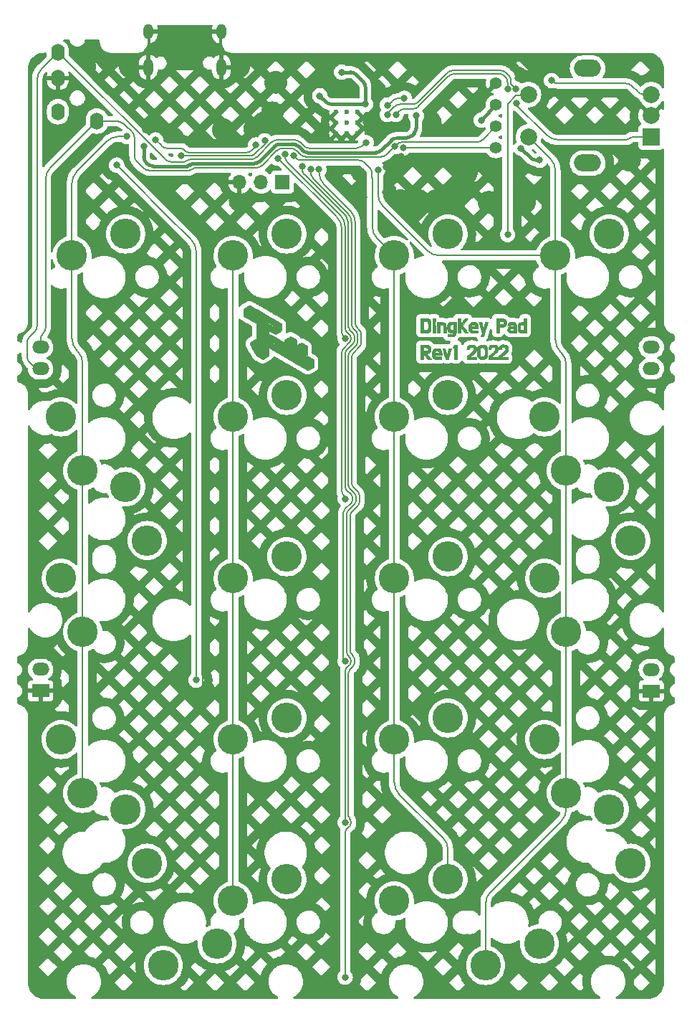
<source format=gbr>
G04 #@! TF.GenerationSoftware,KiCad,Pcbnew,(6.0.7)*
G04 #@! TF.CreationDate,2022-10-25T17:13:03-05:00*
G04 #@! TF.ProjectId,Container65,436f6e74-6169-46e6-9572-36352e6b6963,rev?*
G04 #@! TF.SameCoordinates,Original*
G04 #@! TF.FileFunction,Copper,L1,Top*
G04 #@! TF.FilePolarity,Positive*
%FSLAX46Y46*%
G04 Gerber Fmt 4.6, Leading zero omitted, Abs format (unit mm)*
G04 Created by KiCad (PCBNEW (6.0.7)) date 2022-10-25 17:13:03*
%MOMM*%
%LPD*%
G01*
G04 APERTURE LIST*
G04 #@! TA.AperFunction,EtchedComponent*
%ADD10C,0.010000*%
G04 #@! TD*
G04 #@! TA.AperFunction,ComponentPad*
%ADD11C,0.600000*%
G04 #@! TD*
G04 #@! TA.AperFunction,ComponentPad*
%ADD12C,3.600000*%
G04 #@! TD*
G04 #@! TA.AperFunction,WasherPad*
%ADD13O,3.200000X2.000000*%
G04 #@! TD*
G04 #@! TA.AperFunction,ComponentPad*
%ADD14R,2.000000X2.000000*%
G04 #@! TD*
G04 #@! TA.AperFunction,ComponentPad*
%ADD15C,2.000000*%
G04 #@! TD*
G04 #@! TA.AperFunction,ComponentPad*
%ADD16C,1.397000*%
G04 #@! TD*
G04 #@! TA.AperFunction,ComponentPad*
%ADD17R,2.000000X1.500000*%
G04 #@! TD*
G04 #@! TA.AperFunction,ComponentPad*
%ADD18O,2.000000X1.500000*%
G04 #@! TD*
G04 #@! TA.AperFunction,ComponentPad*
%ADD19R,1.700000X1.700000*%
G04 #@! TD*
G04 #@! TA.AperFunction,ComponentPad*
%ADD20O,1.700000X1.700000*%
G04 #@! TD*
G04 #@! TA.AperFunction,ComponentPad*
%ADD21O,1.600000X2.000000*%
G04 #@! TD*
G04 #@! TA.AperFunction,ComponentPad*
%ADD22O,1.200000X1.800000*%
G04 #@! TD*
G04 #@! TA.AperFunction,ComponentPad*
%ADD23O,1.200000X2.000000*%
G04 #@! TD*
G04 #@! TA.AperFunction,ViaPad*
%ADD24C,0.800000*%
G04 #@! TD*
G04 #@! TA.AperFunction,Conductor*
%ADD25C,0.200000*%
G04 #@! TD*
G04 #@! TA.AperFunction,Conductor*
%ADD26C,0.400000*%
G04 #@! TD*
G04 APERTURE END LIST*
G04 #@! TO.C,G\u002A\u002A\u002A*
G36*
X87077912Y-56434459D02*
G01*
X87531240Y-56440917D01*
X87622954Y-56505357D01*
X87723209Y-56600842D01*
X87791131Y-56721976D01*
X87824383Y-56864534D01*
X87824944Y-56870456D01*
X87821349Y-57025083D01*
X87782801Y-57159373D01*
X87711757Y-57270083D01*
X87610674Y-57353970D01*
X87482010Y-57407793D01*
X87406407Y-57422643D01*
X87306709Y-57435750D01*
X87578258Y-57763834D01*
X87660881Y-57864342D01*
X87733499Y-57953989D01*
X87792024Y-58027618D01*
X87832370Y-58080076D01*
X87850447Y-58106207D01*
X87851029Y-58107792D01*
X87832027Y-58114846D01*
X87780160Y-58120289D01*
X87704890Y-58123312D01*
X87665756Y-58123667D01*
X87479263Y-58123667D01*
X87226548Y-57801799D01*
X86973834Y-57479930D01*
X86967991Y-57801799D01*
X86962148Y-58123667D01*
X86624584Y-58123667D01*
X86624584Y-57107667D01*
X86963250Y-57107667D01*
X87176308Y-57107667D01*
X87270960Y-57105648D01*
X87352677Y-57100216D01*
X87410202Y-57092307D01*
X87428613Y-57086663D01*
X87473718Y-57040694D01*
X87497841Y-56970820D01*
X87497582Y-56891642D01*
X87484567Y-56846360D01*
X87453088Y-56796195D01*
X87403332Y-56761295D01*
X87328986Y-56739548D01*
X87223737Y-56728842D01*
X87127292Y-56726785D01*
X86963250Y-56726667D01*
X86963250Y-57107667D01*
X86624584Y-57107667D01*
X86624584Y-56428000D01*
X87077912Y-56434459D01*
G37*
D10*
X87077912Y-56434459D02*
X87531240Y-56440917D01*
X87622954Y-56505357D01*
X87723209Y-56600842D01*
X87791131Y-56721976D01*
X87824383Y-56864534D01*
X87824944Y-56870456D01*
X87821349Y-57025083D01*
X87782801Y-57159373D01*
X87711757Y-57270083D01*
X87610674Y-57353970D01*
X87482010Y-57407793D01*
X87406407Y-57422643D01*
X87306709Y-57435750D01*
X87578258Y-57763834D01*
X87660881Y-57864342D01*
X87733499Y-57953989D01*
X87792024Y-58027618D01*
X87832370Y-58080076D01*
X87850447Y-58106207D01*
X87851029Y-58107792D01*
X87832027Y-58114846D01*
X87780160Y-58120289D01*
X87704890Y-58123312D01*
X87665756Y-58123667D01*
X87479263Y-58123667D01*
X87226548Y-57801799D01*
X86973834Y-57479930D01*
X86967991Y-57801799D01*
X86962148Y-58123667D01*
X86624584Y-58123667D01*
X86624584Y-57107667D01*
X86963250Y-57107667D01*
X87176308Y-57107667D01*
X87270960Y-57105648D01*
X87352677Y-57100216D01*
X87410202Y-57092307D01*
X87428613Y-57086663D01*
X87473718Y-57040694D01*
X87497841Y-56970820D01*
X87497582Y-56891642D01*
X87484567Y-56846360D01*
X87453088Y-56796195D01*
X87403332Y-56761295D01*
X87328986Y-56739548D01*
X87223737Y-56728842D01*
X87127292Y-56726785D01*
X86963250Y-56726667D01*
X86963250Y-57107667D01*
X86624584Y-57107667D01*
X86624584Y-56428000D01*
X87077912Y-56434459D01*
G36*
X87993746Y-57199405D02*
G01*
X88006984Y-57148868D01*
X88019464Y-57118250D01*
X88073766Y-57031074D01*
X88147596Y-56951188D01*
X88227496Y-56892077D01*
X88261086Y-56876132D01*
X88318907Y-56863833D01*
X88405697Y-56856400D01*
X88509055Y-56853686D01*
X88616578Y-56855547D01*
X88715863Y-56861837D01*
X88794507Y-56872412D01*
X88831888Y-56882810D01*
X88928624Y-56941878D01*
X89002070Y-57027989D01*
X89053809Y-57144301D01*
X89085428Y-57293972D01*
X89095836Y-57408725D01*
X89107239Y-57615667D01*
X88296750Y-57615667D01*
X88296750Y-57688550D01*
X88300528Y-57736311D01*
X88315432Y-57771793D01*
X88346814Y-57796775D01*
X88400030Y-57813037D01*
X88480431Y-57822360D01*
X88593373Y-57826522D01*
X88714210Y-57827334D01*
X89037584Y-57827334D01*
X89037584Y-58123667D01*
X88661875Y-58122731D01*
X88523022Y-58121883D01*
X88419417Y-58119697D01*
X88343980Y-58115523D01*
X88289634Y-58108712D01*
X88249298Y-58098613D01*
X88215893Y-58084578D01*
X88209354Y-58081207D01*
X88110485Y-58008678D01*
X88035745Y-57912936D01*
X88001348Y-57831968D01*
X87992992Y-57780628D01*
X87986168Y-57698115D01*
X87981555Y-57595579D01*
X87979831Y-57484173D01*
X87979833Y-57478084D01*
X87981167Y-57354966D01*
X87982951Y-57317705D01*
X88296750Y-57317705D01*
X88298990Y-57336504D01*
X88310475Y-57349009D01*
X88338353Y-57356497D01*
X88389772Y-57360247D01*
X88471878Y-57361540D01*
X88542461Y-57361667D01*
X88788173Y-57361667D01*
X88774498Y-57303459D01*
X88736745Y-57224243D01*
X88667786Y-57173257D01*
X88568411Y-57151013D01*
X88537358Y-57150000D01*
X88463835Y-57153329D01*
X88414821Y-57167371D01*
X88372748Y-57198207D01*
X88358622Y-57211872D01*
X88319122Y-57261563D01*
X88297905Y-57308099D01*
X88296750Y-57317705D01*
X87982951Y-57317705D01*
X87985472Y-57265089D01*
X87993746Y-57199405D01*
G37*
X87993746Y-57199405D02*
X88006984Y-57148868D01*
X88019464Y-57118250D01*
X88073766Y-57031074D01*
X88147596Y-56951188D01*
X88227496Y-56892077D01*
X88261086Y-56876132D01*
X88318907Y-56863833D01*
X88405697Y-56856400D01*
X88509055Y-56853686D01*
X88616578Y-56855547D01*
X88715863Y-56861837D01*
X88794507Y-56872412D01*
X88831888Y-56882810D01*
X88928624Y-56941878D01*
X89002070Y-57027989D01*
X89053809Y-57144301D01*
X89085428Y-57293972D01*
X89095836Y-57408725D01*
X89107239Y-57615667D01*
X88296750Y-57615667D01*
X88296750Y-57688550D01*
X88300528Y-57736311D01*
X88315432Y-57771793D01*
X88346814Y-57796775D01*
X88400030Y-57813037D01*
X88480431Y-57822360D01*
X88593373Y-57826522D01*
X88714210Y-57827334D01*
X89037584Y-57827334D01*
X89037584Y-58123667D01*
X88661875Y-58122731D01*
X88523022Y-58121883D01*
X88419417Y-58119697D01*
X88343980Y-58115523D01*
X88289634Y-58108712D01*
X88249298Y-58098613D01*
X88215893Y-58084578D01*
X88209354Y-58081207D01*
X88110485Y-58008678D01*
X88035745Y-57912936D01*
X88001348Y-57831968D01*
X87992992Y-57780628D01*
X87986168Y-57698115D01*
X87981555Y-57595579D01*
X87979831Y-57484173D01*
X87979833Y-57478084D01*
X87981167Y-57354966D01*
X87982951Y-57317705D01*
X88296750Y-57317705D01*
X88298990Y-57336504D01*
X88310475Y-57349009D01*
X88338353Y-57356497D01*
X88389772Y-57360247D01*
X88471878Y-57361540D01*
X88542461Y-57361667D01*
X88788173Y-57361667D01*
X88774498Y-57303459D01*
X88736745Y-57224243D01*
X88667786Y-57173257D01*
X88568411Y-57151013D01*
X88537358Y-57150000D01*
X88463835Y-57153329D01*
X88414821Y-57167371D01*
X88372748Y-57198207D01*
X88358622Y-57211872D01*
X88319122Y-57261563D01*
X88297905Y-57308099D01*
X88296750Y-57317705D01*
X87982951Y-57317705D01*
X87985472Y-57265089D01*
X87993746Y-57199405D01*
G36*
X89577399Y-57187042D02*
G01*
X89612539Y-57302909D01*
X89644141Y-57407737D01*
X89669777Y-57493423D01*
X89687018Y-57551866D01*
X89692501Y-57571135D01*
X89701765Y-57575400D01*
X89718600Y-57545732D01*
X89743431Y-57480858D01*
X89776683Y-57379505D01*
X89818782Y-57240399D01*
X89870155Y-57062268D01*
X89909416Y-56922459D01*
X89928573Y-56853667D01*
X90075745Y-56853667D01*
X90148503Y-56855483D01*
X90201113Y-56860261D01*
X90222830Y-56866993D01*
X90222917Y-56867467D01*
X90217156Y-56890494D01*
X90200852Y-56949012D01*
X90175474Y-57037918D01*
X90142491Y-57152110D01*
X90103373Y-57286485D01*
X90059588Y-57435941D01*
X90043000Y-57492340D01*
X89997925Y-57645759D01*
X89956982Y-57785736D01*
X89921637Y-57907206D01*
X89893359Y-58005107D01*
X89873612Y-58074375D01*
X89863863Y-58109948D01*
X89863084Y-58113540D01*
X89843700Y-58118522D01*
X89792673Y-58122137D01*
X89720688Y-58123657D01*
X89714253Y-58123667D01*
X89620742Y-58119852D01*
X89568198Y-58108330D01*
X89555874Y-58097209D01*
X89545683Y-58065719D01*
X89525745Y-58001399D01*
X89497887Y-57910329D01*
X89463937Y-57798588D01*
X89425722Y-57672257D01*
X89385070Y-57537416D01*
X89343808Y-57400146D01*
X89303764Y-57266527D01*
X89266765Y-57142639D01*
X89234639Y-57034564D01*
X89209213Y-56948380D01*
X89192316Y-56890168D01*
X89185774Y-56866010D01*
X89185750Y-56865772D01*
X89205110Y-56859750D01*
X89255976Y-56855415D01*
X89327529Y-56853670D01*
X89330875Y-56853667D01*
X89475999Y-56853667D01*
X89577399Y-57187042D01*
G37*
X89577399Y-57187042D02*
X89612539Y-57302909D01*
X89644141Y-57407737D01*
X89669777Y-57493423D01*
X89687018Y-57551866D01*
X89692501Y-57571135D01*
X89701765Y-57575400D01*
X89718600Y-57545732D01*
X89743431Y-57480858D01*
X89776683Y-57379505D01*
X89818782Y-57240399D01*
X89870155Y-57062268D01*
X89909416Y-56922459D01*
X89928573Y-56853667D01*
X90075745Y-56853667D01*
X90148503Y-56855483D01*
X90201113Y-56860261D01*
X90222830Y-56866993D01*
X90222917Y-56867467D01*
X90217156Y-56890494D01*
X90200852Y-56949012D01*
X90175474Y-57037918D01*
X90142491Y-57152110D01*
X90103373Y-57286485D01*
X90059588Y-57435941D01*
X90043000Y-57492340D01*
X89997925Y-57645759D01*
X89956982Y-57785736D01*
X89921637Y-57907206D01*
X89893359Y-58005107D01*
X89873612Y-58074375D01*
X89863863Y-58109948D01*
X89863084Y-58113540D01*
X89843700Y-58118522D01*
X89792673Y-58122137D01*
X89720688Y-58123657D01*
X89714253Y-58123667D01*
X89620742Y-58119852D01*
X89568198Y-58108330D01*
X89555874Y-58097209D01*
X89545683Y-58065719D01*
X89525745Y-58001399D01*
X89497887Y-57910329D01*
X89463937Y-57798588D01*
X89425722Y-57672257D01*
X89385070Y-57537416D01*
X89343808Y-57400146D01*
X89303764Y-57266527D01*
X89266765Y-57142639D01*
X89234639Y-57034564D01*
X89209213Y-56948380D01*
X89192316Y-56890168D01*
X89185774Y-56866010D01*
X89185750Y-56865772D01*
X89205110Y-56859750D01*
X89255976Y-56855415D01*
X89327529Y-56853670D01*
X89330875Y-56853667D01*
X89475999Y-56853667D01*
X89577399Y-57187042D01*
G36*
X90921417Y-58123667D02*
G01*
X90603917Y-58123667D01*
X90603917Y-56749946D01*
X90488109Y-56743598D01*
X90372300Y-56737250D01*
X90564970Y-56430334D01*
X90921417Y-56430334D01*
X90921417Y-58123667D01*
G37*
X90921417Y-58123667D02*
X90603917Y-58123667D01*
X90603917Y-56749946D01*
X90488109Y-56743598D01*
X90372300Y-56737250D01*
X90564970Y-56430334D01*
X90921417Y-56430334D01*
X90921417Y-58123667D01*
G36*
X92731556Y-56399723D02*
G01*
X92806410Y-56403583D01*
X92860839Y-56412302D01*
X92905787Y-56427636D01*
X92952195Y-56451342D01*
X92952477Y-56451500D01*
X93023165Y-56502704D01*
X93090257Y-56569412D01*
X93111227Y-56596243D01*
X93140567Y-56640429D01*
X93159317Y-56679534D01*
X93169839Y-56724810D01*
X93174495Y-56787510D01*
X93175649Y-56878887D01*
X93175667Y-56903160D01*
X93174401Y-57006603D01*
X93169448Y-57078617D01*
X93159072Y-57130059D01*
X93141537Y-57171789D01*
X93129402Y-57192631D01*
X93085154Y-57250889D01*
X93014520Y-57328730D01*
X92924352Y-57419522D01*
X92821502Y-57516630D01*
X92712822Y-57613421D01*
X92605165Y-57703263D01*
X92586905Y-57717804D01*
X92421477Y-57848500D01*
X93165084Y-57848500D01*
X93165084Y-58123667D01*
X92085584Y-58123667D01*
X92085841Y-57927875D01*
X92086099Y-57732084D01*
X92239299Y-57611022D01*
X92330685Y-57536850D01*
X92429667Y-57453237D01*
X92529795Y-57365990D01*
X92624620Y-57280918D01*
X92707694Y-57203828D01*
X92772566Y-57140529D01*
X92812787Y-57096829D01*
X92818250Y-57089625D01*
X92861744Y-56998337D01*
X92874957Y-56900738D01*
X92858611Y-56819714D01*
X92824994Y-56761945D01*
X92776803Y-56726654D01*
X92704660Y-56709372D01*
X92618996Y-56705500D01*
X92509889Y-56716528D01*
X92433718Y-56751294D01*
X92386789Y-56812321D01*
X92368633Y-56876366D01*
X92355340Y-56959500D01*
X92058386Y-56959500D01*
X92071716Y-56831969D01*
X92091714Y-56715788D01*
X92128059Y-56625704D01*
X92187379Y-56546612D01*
X92204887Y-56528470D01*
X92264065Y-56474638D01*
X92321517Y-56437949D01*
X92387485Y-56415248D01*
X92472211Y-56403380D01*
X92585937Y-56399191D01*
X92625334Y-56398963D01*
X92731556Y-56399723D01*
G37*
X92731556Y-56399723D02*
X92806410Y-56403583D01*
X92860839Y-56412302D01*
X92905787Y-56427636D01*
X92952195Y-56451342D01*
X92952477Y-56451500D01*
X93023165Y-56502704D01*
X93090257Y-56569412D01*
X93111227Y-56596243D01*
X93140567Y-56640429D01*
X93159317Y-56679534D01*
X93169839Y-56724810D01*
X93174495Y-56787510D01*
X93175649Y-56878887D01*
X93175667Y-56903160D01*
X93174401Y-57006603D01*
X93169448Y-57078617D01*
X93159072Y-57130059D01*
X93141537Y-57171789D01*
X93129402Y-57192631D01*
X93085154Y-57250889D01*
X93014520Y-57328730D01*
X92924352Y-57419522D01*
X92821502Y-57516630D01*
X92712822Y-57613421D01*
X92605165Y-57703263D01*
X92586905Y-57717804D01*
X92421477Y-57848500D01*
X93165084Y-57848500D01*
X93165084Y-58123667D01*
X92085584Y-58123667D01*
X92085841Y-57927875D01*
X92086099Y-57732084D01*
X92239299Y-57611022D01*
X92330685Y-57536850D01*
X92429667Y-57453237D01*
X92529795Y-57365990D01*
X92624620Y-57280918D01*
X92707694Y-57203828D01*
X92772566Y-57140529D01*
X92812787Y-57096829D01*
X92818250Y-57089625D01*
X92861744Y-56998337D01*
X92874957Y-56900738D01*
X92858611Y-56819714D01*
X92824994Y-56761945D01*
X92776803Y-56726654D01*
X92704660Y-56709372D01*
X92618996Y-56705500D01*
X92509889Y-56716528D01*
X92433718Y-56751294D01*
X92386789Y-56812321D01*
X92368633Y-56876366D01*
X92355340Y-56959500D01*
X92058386Y-56959500D01*
X92071716Y-56831969D01*
X92091714Y-56715788D01*
X92128059Y-56625704D01*
X92187379Y-56546612D01*
X92204887Y-56528470D01*
X92264065Y-56474638D01*
X92321517Y-56437949D01*
X92387485Y-56415248D01*
X92472211Y-56403380D01*
X92585937Y-56399191D01*
X92625334Y-56398963D01*
X92731556Y-56399723D01*
G36*
X93381568Y-56625749D02*
G01*
X93435713Y-56562256D01*
X93506543Y-56501620D01*
X93539665Y-56479690D01*
X93593442Y-56451215D01*
X93645811Y-56432752D01*
X93709437Y-56421543D01*
X93796988Y-56414829D01*
X93847958Y-56412522D01*
X93993954Y-56411218D01*
X94108020Y-56422327D01*
X94199422Y-56448497D01*
X94277422Y-56492375D01*
X94350931Y-56556254D01*
X94395770Y-56604207D01*
X94430542Y-56651111D01*
X94456512Y-56703082D01*
X94474943Y-56766237D01*
X94487101Y-56846690D01*
X94494250Y-56950558D01*
X94497655Y-57083956D01*
X94498579Y-57252999D01*
X94498584Y-57270394D01*
X94497636Y-57445886D01*
X94493919Y-57585078D01*
X94486119Y-57693976D01*
X94472924Y-57778588D01*
X94453020Y-57844920D01*
X94425095Y-57898981D01*
X94387836Y-57946778D01*
X94340488Y-57993804D01*
X94272947Y-58048204D01*
X94202280Y-58085581D01*
X94118631Y-58108733D01*
X94012145Y-58120454D01*
X93883254Y-58123549D01*
X93782587Y-58122191D01*
X93710523Y-58116308D01*
X93653379Y-58103396D01*
X93597473Y-58080950D01*
X93565885Y-58065459D01*
X93451422Y-57987655D01*
X93387465Y-57915468D01*
X93323834Y-57823687D01*
X93323834Y-56875501D01*
X93609584Y-56875501D01*
X93610334Y-57261459D01*
X93611704Y-57417456D01*
X93615315Y-57535389D01*
X93621445Y-57619480D01*
X93630372Y-57673953D01*
X93639122Y-57698004D01*
X93680692Y-57751979D01*
X93738421Y-57784996D01*
X93820688Y-57800074D01*
X93924078Y-57800747D01*
X94007120Y-57795864D01*
X94060257Y-57786754D01*
X94095917Y-57769501D01*
X94126528Y-57740184D01*
X94130453Y-57735668D01*
X94148049Y-57713802D01*
X94161010Y-57690756D01*
X94170044Y-57660077D01*
X94175858Y-57615312D01*
X94179162Y-57550011D01*
X94180662Y-57457719D01*
X94181069Y-57331985D01*
X94181084Y-57274428D01*
X94179937Y-57133906D01*
X94176694Y-57013086D01*
X94171651Y-56917980D01*
X94165104Y-56854602D01*
X94159289Y-56831328D01*
X94104740Y-56773450D01*
X94017160Y-56739208D01*
X93899246Y-56729533D01*
X93868066Y-56730884D01*
X93789792Y-56738114D01*
X93739022Y-56751285D01*
X93700927Y-56776148D01*
X93670292Y-56807557D01*
X93609584Y-56875501D01*
X93323834Y-56875501D01*
X93323834Y-56712992D01*
X93381568Y-56625749D01*
G37*
X93381568Y-56625749D02*
X93435713Y-56562256D01*
X93506543Y-56501620D01*
X93539665Y-56479690D01*
X93593442Y-56451215D01*
X93645811Y-56432752D01*
X93709437Y-56421543D01*
X93796988Y-56414829D01*
X93847958Y-56412522D01*
X93993954Y-56411218D01*
X94108020Y-56422327D01*
X94199422Y-56448497D01*
X94277422Y-56492375D01*
X94350931Y-56556254D01*
X94395770Y-56604207D01*
X94430542Y-56651111D01*
X94456512Y-56703082D01*
X94474943Y-56766237D01*
X94487101Y-56846690D01*
X94494250Y-56950558D01*
X94497655Y-57083956D01*
X94498579Y-57252999D01*
X94498584Y-57270394D01*
X94497636Y-57445886D01*
X94493919Y-57585078D01*
X94486119Y-57693976D01*
X94472924Y-57778588D01*
X94453020Y-57844920D01*
X94425095Y-57898981D01*
X94387836Y-57946778D01*
X94340488Y-57993804D01*
X94272947Y-58048204D01*
X94202280Y-58085581D01*
X94118631Y-58108733D01*
X94012145Y-58120454D01*
X93883254Y-58123549D01*
X93782587Y-58122191D01*
X93710523Y-58116308D01*
X93653379Y-58103396D01*
X93597473Y-58080950D01*
X93565885Y-58065459D01*
X93451422Y-57987655D01*
X93387465Y-57915468D01*
X93323834Y-57823687D01*
X93323834Y-56875501D01*
X93609584Y-56875501D01*
X93610334Y-57261459D01*
X93611704Y-57417456D01*
X93615315Y-57535389D01*
X93621445Y-57619480D01*
X93630372Y-57673953D01*
X93639122Y-57698004D01*
X93680692Y-57751979D01*
X93738421Y-57784996D01*
X93820688Y-57800074D01*
X93924078Y-57800747D01*
X94007120Y-57795864D01*
X94060257Y-57786754D01*
X94095917Y-57769501D01*
X94126528Y-57740184D01*
X94130453Y-57735668D01*
X94148049Y-57713802D01*
X94161010Y-57690756D01*
X94170044Y-57660077D01*
X94175858Y-57615312D01*
X94179162Y-57550011D01*
X94180662Y-57457719D01*
X94181069Y-57331985D01*
X94181084Y-57274428D01*
X94179937Y-57133906D01*
X94176694Y-57013086D01*
X94171651Y-56917980D01*
X94165104Y-56854602D01*
X94159289Y-56831328D01*
X94104740Y-56773450D01*
X94017160Y-56739208D01*
X93899246Y-56729533D01*
X93868066Y-56730884D01*
X93789792Y-56738114D01*
X93739022Y-56751285D01*
X93700927Y-56776148D01*
X93670292Y-56807557D01*
X93609584Y-56875501D01*
X93323834Y-56875501D01*
X93323834Y-56712992D01*
X93381568Y-56625749D01*
G36*
X95295029Y-56399737D02*
G01*
X95372090Y-56404261D01*
X95428508Y-56413754D01*
X95475111Y-56429811D01*
X95508066Y-56446013D01*
X95616464Y-56526230D01*
X95692597Y-56632918D01*
X95735955Y-56764552D01*
X95746030Y-56919607D01*
X95723561Y-57090750D01*
X95710814Y-57140527D01*
X95692468Y-57183848D01*
X95662854Y-57228667D01*
X95616305Y-57282939D01*
X95547153Y-57354617D01*
X95506603Y-57395216D01*
X95413515Y-57484929D01*
X95311238Y-57578694D01*
X95213521Y-57664131D01*
X95148072Y-57718008D01*
X94982643Y-57848500D01*
X95726250Y-57848500D01*
X95726250Y-58123667D01*
X94646750Y-58123667D01*
X94646948Y-57927875D01*
X94647146Y-57732084D01*
X94819438Y-57594500D01*
X94902668Y-57525215D01*
X95003373Y-57437106D01*
X95109094Y-57341282D01*
X95207371Y-57248854D01*
X95211110Y-57245250D01*
X95430490Y-57033584D01*
X95430203Y-56924340D01*
X95426643Y-56854925D01*
X95411753Y-56810065D01*
X95378535Y-56772206D01*
X95364793Y-56760298D01*
X95318112Y-56727684D01*
X95267190Y-56711074D01*
X95195183Y-56705665D01*
X95172665Y-56705500D01*
X95097068Y-56708072D01*
X95047615Y-56719292D01*
X95008253Y-56744421D01*
X94983789Y-56767372D01*
X94932945Y-56839669D01*
X94921917Y-56894372D01*
X94921917Y-56959500D01*
X94619704Y-56959500D01*
X94631221Y-56832492D01*
X94662336Y-56688530D01*
X94726657Y-56569383D01*
X94823001Y-56477042D01*
X94853688Y-56457354D01*
X94901207Y-56431233D01*
X94944494Y-56414242D01*
X94994553Y-56404436D01*
X95062390Y-56399874D01*
X95159011Y-56398612D01*
X95186500Y-56398584D01*
X95295029Y-56399737D01*
G37*
X95295029Y-56399737D02*
X95372090Y-56404261D01*
X95428508Y-56413754D01*
X95475111Y-56429811D01*
X95508066Y-56446013D01*
X95616464Y-56526230D01*
X95692597Y-56632918D01*
X95735955Y-56764552D01*
X95746030Y-56919607D01*
X95723561Y-57090750D01*
X95710814Y-57140527D01*
X95692468Y-57183848D01*
X95662854Y-57228667D01*
X95616305Y-57282939D01*
X95547153Y-57354617D01*
X95506603Y-57395216D01*
X95413515Y-57484929D01*
X95311238Y-57578694D01*
X95213521Y-57664131D01*
X95148072Y-57718008D01*
X94982643Y-57848500D01*
X95726250Y-57848500D01*
X95726250Y-58123667D01*
X94646750Y-58123667D01*
X94646948Y-57927875D01*
X94647146Y-57732084D01*
X94819438Y-57594500D01*
X94902668Y-57525215D01*
X95003373Y-57437106D01*
X95109094Y-57341282D01*
X95207371Y-57248854D01*
X95211110Y-57245250D01*
X95430490Y-57033584D01*
X95430203Y-56924340D01*
X95426643Y-56854925D01*
X95411753Y-56810065D01*
X95378535Y-56772206D01*
X95364793Y-56760298D01*
X95318112Y-56727684D01*
X95267190Y-56711074D01*
X95195183Y-56705665D01*
X95172665Y-56705500D01*
X95097068Y-56708072D01*
X95047615Y-56719292D01*
X95008253Y-56744421D01*
X94983789Y-56767372D01*
X94932945Y-56839669D01*
X94921917Y-56894372D01*
X94921917Y-56959500D01*
X94619704Y-56959500D01*
X94631221Y-56832492D01*
X94662336Y-56688530D01*
X94726657Y-56569383D01*
X94823001Y-56477042D01*
X94853688Y-56457354D01*
X94901207Y-56431233D01*
X94944494Y-56414242D01*
X94994553Y-56404436D01*
X95062390Y-56399874D01*
X95159011Y-56398612D01*
X95186500Y-56398584D01*
X95295029Y-56399737D01*
G36*
X96530436Y-56400381D02*
G01*
X96639841Y-56422235D01*
X96718815Y-56452769D01*
X96815764Y-56530367D01*
X96887633Y-56635663D01*
X96932677Y-56761030D01*
X96949153Y-56898845D01*
X96935314Y-57041481D01*
X96889417Y-57181315D01*
X96886817Y-57186897D01*
X96847264Y-57247747D01*
X96778900Y-57327886D01*
X96687267Y-57421866D01*
X96577908Y-57524239D01*
X96456364Y-57629556D01*
X96345762Y-57718762D01*
X96192690Y-57837917D01*
X96552137Y-57843708D01*
X96911584Y-57849500D01*
X96911584Y-58123667D01*
X95853250Y-58123667D01*
X95853250Y-57726269D01*
X96006709Y-57602646D01*
X96132274Y-57498886D01*
X96252795Y-57394455D01*
X96363401Y-57293990D01*
X96459226Y-57202131D01*
X96535399Y-57123514D01*
X96587053Y-57062780D01*
X96607369Y-57030382D01*
X96635100Y-56928923D01*
X96625216Y-56843580D01*
X96577177Y-56770039D01*
X96574545Y-56767372D01*
X96533691Y-56731797D01*
X96492033Y-56713171D01*
X96433518Y-56706237D01*
X96385669Y-56705500D01*
X96274152Y-56718549D01*
X96192230Y-56756341D01*
X96142781Y-56816838D01*
X96128417Y-56887298D01*
X96128417Y-56959500D01*
X95832084Y-56959500D01*
X95832548Y-56848375D01*
X95852417Y-56711376D01*
X95908009Y-56592247D01*
X95995111Y-56496382D01*
X96109511Y-56429172D01*
X96176826Y-56407709D01*
X96284789Y-56391943D01*
X96407372Y-56389892D01*
X96530436Y-56400381D01*
G37*
X96530436Y-56400381D02*
X96639841Y-56422235D01*
X96718815Y-56452769D01*
X96815764Y-56530367D01*
X96887633Y-56635663D01*
X96932677Y-56761030D01*
X96949153Y-56898845D01*
X96935314Y-57041481D01*
X96889417Y-57181315D01*
X96886817Y-57186897D01*
X96847264Y-57247747D01*
X96778900Y-57327886D01*
X96687267Y-57421866D01*
X96577908Y-57524239D01*
X96456364Y-57629556D01*
X96345762Y-57718762D01*
X96192690Y-57837917D01*
X96552137Y-57843708D01*
X96911584Y-57849500D01*
X96911584Y-58123667D01*
X95853250Y-58123667D01*
X95853250Y-57726269D01*
X96006709Y-57602646D01*
X96132274Y-57498886D01*
X96252795Y-57394455D01*
X96363401Y-57293990D01*
X96459226Y-57202131D01*
X96535399Y-57123514D01*
X96587053Y-57062780D01*
X96607369Y-57030382D01*
X96635100Y-56928923D01*
X96625216Y-56843580D01*
X96577177Y-56770039D01*
X96574545Y-56767372D01*
X96533691Y-56731797D01*
X96492033Y-56713171D01*
X96433518Y-56706237D01*
X96385669Y-56705500D01*
X96274152Y-56718549D01*
X96192230Y-56756341D01*
X96142781Y-56816838D01*
X96128417Y-56887298D01*
X96128417Y-56959500D01*
X95832084Y-56959500D01*
X95832548Y-56848375D01*
X95852417Y-56711376D01*
X95908009Y-56592247D01*
X95995111Y-56496382D01*
X96109511Y-56429172D01*
X96176826Y-56407709D01*
X96284789Y-56391943D01*
X96407372Y-56389892D01*
X96530436Y-56400381D01*
G36*
X89764307Y-54095290D02*
G01*
X89776069Y-54013142D01*
X89795935Y-53950605D01*
X89825865Y-53900124D01*
X89867821Y-53854145D01*
X89891102Y-53832949D01*
X89940896Y-53794141D01*
X89994225Y-53765277D01*
X90058184Y-53744965D01*
X90139868Y-53731812D01*
X90246371Y-53724426D01*
X90384787Y-53721417D01*
X90461042Y-53721118D01*
X90794417Y-53721000D01*
X90794417Y-54430927D01*
X90794266Y-54624708D01*
X90793655Y-54780860D01*
X90792344Y-54904084D01*
X90790094Y-54999082D01*
X90786666Y-55070558D01*
X90781822Y-55123214D01*
X90775321Y-55161752D01*
X90766926Y-55190875D01*
X90756396Y-55215286D01*
X90754336Y-55219385D01*
X90713004Y-55289334D01*
X90665566Y-55342621D01*
X90605900Y-55381403D01*
X90527887Y-55407836D01*
X90425405Y-55424077D01*
X90292333Y-55432281D01*
X90143542Y-55434571D01*
X89820750Y-55435500D01*
X89820750Y-55139167D01*
X90114739Y-55139167D01*
X90247970Y-55137714D01*
X90345356Y-55132054D01*
X90413321Y-55120231D01*
X90458293Y-55100291D01*
X90486699Y-55070280D01*
X90504966Y-55028242D01*
X90507540Y-55019709D01*
X90511391Y-55000453D01*
X90505268Y-54987315D01*
X90482467Y-54978804D01*
X90436285Y-54973427D01*
X90360018Y-54969693D01*
X90269695Y-54966792D01*
X90160258Y-54962770D01*
X90083262Y-54957194D01*
X90028816Y-54948173D01*
X89987028Y-54933819D01*
X89948008Y-54912241D01*
X89932881Y-54902438D01*
X89871183Y-54855197D01*
X89825375Y-54802036D01*
X89793276Y-54736077D01*
X89772702Y-54650436D01*
X89761472Y-54538235D01*
X89757404Y-54392591D01*
X89757250Y-54348637D01*
X89757282Y-54345417D01*
X90053584Y-54345417D01*
X90054214Y-54440568D01*
X90057716Y-54503783D01*
X90066504Y-54545455D01*
X90082996Y-54575979D01*
X90109606Y-54605750D01*
X90115455Y-54611628D01*
X90149342Y-54642564D01*
X90182546Y-54661005D01*
X90227139Y-54670160D01*
X90295194Y-54673237D01*
X90348289Y-54673500D01*
X90519250Y-54673500D01*
X90519250Y-54017334D01*
X90348289Y-54017334D01*
X90261742Y-54018402D01*
X90205443Y-54023744D01*
X90167321Y-54036570D01*
X90135304Y-54060085D01*
X90115455Y-54079205D01*
X90086835Y-54109907D01*
X90068755Y-54139552D01*
X90058798Y-54178535D01*
X90054549Y-54237250D01*
X90053593Y-54326091D01*
X90053584Y-54345417D01*
X89757282Y-54345417D01*
X89758687Y-54204604D01*
X89764307Y-54095290D01*
G37*
X89764307Y-54095290D02*
X89776069Y-54013142D01*
X89795935Y-53950605D01*
X89825865Y-53900124D01*
X89867821Y-53854145D01*
X89891102Y-53832949D01*
X89940896Y-53794141D01*
X89994225Y-53765277D01*
X90058184Y-53744965D01*
X90139868Y-53731812D01*
X90246371Y-53724426D01*
X90384787Y-53721417D01*
X90461042Y-53721118D01*
X90794417Y-53721000D01*
X90794417Y-54430927D01*
X90794266Y-54624708D01*
X90793655Y-54780860D01*
X90792344Y-54904084D01*
X90790094Y-54999082D01*
X90786666Y-55070558D01*
X90781822Y-55123214D01*
X90775321Y-55161752D01*
X90766926Y-55190875D01*
X90756396Y-55215286D01*
X90754336Y-55219385D01*
X90713004Y-55289334D01*
X90665566Y-55342621D01*
X90605900Y-55381403D01*
X90527887Y-55407836D01*
X90425405Y-55424077D01*
X90292333Y-55432281D01*
X90143542Y-55434571D01*
X89820750Y-55435500D01*
X89820750Y-55139167D01*
X90114739Y-55139167D01*
X90247970Y-55137714D01*
X90345356Y-55132054D01*
X90413321Y-55120231D01*
X90458293Y-55100291D01*
X90486699Y-55070280D01*
X90504966Y-55028242D01*
X90507540Y-55019709D01*
X90511391Y-55000453D01*
X90505268Y-54987315D01*
X90482467Y-54978804D01*
X90436285Y-54973427D01*
X90360018Y-54969693D01*
X90269695Y-54966792D01*
X90160258Y-54962770D01*
X90083262Y-54957194D01*
X90028816Y-54948173D01*
X89987028Y-54933819D01*
X89948008Y-54912241D01*
X89932881Y-54902438D01*
X89871183Y-54855197D01*
X89825375Y-54802036D01*
X89793276Y-54736077D01*
X89772702Y-54650436D01*
X89761472Y-54538235D01*
X89757404Y-54392591D01*
X89757250Y-54348637D01*
X89757282Y-54345417D01*
X90053584Y-54345417D01*
X90054214Y-54440568D01*
X90057716Y-54503783D01*
X90066504Y-54545455D01*
X90082996Y-54575979D01*
X90109606Y-54605750D01*
X90115455Y-54611628D01*
X90149342Y-54642564D01*
X90182546Y-54661005D01*
X90227139Y-54670160D01*
X90295194Y-54673237D01*
X90348289Y-54673500D01*
X90519250Y-54673500D01*
X90519250Y-54017334D01*
X90348289Y-54017334D01*
X90261742Y-54018402D01*
X90205443Y-54023744D01*
X90167321Y-54036570D01*
X90135304Y-54060085D01*
X90115455Y-54079205D01*
X90086835Y-54109907D01*
X90068755Y-54139552D01*
X90058798Y-54178535D01*
X90054549Y-54237250D01*
X90053593Y-54326091D01*
X90053584Y-54345417D01*
X89757282Y-54345417D01*
X89758687Y-54204604D01*
X89764307Y-54095290D01*
G36*
X93840300Y-53927375D02*
G01*
X93874259Y-54039145D01*
X93910148Y-54158684D01*
X93941867Y-54265634D01*
X93951283Y-54297792D01*
X93974983Y-54373836D01*
X93995801Y-54431160D01*
X94010132Y-54460118D01*
X94012582Y-54461834D01*
X94023435Y-54442780D01*
X94042904Y-54390943D01*
X94068203Y-54314306D01*
X94095709Y-54223709D01*
X94128247Y-54112962D01*
X94161177Y-54001827D01*
X94190021Y-53905375D01*
X94205801Y-53853292D01*
X94246284Y-53721000D01*
X94395027Y-53721000D01*
X94472637Y-53722128D01*
X94516058Y-53726970D01*
X94533405Y-53737715D01*
X94532795Y-53756554D01*
X94532349Y-53758042D01*
X94523845Y-53786410D01*
X94504777Y-53850489D01*
X94476593Y-53945398D01*
X94440741Y-54066255D01*
X94398670Y-54208178D01*
X94351828Y-54366286D01*
X94307864Y-54514750D01*
X94256939Y-54686489D01*
X94208503Y-54849316D01*
X94164192Y-54997776D01*
X94125640Y-55126414D01*
X94094479Y-55229776D01*
X94072345Y-55302408D01*
X94062157Y-55334959D01*
X94029515Y-55435500D01*
X93739572Y-55435500D01*
X93780939Y-55292625D01*
X93805729Y-55208631D01*
X93825145Y-55140956D01*
X93838535Y-55083587D01*
X93845250Y-55030512D01*
X93844641Y-54975719D01*
X93836056Y-54913195D01*
X93818846Y-54836928D01*
X93792361Y-54740905D01*
X93755951Y-54619114D01*
X93708967Y-54465543D01*
X93681978Y-54377167D01*
X93635259Y-54223953D01*
X93592241Y-54083298D01*
X93554545Y-53960465D01*
X93523789Y-53860717D01*
X93501594Y-53789317D01*
X93489579Y-53751527D01*
X93488175Y-53747459D01*
X93494424Y-53732855D01*
X93530576Y-53724424D01*
X93602041Y-53721138D01*
X93627577Y-53721000D01*
X93777099Y-53721000D01*
X93840300Y-53927375D01*
G37*
X93840300Y-53927375D02*
X93874259Y-54039145D01*
X93910148Y-54158684D01*
X93941867Y-54265634D01*
X93951283Y-54297792D01*
X93974983Y-54373836D01*
X93995801Y-54431160D01*
X94010132Y-54460118D01*
X94012582Y-54461834D01*
X94023435Y-54442780D01*
X94042904Y-54390943D01*
X94068203Y-54314306D01*
X94095709Y-54223709D01*
X94128247Y-54112962D01*
X94161177Y-54001827D01*
X94190021Y-53905375D01*
X94205801Y-53853292D01*
X94246284Y-53721000D01*
X94395027Y-53721000D01*
X94472637Y-53722128D01*
X94516058Y-53726970D01*
X94533405Y-53737715D01*
X94532795Y-53756554D01*
X94532349Y-53758042D01*
X94523845Y-53786410D01*
X94504777Y-53850489D01*
X94476593Y-53945398D01*
X94440741Y-54066255D01*
X94398670Y-54208178D01*
X94351828Y-54366286D01*
X94307864Y-54514750D01*
X94256939Y-54686489D01*
X94208503Y-54849316D01*
X94164192Y-54997776D01*
X94125640Y-55126414D01*
X94094479Y-55229776D01*
X94072345Y-55302408D01*
X94062157Y-55334959D01*
X94029515Y-55435500D01*
X93739572Y-55435500D01*
X93780939Y-55292625D01*
X93805729Y-55208631D01*
X93825145Y-55140956D01*
X93838535Y-55083587D01*
X93845250Y-55030512D01*
X93844641Y-54975719D01*
X93836056Y-54913195D01*
X93818846Y-54836928D01*
X93792361Y-54740905D01*
X93755951Y-54619114D01*
X93708967Y-54465543D01*
X93681978Y-54377167D01*
X93635259Y-54223953D01*
X93592241Y-54083298D01*
X93554545Y-53960465D01*
X93523789Y-53860717D01*
X93501594Y-53789317D01*
X93489579Y-53751527D01*
X93488175Y-53747459D01*
X93494424Y-53732855D01*
X93530576Y-53724424D01*
X93602041Y-53721138D01*
X93627577Y-53721000D01*
X93777099Y-53721000D01*
X93840300Y-53927375D01*
G36*
X87034175Y-53297667D02*
G01*
X87214485Y-53299361D01*
X87358101Y-53305678D01*
X87470569Y-53318467D01*
X87557438Y-53339578D01*
X87624254Y-53370861D01*
X87676566Y-53414165D01*
X87719921Y-53471341D01*
X87757143Y-53538742D01*
X87773686Y-53573153D01*
X87786352Y-53605543D01*
X87795659Y-53641955D01*
X87802123Y-53688431D01*
X87806263Y-53751012D01*
X87808596Y-53835740D01*
X87809638Y-53948656D01*
X87809909Y-54095803D01*
X87809917Y-54154917D01*
X87809791Y-54315125D01*
X87809070Y-54439041D01*
X87807236Y-54532707D01*
X87803771Y-54602165D01*
X87798158Y-54653457D01*
X87789879Y-54692623D01*
X87778417Y-54725707D01*
X87763255Y-54758749D01*
X87757143Y-54771091D01*
X87717142Y-54842860D01*
X87673353Y-54899034D01*
X87620231Y-54941462D01*
X87552226Y-54971994D01*
X87463791Y-54992480D01*
X87349380Y-55004770D01*
X87203443Y-55010713D01*
X87034175Y-55012167D01*
X86624584Y-55012167D01*
X86624584Y-54673500D01*
X86963250Y-54673500D01*
X87169625Y-54672827D01*
X87279914Y-54669636D01*
X87360817Y-54661304D01*
X87406362Y-54648489D01*
X87409584Y-54646369D01*
X87438170Y-54620067D01*
X87459413Y-54587069D01*
X87474367Y-54541128D01*
X87484085Y-54475995D01*
X87489621Y-54385424D01*
X87492028Y-54263166D01*
X87492417Y-54155257D01*
X87491073Y-53997297D01*
X87486379Y-53876363D01*
X87477336Y-53787213D01*
X87462947Y-53724604D01*
X87442216Y-53683295D01*
X87414146Y-53658044D01*
X87396219Y-53649482D01*
X87360800Y-53643708D01*
X87294523Y-53639226D01*
X87208858Y-53636679D01*
X87162602Y-53636334D01*
X86963250Y-53636334D01*
X86963250Y-54673500D01*
X86624584Y-54673500D01*
X86624584Y-53297667D01*
X87034175Y-53297667D01*
G37*
X87034175Y-53297667D02*
X87214485Y-53299361D01*
X87358101Y-53305678D01*
X87470569Y-53318467D01*
X87557438Y-53339578D01*
X87624254Y-53370861D01*
X87676566Y-53414165D01*
X87719921Y-53471341D01*
X87757143Y-53538742D01*
X87773686Y-53573153D01*
X87786352Y-53605543D01*
X87795659Y-53641955D01*
X87802123Y-53688431D01*
X87806263Y-53751012D01*
X87808596Y-53835740D01*
X87809638Y-53948656D01*
X87809909Y-54095803D01*
X87809917Y-54154917D01*
X87809791Y-54315125D01*
X87809070Y-54439041D01*
X87807236Y-54532707D01*
X87803771Y-54602165D01*
X87798158Y-54653457D01*
X87789879Y-54692623D01*
X87778417Y-54725707D01*
X87763255Y-54758749D01*
X87757143Y-54771091D01*
X87717142Y-54842860D01*
X87673353Y-54899034D01*
X87620231Y-54941462D01*
X87552226Y-54971994D01*
X87463791Y-54992480D01*
X87349380Y-55004770D01*
X87203443Y-55010713D01*
X87034175Y-55012167D01*
X86624584Y-55012167D01*
X86624584Y-54673500D01*
X86963250Y-54673500D01*
X87169625Y-54672827D01*
X87279914Y-54669636D01*
X87360817Y-54661304D01*
X87406362Y-54648489D01*
X87409584Y-54646369D01*
X87438170Y-54620067D01*
X87459413Y-54587069D01*
X87474367Y-54541128D01*
X87484085Y-54475995D01*
X87489621Y-54385424D01*
X87492028Y-54263166D01*
X87492417Y-54155257D01*
X87491073Y-53997297D01*
X87486379Y-53876363D01*
X87477336Y-53787213D01*
X87462947Y-53724604D01*
X87442216Y-53683295D01*
X87414146Y-53658044D01*
X87396219Y-53649482D01*
X87360800Y-53643708D01*
X87294523Y-53639226D01*
X87208858Y-53636679D01*
X87162602Y-53636334D01*
X86963250Y-53636334D01*
X86963250Y-54673500D01*
X86624584Y-54673500D01*
X86624584Y-53297667D01*
X87034175Y-53297667D01*
G36*
X88328500Y-53731584D02*
G01*
X88334102Y-54371875D01*
X88339704Y-55012167D01*
X88021584Y-55012167D01*
X88021584Y-53719146D01*
X88328500Y-53731584D01*
G37*
X88328500Y-53731584D02*
X88334102Y-54371875D01*
X88339704Y-55012167D01*
X88021584Y-55012167D01*
X88021584Y-53719146D01*
X88328500Y-53731584D01*
G36*
X88771944Y-53723297D02*
G01*
X88824863Y-53729340D01*
X88846966Y-53737862D01*
X88847084Y-53738562D01*
X88865851Y-53744613D01*
X88914437Y-53742182D01*
X88965656Y-53734632D01*
X89098084Y-53724017D01*
X89229955Y-53737103D01*
X89348302Y-53771478D01*
X89437284Y-53822371D01*
X89485299Y-53862676D01*
X89522715Y-53900554D01*
X89550940Y-53941855D01*
X89571383Y-53992429D01*
X89585450Y-54058126D01*
X89594549Y-54144795D01*
X89600090Y-54258286D01*
X89603479Y-54404449D01*
X89605199Y-54520042D01*
X89611898Y-55012167D01*
X89291584Y-55012167D01*
X89291584Y-54567667D01*
X89291351Y-54418880D01*
X89290314Y-54306567D01*
X89287963Y-54224872D01*
X89283788Y-54167936D01*
X89277281Y-54129901D01*
X89267932Y-54104909D01*
X89255231Y-54087104D01*
X89249250Y-54080834D01*
X89195287Y-54051557D01*
X89117535Y-54037399D01*
X89031777Y-54038447D01*
X88953799Y-54054789D01*
X88907637Y-54078925D01*
X88891032Y-54093548D01*
X88878488Y-54110774D01*
X88869332Y-54136418D01*
X88862890Y-54176293D01*
X88858487Y-54236211D01*
X88855449Y-54321986D01*
X88853102Y-54439432D01*
X88851187Y-54565759D01*
X88844707Y-55012167D01*
X88550750Y-55012167D01*
X88550750Y-53721000D01*
X88698917Y-53721000D01*
X88771944Y-53723297D01*
G37*
X88771944Y-53723297D02*
X88824863Y-53729340D01*
X88846966Y-53737862D01*
X88847084Y-53738562D01*
X88865851Y-53744613D01*
X88914437Y-53742182D01*
X88965656Y-53734632D01*
X89098084Y-53724017D01*
X89229955Y-53737103D01*
X89348302Y-53771478D01*
X89437284Y-53822371D01*
X89485299Y-53862676D01*
X89522715Y-53900554D01*
X89550940Y-53941855D01*
X89571383Y-53992429D01*
X89585450Y-54058126D01*
X89594549Y-54144795D01*
X89600090Y-54258286D01*
X89603479Y-54404449D01*
X89605199Y-54520042D01*
X89611898Y-55012167D01*
X89291584Y-55012167D01*
X89291584Y-54567667D01*
X89291351Y-54418880D01*
X89290314Y-54306567D01*
X89287963Y-54224872D01*
X89283788Y-54167936D01*
X89277281Y-54129901D01*
X89267932Y-54104909D01*
X89255231Y-54087104D01*
X89249250Y-54080834D01*
X89195287Y-54051557D01*
X89117535Y-54037399D01*
X89031777Y-54038447D01*
X88953799Y-54054789D01*
X88907637Y-54078925D01*
X88891032Y-54093548D01*
X88878488Y-54110774D01*
X88869332Y-54136418D01*
X88862890Y-54176293D01*
X88858487Y-54236211D01*
X88855449Y-54321986D01*
X88853102Y-54439432D01*
X88851187Y-54565759D01*
X88844707Y-55012167D01*
X88550750Y-55012167D01*
X88550750Y-53721000D01*
X88698917Y-53721000D01*
X88771944Y-53723297D01*
G36*
X91334167Y-53962123D02*
G01*
X91586082Y-53629895D01*
X91837998Y-53297667D01*
X92004124Y-53297667D01*
X92081937Y-53299397D01*
X92140233Y-53303987D01*
X92168898Y-53310541D01*
X92170250Y-53312421D01*
X92157981Y-53332711D01*
X92123512Y-53381837D01*
X92070353Y-53455004D01*
X92002015Y-53547414D01*
X91922007Y-53654271D01*
X91861189Y-53734767D01*
X91552128Y-54142359D01*
X91600971Y-54212138D01*
X91628870Y-54250786D01*
X91677322Y-54316639D01*
X91741420Y-54403081D01*
X91816257Y-54503496D01*
X91896927Y-54611267D01*
X91900288Y-54615747D01*
X91978149Y-54720269D01*
X92047386Y-54814635D01*
X92103879Y-54893114D01*
X92143510Y-54949976D01*
X92162158Y-54979491D01*
X92162770Y-54980872D01*
X92162246Y-54996693D01*
X92140984Y-55006229D01*
X92091827Y-55010909D01*
X92007623Y-55012167D01*
X91837998Y-55012167D01*
X91586082Y-54679939D01*
X91334167Y-54347711D01*
X91322509Y-55012167D01*
X90984917Y-55012167D01*
X90984917Y-53297667D01*
X91322509Y-53297667D01*
X91334167Y-53962123D01*
G37*
X91334167Y-53962123D02*
X91586082Y-53629895D01*
X91837998Y-53297667D01*
X92004124Y-53297667D01*
X92081937Y-53299397D01*
X92140233Y-53303987D01*
X92168898Y-53310541D01*
X92170250Y-53312421D01*
X92157981Y-53332711D01*
X92123512Y-53381837D01*
X92070353Y-53455004D01*
X92002015Y-53547414D01*
X91922007Y-53654271D01*
X91861189Y-53734767D01*
X91552128Y-54142359D01*
X91600971Y-54212138D01*
X91628870Y-54250786D01*
X91677322Y-54316639D01*
X91741420Y-54403081D01*
X91816257Y-54503496D01*
X91896927Y-54611267D01*
X91900288Y-54615747D01*
X91978149Y-54720269D01*
X92047386Y-54814635D01*
X92103879Y-54893114D01*
X92143510Y-54949976D01*
X92162158Y-54979491D01*
X92162770Y-54980872D01*
X92162246Y-54996693D01*
X92140984Y-55006229D01*
X92091827Y-55010909D01*
X92007623Y-55012167D01*
X91837998Y-55012167D01*
X91586082Y-54679939D01*
X91334167Y-54347711D01*
X91322509Y-55012167D01*
X90984917Y-55012167D01*
X90984917Y-53297667D01*
X91322509Y-53297667D01*
X91334167Y-53962123D01*
G36*
X92350270Y-53941643D02*
G01*
X92410270Y-53861821D01*
X92485812Y-53802405D01*
X92530186Y-53777657D01*
X92586938Y-53750138D01*
X92635384Y-53733134D01*
X92688126Y-53724628D01*
X92757763Y-53722602D01*
X92856898Y-53725037D01*
X92858457Y-53725090D01*
X93004178Y-53736824D01*
X93116566Y-53763282D01*
X93203153Y-53808134D01*
X93271469Y-53875051D01*
X93319607Y-53949822D01*
X93345630Y-54001476D01*
X93362324Y-54049000D01*
X93371722Y-54104109D01*
X93375853Y-54178521D01*
X93376750Y-54279490D01*
X93376750Y-54504167D01*
X92593584Y-54504167D01*
X92593584Y-54563621D01*
X92604290Y-54623723D01*
X92623584Y-54664163D01*
X92638399Y-54679710D01*
X92661058Y-54691046D01*
X92698166Y-54699026D01*
X92756330Y-54704501D01*
X92842157Y-54708326D01*
X92962254Y-54711353D01*
X92994000Y-54711998D01*
X93334417Y-54718747D01*
X93334417Y-55012167D01*
X92967329Y-55012167D01*
X92832748Y-55011819D01*
X92732984Y-55010239D01*
X92660526Y-55006623D01*
X92607859Y-55000168D01*
X92567471Y-54990070D01*
X92531849Y-54975525D01*
X92506954Y-54962917D01*
X92436638Y-54913922D01*
X92370146Y-54848964D01*
X92350167Y-54823539D01*
X92286667Y-54733412D01*
X92286667Y-54210352D01*
X92592427Y-54210352D01*
X92606297Y-54232238D01*
X92646905Y-54244165D01*
X92719340Y-54249139D01*
X92828690Y-54250165D01*
X92837000Y-54250167D01*
X92941712Y-54249674D01*
X93011231Y-54247399D01*
X93052691Y-54242149D01*
X93073228Y-54232731D01*
X93079977Y-54217951D01*
X93080417Y-54209458D01*
X93067339Y-54167594D01*
X93034964Y-54115327D01*
X93025619Y-54103624D01*
X92989814Y-54066256D01*
X92953157Y-54046737D01*
X92900169Y-54039407D01*
X92847433Y-54038500D01*
X92756715Y-54041138D01*
X92697438Y-54051814D01*
X92658887Y-54074669D01*
X92630349Y-54113847D01*
X92624551Y-54124681D01*
X92600208Y-54175501D01*
X92592427Y-54210352D01*
X92286667Y-54210352D01*
X92286667Y-54045869D01*
X92350270Y-53941643D01*
G37*
X92350270Y-53941643D02*
X92410270Y-53861821D01*
X92485812Y-53802405D01*
X92530186Y-53777657D01*
X92586938Y-53750138D01*
X92635384Y-53733134D01*
X92688126Y-53724628D01*
X92757763Y-53722602D01*
X92856898Y-53725037D01*
X92858457Y-53725090D01*
X93004178Y-53736824D01*
X93116566Y-53763282D01*
X93203153Y-53808134D01*
X93271469Y-53875051D01*
X93319607Y-53949822D01*
X93345630Y-54001476D01*
X93362324Y-54049000D01*
X93371722Y-54104109D01*
X93375853Y-54178521D01*
X93376750Y-54279490D01*
X93376750Y-54504167D01*
X92593584Y-54504167D01*
X92593584Y-54563621D01*
X92604290Y-54623723D01*
X92623584Y-54664163D01*
X92638399Y-54679710D01*
X92661058Y-54691046D01*
X92698166Y-54699026D01*
X92756330Y-54704501D01*
X92842157Y-54708326D01*
X92962254Y-54711353D01*
X92994000Y-54711998D01*
X93334417Y-54718747D01*
X93334417Y-55012167D01*
X92967329Y-55012167D01*
X92832748Y-55011819D01*
X92732984Y-55010239D01*
X92660526Y-55006623D01*
X92607859Y-55000168D01*
X92567471Y-54990070D01*
X92531849Y-54975525D01*
X92506954Y-54962917D01*
X92436638Y-54913922D01*
X92370146Y-54848964D01*
X92350167Y-54823539D01*
X92286667Y-54733412D01*
X92286667Y-54210352D01*
X92592427Y-54210352D01*
X92606297Y-54232238D01*
X92646905Y-54244165D01*
X92719340Y-54249139D01*
X92828690Y-54250165D01*
X92837000Y-54250167D01*
X92941712Y-54249674D01*
X93011231Y-54247399D01*
X93052691Y-54242149D01*
X93073228Y-54232731D01*
X93079977Y-54217951D01*
X93080417Y-54209458D01*
X93067339Y-54167594D01*
X93034964Y-54115327D01*
X93025619Y-54103624D01*
X92989814Y-54066256D01*
X92953157Y-54046737D01*
X92900169Y-54039407D01*
X92847433Y-54038500D01*
X92756715Y-54041138D01*
X92697438Y-54051814D01*
X92658887Y-54074669D01*
X92630349Y-54113847D01*
X92624551Y-54124681D01*
X92600208Y-54175501D01*
X92592427Y-54210352D01*
X92286667Y-54210352D01*
X92286667Y-54045869D01*
X92350270Y-53941643D01*
G36*
X95985542Y-53301398D02*
G01*
X96131400Y-53303951D01*
X96241631Y-53306814D01*
X96322938Y-53310755D01*
X96382023Y-53316540D01*
X96425591Y-53324934D01*
X96460344Y-53336704D01*
X96492986Y-53352616D01*
X96508477Y-53361167D01*
X96579219Y-53412399D01*
X96646310Y-53479093D01*
X96667148Y-53505752D01*
X96700996Y-53559217D01*
X96721539Y-53610229D01*
X96732869Y-53673608D01*
X96739080Y-53764172D01*
X96739188Y-53766529D01*
X96736393Y-53911362D01*
X96711399Y-54026677D01*
X96661402Y-54120588D01*
X96591180Y-54194825D01*
X96523436Y-54243574D01*
X96447023Y-54277781D01*
X96353440Y-54299495D01*
X96234186Y-54310763D01*
X96097877Y-54313667D01*
X95874417Y-54313667D01*
X95874417Y-55012167D01*
X95556917Y-55012167D01*
X95556917Y-53999912D01*
X95874417Y-53999912D01*
X96109161Y-53992748D01*
X96212920Y-53988921D01*
X96283053Y-53983772D01*
X96328266Y-53975492D01*
X96357263Y-53962276D01*
X96378749Y-53942315D01*
X96384328Y-53935614D01*
X96420953Y-53859757D01*
X96419969Y-53777273D01*
X96382282Y-53699099D01*
X96362878Y-53677039D01*
X96332872Y-53648941D01*
X96303983Y-53630967D01*
X96266164Y-53620857D01*
X96209372Y-53616354D01*
X96123561Y-53615199D01*
X96087712Y-53615167D01*
X95874417Y-53615167D01*
X95874417Y-53999912D01*
X95556917Y-53999912D01*
X95556917Y-53294546D01*
X95985542Y-53301398D01*
G37*
X95985542Y-53301398D02*
X96131400Y-53303951D01*
X96241631Y-53306814D01*
X96322938Y-53310755D01*
X96382023Y-53316540D01*
X96425591Y-53324934D01*
X96460344Y-53336704D01*
X96492986Y-53352616D01*
X96508477Y-53361167D01*
X96579219Y-53412399D01*
X96646310Y-53479093D01*
X96667148Y-53505752D01*
X96700996Y-53559217D01*
X96721539Y-53610229D01*
X96732869Y-53673608D01*
X96739080Y-53764172D01*
X96739188Y-53766529D01*
X96736393Y-53911362D01*
X96711399Y-54026677D01*
X96661402Y-54120588D01*
X96591180Y-54194825D01*
X96523436Y-54243574D01*
X96447023Y-54277781D01*
X96353440Y-54299495D01*
X96234186Y-54310763D01*
X96097877Y-54313667D01*
X95874417Y-54313667D01*
X95874417Y-55012167D01*
X95556917Y-55012167D01*
X95556917Y-53999912D01*
X95874417Y-53999912D01*
X96109161Y-53992748D01*
X96212920Y-53988921D01*
X96283053Y-53983772D01*
X96328266Y-53975492D01*
X96357263Y-53962276D01*
X96378749Y-53942315D01*
X96384328Y-53935614D01*
X96420953Y-53859757D01*
X96419969Y-53777273D01*
X96382282Y-53699099D01*
X96362878Y-53677039D01*
X96332872Y-53648941D01*
X96303983Y-53630967D01*
X96266164Y-53620857D01*
X96209372Y-53616354D01*
X96123561Y-53615199D01*
X96087712Y-53615167D01*
X95874417Y-53615167D01*
X95874417Y-53999912D01*
X95556917Y-53999912D01*
X95556917Y-53294546D01*
X95985542Y-53301398D01*
G36*
X96900647Y-54449421D02*
G01*
X96910818Y-54425229D01*
X96945771Y-54360382D01*
X96987506Y-54313457D01*
X97043098Y-54281718D01*
X97119619Y-54262427D01*
X97224144Y-54252849D01*
X97363057Y-54250246D01*
X97634614Y-54250167D01*
X97620652Y-54181375D01*
X97593941Y-54109513D01*
X97544819Y-54064512D01*
X97467061Y-54042433D01*
X97395110Y-54038500D01*
X97318383Y-54041480D01*
X97268323Y-54053507D01*
X97229494Y-54079209D01*
X97215686Y-54092307D01*
X97182344Y-54121216D01*
X97146851Y-54136602D01*
X97095741Y-54141714D01*
X97018444Y-54139932D01*
X96875008Y-54133750D01*
X96901739Y-54028750D01*
X96950787Y-53915105D01*
X97032379Y-53826857D01*
X97144410Y-53765083D01*
X97284773Y-53730861D01*
X97451362Y-53725268D01*
X97489928Y-53727869D01*
X97630307Y-53752264D01*
X97739462Y-53801171D01*
X97822760Y-53877813D01*
X97872621Y-53957683D01*
X97890441Y-53994600D01*
X97903922Y-54028587D01*
X97913670Y-54066059D01*
X97920289Y-54113427D01*
X97924384Y-54177106D01*
X97926562Y-54263508D01*
X97927426Y-54379047D01*
X97927583Y-54530136D01*
X97927584Y-54540073D01*
X97927584Y-55012167D01*
X97540485Y-55012167D01*
X97401562Y-55011825D01*
X97297710Y-55010319D01*
X97221671Y-55006933D01*
X97166184Y-55000948D01*
X97123990Y-54991646D01*
X97087831Y-54978309D01*
X97058943Y-54964542D01*
X96970966Y-54897869D01*
X96908806Y-54804494D01*
X96874805Y-54692943D01*
X96873122Y-54634646D01*
X97152767Y-54634646D01*
X97174665Y-54684762D01*
X97192706Y-54708605D01*
X97215134Y-54723819D01*
X97251019Y-54732334D01*
X97309430Y-54736080D01*
X97399439Y-54736989D01*
X97420071Y-54737000D01*
X97631250Y-54737000D01*
X97631250Y-54502735D01*
X97405430Y-54508742D01*
X97179611Y-54514750D01*
X97160024Y-54573637D01*
X97152767Y-54634646D01*
X96873122Y-54634646D01*
X96871304Y-54571743D01*
X96900647Y-54449421D01*
G37*
X96900647Y-54449421D02*
X96910818Y-54425229D01*
X96945771Y-54360382D01*
X96987506Y-54313457D01*
X97043098Y-54281718D01*
X97119619Y-54262427D01*
X97224144Y-54252849D01*
X97363057Y-54250246D01*
X97634614Y-54250167D01*
X97620652Y-54181375D01*
X97593941Y-54109513D01*
X97544819Y-54064512D01*
X97467061Y-54042433D01*
X97395110Y-54038500D01*
X97318383Y-54041480D01*
X97268323Y-54053507D01*
X97229494Y-54079209D01*
X97215686Y-54092307D01*
X97182344Y-54121216D01*
X97146851Y-54136602D01*
X97095741Y-54141714D01*
X97018444Y-54139932D01*
X96875008Y-54133750D01*
X96901739Y-54028750D01*
X96950787Y-53915105D01*
X97032379Y-53826857D01*
X97144410Y-53765083D01*
X97284773Y-53730861D01*
X97451362Y-53725268D01*
X97489928Y-53727869D01*
X97630307Y-53752264D01*
X97739462Y-53801171D01*
X97822760Y-53877813D01*
X97872621Y-53957683D01*
X97890441Y-53994600D01*
X97903922Y-54028587D01*
X97913670Y-54066059D01*
X97920289Y-54113427D01*
X97924384Y-54177106D01*
X97926562Y-54263508D01*
X97927426Y-54379047D01*
X97927583Y-54530136D01*
X97927584Y-54540073D01*
X97927584Y-55012167D01*
X97540485Y-55012167D01*
X97401562Y-55011825D01*
X97297710Y-55010319D01*
X97221671Y-55006933D01*
X97166184Y-55000948D01*
X97123990Y-54991646D01*
X97087831Y-54978309D01*
X97058943Y-54964542D01*
X96970966Y-54897869D01*
X96908806Y-54804494D01*
X96874805Y-54692943D01*
X96873122Y-54634646D01*
X97152767Y-54634646D01*
X97174665Y-54684762D01*
X97192706Y-54708605D01*
X97215134Y-54723819D01*
X97251019Y-54732334D01*
X97309430Y-54736080D01*
X97399439Y-54736989D01*
X97420071Y-54737000D01*
X97631250Y-54737000D01*
X97631250Y-54502735D01*
X97405430Y-54508742D01*
X97179611Y-54514750D01*
X97160024Y-54573637D01*
X97152767Y-54634646D01*
X96873122Y-54634646D01*
X96871304Y-54571743D01*
X96900647Y-54449421D01*
G36*
X98087155Y-54105997D02*
G01*
X98103827Y-54018764D01*
X98130979Y-53950149D01*
X98170870Y-53892300D01*
X98225761Y-53837367D01*
X98229904Y-53833709D01*
X98327618Y-53773700D01*
X98453598Y-53736828D01*
X98599478Y-53725009D01*
X98683588Y-53729720D01*
X98816584Y-53743346D01*
X98816584Y-53297667D01*
X99112917Y-53297667D01*
X99112917Y-55012167D01*
X98800709Y-55010041D01*
X98682448Y-55007958D01*
X98572482Y-55003705D01*
X98481035Y-54997836D01*
X98418332Y-54990912D01*
X98405724Y-54988498D01*
X98285678Y-54944143D01*
X98194727Y-54871853D01*
X98130160Y-54774374D01*
X98108375Y-54727839D01*
X98093340Y-54684700D01*
X98083831Y-54635733D01*
X98078625Y-54571710D01*
X98076498Y-54483410D01*
X98076215Y-54367719D01*
X98076234Y-54366584D01*
X98372084Y-54366584D01*
X98372746Y-54467606D01*
X98375915Y-54535719D01*
X98383363Y-54580338D01*
X98396860Y-54610881D01*
X98418180Y-54636765D01*
X98424038Y-54642712D01*
X98454739Y-54669032D01*
X98489440Y-54684634D01*
X98539795Y-54692243D01*
X98617462Y-54694584D01*
X98646288Y-54694667D01*
X98816584Y-54694667D01*
X98816584Y-54418538D01*
X98816192Y-54305266D01*
X98814162Y-54226208D01*
X98809207Y-54173247D01*
X98800042Y-54138264D01*
X98785381Y-54113143D01*
X98764629Y-54090455D01*
X98724551Y-54058753D01*
X98676308Y-54043079D01*
X98603838Y-54038532D01*
X98594334Y-54038500D01*
X98518447Y-54042178D01*
X98468446Y-54056476D01*
X98428269Y-54086296D01*
X98424038Y-54090455D01*
X98400779Y-54116573D01*
X98385727Y-54145299D01*
X98377112Y-54186048D01*
X98373162Y-54248238D01*
X98372104Y-54341285D01*
X98372084Y-54366584D01*
X98076234Y-54366584D01*
X98078705Y-54219698D01*
X98087155Y-54105997D01*
G37*
X98087155Y-54105997D02*
X98103827Y-54018764D01*
X98130979Y-53950149D01*
X98170870Y-53892300D01*
X98225761Y-53837367D01*
X98229904Y-53833709D01*
X98327618Y-53773700D01*
X98453598Y-53736828D01*
X98599478Y-53725009D01*
X98683588Y-53729720D01*
X98816584Y-53743346D01*
X98816584Y-53297667D01*
X99112917Y-53297667D01*
X99112917Y-55012167D01*
X98800709Y-55010041D01*
X98682448Y-55007958D01*
X98572482Y-55003705D01*
X98481035Y-54997836D01*
X98418332Y-54990912D01*
X98405724Y-54988498D01*
X98285678Y-54944143D01*
X98194727Y-54871853D01*
X98130160Y-54774374D01*
X98108375Y-54727839D01*
X98093340Y-54684700D01*
X98083831Y-54635733D01*
X98078625Y-54571710D01*
X98076498Y-54483410D01*
X98076215Y-54367719D01*
X98076234Y-54366584D01*
X98372084Y-54366584D01*
X98372746Y-54467606D01*
X98375915Y-54535719D01*
X98383363Y-54580338D01*
X98396860Y-54610881D01*
X98418180Y-54636765D01*
X98424038Y-54642712D01*
X98454739Y-54669032D01*
X98489440Y-54684634D01*
X98539795Y-54692243D01*
X98617462Y-54694584D01*
X98646288Y-54694667D01*
X98816584Y-54694667D01*
X98816584Y-54418538D01*
X98816192Y-54305266D01*
X98814162Y-54226208D01*
X98809207Y-54173247D01*
X98800042Y-54138264D01*
X98785381Y-54113143D01*
X98764629Y-54090455D01*
X98724551Y-54058753D01*
X98676308Y-54043079D01*
X98603838Y-54038532D01*
X98594334Y-54038500D01*
X98518447Y-54042178D01*
X98468446Y-54056476D01*
X98428269Y-54086296D01*
X98424038Y-54090455D01*
X98400779Y-54116573D01*
X98385727Y-54145299D01*
X98377112Y-54186048D01*
X98373162Y-54248238D01*
X98372104Y-54341285D01*
X98372084Y-54366584D01*
X98076234Y-54366584D01*
X98078705Y-54219698D01*
X98087155Y-54105997D01*
G36*
X88339084Y-53615167D02*
G01*
X88021584Y-53615167D01*
X88021584Y-53297667D01*
X88339084Y-53297667D01*
X88339084Y-53615167D01*
G37*
X88339084Y-53615167D02*
X88021584Y-53615167D01*
X88021584Y-53297667D01*
X88339084Y-53297667D01*
X88339084Y-53615167D01*
G36*
X68001909Y-55601427D02*
G01*
X68008096Y-55604618D01*
X68033237Y-55618852D01*
X68091858Y-55652475D01*
X68180805Y-55703667D01*
X68296923Y-55770605D01*
X68437055Y-55851470D01*
X68598047Y-55944439D01*
X68776743Y-56047691D01*
X68969988Y-56159406D01*
X69174626Y-56277762D01*
X69262221Y-56328441D01*
X69490962Y-56460778D01*
X69725331Y-56596346D01*
X69959993Y-56732059D01*
X70189615Y-56864835D01*
X70408860Y-56991589D01*
X70612395Y-57109237D01*
X70794885Y-57214694D01*
X70950996Y-57304877D01*
X71067083Y-57371905D01*
X71236030Y-57469441D01*
X71415421Y-57573043D01*
X71595997Y-57677361D01*
X71768497Y-57777045D01*
X71923660Y-57866744D01*
X72052226Y-57941107D01*
X72061917Y-57946714D01*
X72213999Y-58034585D01*
X72385711Y-58133573D01*
X72562371Y-58235228D01*
X72729296Y-58331099D01*
X72849994Y-58400263D01*
X73235906Y-58621084D01*
X73236286Y-59017959D01*
X73235603Y-59142233D01*
X73233473Y-59250475D01*
X73230153Y-59336163D01*
X73225897Y-59392776D01*
X73220962Y-59413793D01*
X73220792Y-59413804D01*
X73200931Y-59403275D01*
X73146502Y-59372724D01*
X73059572Y-59323342D01*
X72942207Y-59256316D01*
X72796476Y-59172836D01*
X72624447Y-59074092D01*
X72428186Y-58961272D01*
X72209761Y-58835565D01*
X71971239Y-58698162D01*
X71714689Y-58550250D01*
X71442177Y-58393019D01*
X71155772Y-58227658D01*
X70857540Y-58055356D01*
X70585542Y-57898117D01*
X67966166Y-56383459D01*
X67966166Y-55982818D01*
X67966309Y-55843661D01*
X67967129Y-55741546D01*
X67969212Y-55671183D01*
X67973145Y-55627280D01*
X67979514Y-55604547D01*
X67988907Y-55597693D01*
X68001909Y-55601427D01*
G37*
X68001909Y-55601427D02*
X68008096Y-55604618D01*
X68033237Y-55618852D01*
X68091858Y-55652475D01*
X68180805Y-55703667D01*
X68296923Y-55770605D01*
X68437055Y-55851470D01*
X68598047Y-55944439D01*
X68776743Y-56047691D01*
X68969988Y-56159406D01*
X69174626Y-56277762D01*
X69262221Y-56328441D01*
X69490962Y-56460778D01*
X69725331Y-56596346D01*
X69959993Y-56732059D01*
X70189615Y-56864835D01*
X70408860Y-56991589D01*
X70612395Y-57109237D01*
X70794885Y-57214694D01*
X70950996Y-57304877D01*
X71067083Y-57371905D01*
X71236030Y-57469441D01*
X71415421Y-57573043D01*
X71595997Y-57677361D01*
X71768497Y-57777045D01*
X71923660Y-57866744D01*
X72052226Y-57941107D01*
X72061917Y-57946714D01*
X72213999Y-58034585D01*
X72385711Y-58133573D01*
X72562371Y-58235228D01*
X72729296Y-58331099D01*
X72849994Y-58400263D01*
X73235906Y-58621084D01*
X73236286Y-59017959D01*
X73235603Y-59142233D01*
X73233473Y-59250475D01*
X73230153Y-59336163D01*
X73225897Y-59392776D01*
X73220962Y-59413793D01*
X73220792Y-59413804D01*
X73200931Y-59403275D01*
X73146502Y-59372724D01*
X73059572Y-59323342D01*
X72942207Y-59256316D01*
X72796476Y-59172836D01*
X72624447Y-59074092D01*
X72428186Y-58961272D01*
X72209761Y-58835565D01*
X71971239Y-58698162D01*
X71714689Y-58550250D01*
X71442177Y-58393019D01*
X71155772Y-58227658D01*
X70857540Y-58055356D01*
X70585542Y-57898117D01*
X67966166Y-56383459D01*
X67966166Y-55982818D01*
X67966309Y-55843661D01*
X67967129Y-55741546D01*
X67969212Y-55671183D01*
X67973145Y-55627280D01*
X67979514Y-55604547D01*
X67988907Y-55597693D01*
X68001909Y-55601427D01*
G36*
X73998667Y-59028885D02*
G01*
X73663165Y-59221859D01*
X73555682Y-59283255D01*
X73460898Y-59336587D01*
X73384865Y-59378516D01*
X73333635Y-59405703D01*
X73313448Y-59414834D01*
X73309281Y-59394764D01*
X73306207Y-59338922D01*
X73304366Y-59253858D01*
X73303898Y-59146121D01*
X73304944Y-59022263D01*
X73304991Y-59018958D01*
X73310750Y-58623083D01*
X73518630Y-58500570D01*
X73619797Y-58441336D01*
X73724283Y-58380807D01*
X73816991Y-58327699D01*
X73862588Y-58301956D01*
X73998667Y-58225857D01*
X73998667Y-59028885D01*
G37*
X73998667Y-59028885D02*
X73663165Y-59221859D01*
X73555682Y-59283255D01*
X73460898Y-59336587D01*
X73384865Y-59378516D01*
X73333635Y-59405703D01*
X73313448Y-59414834D01*
X73309281Y-59394764D01*
X73306207Y-59338922D01*
X73304366Y-59253858D01*
X73303898Y-59146121D01*
X73304944Y-59022263D01*
X73304991Y-59018958D01*
X73310750Y-58623083D01*
X73518630Y-58500570D01*
X73619797Y-58441336D01*
X73724283Y-58380807D01*
X73816991Y-58327699D01*
X73862588Y-58301956D01*
X73998667Y-58225857D01*
X73998667Y-59028885D01*
G36*
X73307548Y-57792110D02*
G01*
X73376739Y-57824591D01*
X73473794Y-57876248D01*
X73602438Y-57948846D01*
X73615076Y-57956112D01*
X73722546Y-58018602D01*
X73816074Y-58074186D01*
X73889947Y-58119369D01*
X73938450Y-58150656D01*
X73955871Y-58164552D01*
X73955871Y-58164566D01*
X73951472Y-58170621D01*
X73936116Y-58182125D01*
X73906093Y-58201258D01*
X73857693Y-58230201D01*
X73787208Y-58271132D01*
X73690928Y-58326233D01*
X73565143Y-58397683D01*
X73406177Y-58487645D01*
X73267797Y-58565874D01*
X72943202Y-58378640D01*
X72836900Y-58316887D01*
X72743018Y-58261526D01*
X72667877Y-58216348D01*
X72617795Y-58185147D01*
X72599642Y-58172442D01*
X72611798Y-58157497D01*
X72654317Y-58125698D01*
X72720724Y-58081050D01*
X72804544Y-58027560D01*
X72899303Y-57969233D01*
X72998525Y-57910074D01*
X73095737Y-57854089D01*
X73184462Y-57805282D01*
X73237861Y-57777630D01*
X73262497Y-57777044D01*
X73307548Y-57792110D01*
G37*
X73307548Y-57792110D02*
X73376739Y-57824591D01*
X73473794Y-57876248D01*
X73602438Y-57948846D01*
X73615076Y-57956112D01*
X73722546Y-58018602D01*
X73816074Y-58074186D01*
X73889947Y-58119369D01*
X73938450Y-58150656D01*
X73955871Y-58164552D01*
X73955871Y-58164566D01*
X73951472Y-58170621D01*
X73936116Y-58182125D01*
X73906093Y-58201258D01*
X73857693Y-58230201D01*
X73787208Y-58271132D01*
X73690928Y-58326233D01*
X73565143Y-58397683D01*
X73406177Y-58487645D01*
X73267797Y-58565874D01*
X72943202Y-58378640D01*
X72836900Y-58316887D01*
X72743018Y-58261526D01*
X72667877Y-58216348D01*
X72617795Y-58185147D01*
X72599642Y-58172442D01*
X72611798Y-58157497D01*
X72654317Y-58125698D01*
X72720724Y-58081050D01*
X72804544Y-58027560D01*
X72899303Y-57969233D01*
X72998525Y-57910074D01*
X73095737Y-57854089D01*
X73184462Y-57805282D01*
X73237861Y-57777630D01*
X73262497Y-57777044D01*
X73307548Y-57792110D01*
G36*
X67239376Y-53985080D02*
G01*
X67291718Y-54013095D01*
X67368603Y-54055705D01*
X67464002Y-54109570D01*
X67566856Y-54168454D01*
X67902667Y-54361907D01*
X67902667Y-56232204D01*
X67902608Y-56509548D01*
X67902438Y-56774469D01*
X67902166Y-57023953D01*
X67901799Y-57254984D01*
X67901347Y-57464548D01*
X67900818Y-57649631D01*
X67900220Y-57807217D01*
X67899562Y-57934293D01*
X67898852Y-58027844D01*
X67898099Y-58084856D01*
X67897375Y-58102443D01*
X67878304Y-58092334D01*
X67828354Y-58064221D01*
X67753248Y-58021370D01*
X67658706Y-57967048D01*
X67550453Y-57904519D01*
X67542833Y-57900107D01*
X67193583Y-57697828D01*
X66817875Y-57045847D01*
X66718371Y-56872868D01*
X66638123Y-56732295D01*
X66575072Y-56619958D01*
X66527158Y-56531687D01*
X66492322Y-56463312D01*
X66468505Y-56410665D01*
X66453647Y-56369575D01*
X66445689Y-56335871D01*
X66442572Y-56305386D01*
X66442167Y-56285100D01*
X66443766Y-56223753D01*
X66447866Y-56184311D01*
X66451285Y-56176334D01*
X66471598Y-56186416D01*
X66522705Y-56214484D01*
X66598791Y-56257265D01*
X66694042Y-56311488D01*
X66802640Y-56373883D01*
X66808764Y-56377417D01*
X66919004Y-56440365D01*
X67017394Y-56495251D01*
X67097822Y-56538770D01*
X67154175Y-56567617D01*
X67180340Y-56578486D01*
X67180645Y-56578500D01*
X67185894Y-56565014D01*
X67190410Y-56523384D01*
X67194225Y-56451850D01*
X67197370Y-56348652D01*
X67199877Y-56212031D01*
X67201779Y-56040227D01*
X67203106Y-55831481D01*
X67203891Y-55584034D01*
X67204166Y-55296125D01*
X67204167Y-55276750D01*
X67204379Y-55046331D01*
X67204991Y-54828932D01*
X67205965Y-54628168D01*
X67207265Y-54447652D01*
X67208852Y-54290997D01*
X67210690Y-54161817D01*
X67212742Y-54063726D01*
X67214969Y-54000337D01*
X67217334Y-53975264D01*
X67217606Y-53975000D01*
X67239376Y-53985080D01*
G37*
X67239376Y-53985080D02*
X67291718Y-54013095D01*
X67368603Y-54055705D01*
X67464002Y-54109570D01*
X67566856Y-54168454D01*
X67902667Y-54361907D01*
X67902667Y-56232204D01*
X67902608Y-56509548D01*
X67902438Y-56774469D01*
X67902166Y-57023953D01*
X67901799Y-57254984D01*
X67901347Y-57464548D01*
X67900818Y-57649631D01*
X67900220Y-57807217D01*
X67899562Y-57934293D01*
X67898852Y-58027844D01*
X67898099Y-58084856D01*
X67897375Y-58102443D01*
X67878304Y-58092334D01*
X67828354Y-58064221D01*
X67753248Y-58021370D01*
X67658706Y-57967048D01*
X67550453Y-57904519D01*
X67542833Y-57900107D01*
X67193583Y-57697828D01*
X66817875Y-57045847D01*
X66718371Y-56872868D01*
X66638123Y-56732295D01*
X66575072Y-56619958D01*
X66527158Y-56531687D01*
X66492322Y-56463312D01*
X66468505Y-56410665D01*
X66453647Y-56369575D01*
X66445689Y-56335871D01*
X66442572Y-56305386D01*
X66442167Y-56285100D01*
X66443766Y-56223753D01*
X66447866Y-56184311D01*
X66451285Y-56176334D01*
X66471598Y-56186416D01*
X66522705Y-56214484D01*
X66598791Y-56257265D01*
X66694042Y-56311488D01*
X66802640Y-56373883D01*
X66808764Y-56377417D01*
X66919004Y-56440365D01*
X67017394Y-56495251D01*
X67097822Y-56538770D01*
X67154175Y-56567617D01*
X67180340Y-56578486D01*
X67180645Y-56578500D01*
X67185894Y-56565014D01*
X67190410Y-56523384D01*
X67194225Y-56451850D01*
X67197370Y-56348652D01*
X67199877Y-56212031D01*
X67201779Y-56040227D01*
X67203106Y-55831481D01*
X67203891Y-55584034D01*
X67204166Y-55296125D01*
X67204167Y-55276750D01*
X67204379Y-55046331D01*
X67204991Y-54828932D01*
X67205965Y-54628168D01*
X67207265Y-54447652D01*
X67208852Y-54290997D01*
X67210690Y-54161817D01*
X67212742Y-54063726D01*
X67214969Y-54000337D01*
X67217334Y-53975264D01*
X67217606Y-53975000D01*
X67239376Y-53985080D01*
G36*
X68654083Y-56851723D02*
G01*
X68659245Y-57281320D01*
X68664408Y-57710917D01*
X68458649Y-57827334D01*
X68355891Y-57885461D01*
X68248563Y-57946154D01*
X68152778Y-58000302D01*
X68109528Y-58024742D01*
X67966167Y-58105733D01*
X67966167Y-56453111D01*
X68654083Y-56851723D01*
G37*
X68654083Y-56851723D02*
X68659245Y-57281320D01*
X68664408Y-57710917D01*
X68458649Y-57827334D01*
X68355891Y-57885461D01*
X68248563Y-57946154D01*
X68152778Y-58000302D01*
X68109528Y-58024742D01*
X67966167Y-58105733D01*
X67966167Y-56453111D01*
X68654083Y-56851723D01*
G36*
X71809785Y-56630890D02*
G01*
X71861964Y-56658843D01*
X71938753Y-56701365D01*
X72034141Y-56755129D01*
X72137832Y-56814346D01*
X72474667Y-57007859D01*
X72474667Y-57555180D01*
X72474471Y-57702369D01*
X72473920Y-57834552D01*
X72473067Y-57946163D01*
X72471967Y-58031635D01*
X72470673Y-58085399D01*
X72469375Y-58102078D01*
X72450275Y-58091888D01*
X72400359Y-58063809D01*
X72325451Y-58021158D01*
X72231376Y-57967249D01*
X72125417Y-57906242D01*
X71786750Y-57710828D01*
X71781101Y-57165831D01*
X71780053Y-57018949D01*
X71780021Y-56887057D01*
X71780933Y-56775739D01*
X71782715Y-56690578D01*
X71785295Y-56637158D01*
X71788224Y-56620834D01*
X71809785Y-56630890D01*
G37*
X71809785Y-56630890D02*
X71861964Y-56658843D01*
X71938753Y-56701365D01*
X72034141Y-56755129D01*
X72137832Y-56814346D01*
X72474667Y-57007859D01*
X72474667Y-57555180D01*
X72474471Y-57702369D01*
X72473920Y-57834552D01*
X72473067Y-57946163D01*
X72471967Y-58031635D01*
X72470673Y-58085399D01*
X72469375Y-58102078D01*
X72450275Y-58091888D01*
X72400359Y-58063809D01*
X72325451Y-58021158D01*
X72231376Y-57967249D01*
X72125417Y-57906242D01*
X71786750Y-57710828D01*
X71781101Y-57165831D01*
X71780053Y-57018949D01*
X71780021Y-56887057D01*
X71780933Y-56775739D01*
X71782715Y-56690578D01*
X71785295Y-56637158D01*
X71788224Y-56620834D01*
X71809785Y-56630890D01*
G36*
X73228377Y-56641069D02*
G01*
X73231055Y-56698053D01*
X73233272Y-56786201D01*
X73234918Y-56899928D01*
X73235884Y-57033651D01*
X73236081Y-57165875D01*
X73235495Y-57710917D01*
X72987372Y-57852392D01*
X72884954Y-57910698D01*
X72785984Y-57966879D01*
X72701305Y-58014791D01*
X72641756Y-58048291D01*
X72638708Y-58049994D01*
X72538167Y-58106119D01*
X72538167Y-57011856D01*
X72876098Y-56816345D01*
X72983682Y-56754440D01*
X73078359Y-56700605D01*
X73154177Y-56658172D01*
X73205184Y-56630473D01*
X73225348Y-56620834D01*
X73228377Y-56641069D01*
G37*
X73228377Y-56641069D02*
X73231055Y-56698053D01*
X73233272Y-56786201D01*
X73234918Y-56899928D01*
X73235884Y-57033651D01*
X73236081Y-57165875D01*
X73235495Y-57710917D01*
X72987372Y-57852392D01*
X72884954Y-57910698D01*
X72785984Y-57966879D01*
X72701305Y-58014791D01*
X72641756Y-58048291D01*
X72638708Y-58049994D01*
X72538167Y-58106119D01*
X72538167Y-57011856D01*
X72876098Y-56816345D01*
X72983682Y-56754440D01*
X73078359Y-56700605D01*
X73154177Y-56658172D01*
X73205184Y-56630473D01*
X73225348Y-56620834D01*
X73228377Y-56641069D01*
G36*
X71703132Y-57214498D02*
G01*
X71708268Y-57264933D01*
X71711630Y-57341467D01*
X71712667Y-57423918D01*
X71711329Y-57517549D01*
X71707703Y-57593057D01*
X71702362Y-57641999D01*
X71696792Y-57656400D01*
X71673042Y-57645475D01*
X71621498Y-57617250D01*
X71550540Y-57576415D01*
X71492912Y-57542304D01*
X71409161Y-57491770D01*
X71357035Y-57457906D01*
X71331774Y-57435743D01*
X71328619Y-57420312D01*
X71342810Y-57406644D01*
X71355329Y-57398667D01*
X71394834Y-57374840D01*
X71455996Y-57338551D01*
X71527627Y-57296367D01*
X71598543Y-57254849D01*
X71657559Y-57220563D01*
X71693490Y-57200073D01*
X71696792Y-57198277D01*
X71703132Y-57214498D01*
G37*
X71703132Y-57214498D02*
X71708268Y-57264933D01*
X71711630Y-57341467D01*
X71712667Y-57423918D01*
X71711329Y-57517549D01*
X71707703Y-57593057D01*
X71702362Y-57641999D01*
X71696792Y-57656400D01*
X71673042Y-57645475D01*
X71621498Y-57617250D01*
X71550540Y-57576415D01*
X71492912Y-57542304D01*
X71409161Y-57491770D01*
X71357035Y-57457906D01*
X71331774Y-57435743D01*
X71328619Y-57420312D01*
X71342810Y-57406644D01*
X71355329Y-57398667D01*
X71394834Y-57374840D01*
X71455996Y-57338551D01*
X71527627Y-57296367D01*
X71598543Y-57254849D01*
X71657559Y-57220563D01*
X71693490Y-57200073D01*
X71696792Y-57198277D01*
X71703132Y-57214498D01*
G36*
X70545939Y-55895876D02*
G01*
X70599416Y-55925850D01*
X70677241Y-55969956D01*
X70773242Y-56024698D01*
X70871678Y-56081084D01*
X71203565Y-56271584D01*
X71204116Y-56816625D01*
X71203675Y-56963447D01*
X71202149Y-57095209D01*
X71199695Y-57206345D01*
X71196470Y-57291284D01*
X71192631Y-57344458D01*
X71188792Y-57360552D01*
X71166263Y-57350010D01*
X71113333Y-57321397D01*
X71036082Y-57278117D01*
X70940592Y-57223574D01*
X70839542Y-57165024D01*
X70506167Y-56970609D01*
X70506167Y-56423541D01*
X70506787Y-56276822D01*
X70508534Y-56145507D01*
X70511236Y-56035073D01*
X70514725Y-55950999D01*
X70518828Y-55898764D01*
X70522979Y-55883528D01*
X70545939Y-55895876D01*
G37*
X70545939Y-55895876D02*
X70599416Y-55925850D01*
X70677241Y-55969956D01*
X70773242Y-56024698D01*
X70871678Y-56081084D01*
X71203565Y-56271584D01*
X71204116Y-56816625D01*
X71203675Y-56963447D01*
X71202149Y-57095209D01*
X71199695Y-57206345D01*
X71196470Y-57291284D01*
X71192631Y-57344458D01*
X71188792Y-57360552D01*
X71166263Y-57350010D01*
X71113333Y-57321397D01*
X71036082Y-57278117D01*
X70940592Y-57223574D01*
X70839542Y-57165024D01*
X70506167Y-56970609D01*
X70506167Y-56423541D01*
X70506787Y-56276822D01*
X70508534Y-56145507D01*
X70511236Y-56035073D01*
X70514725Y-55950999D01*
X70518828Y-55898764D01*
X70522979Y-55883528D01*
X70545939Y-55895876D01*
G36*
X71966667Y-56386341D02*
G01*
X71839918Y-56455962D01*
X71713169Y-56525584D01*
X71712918Y-56822387D01*
X71712667Y-57119191D01*
X71503900Y-57240429D01*
X71419826Y-57288589D01*
X71349389Y-57327688D01*
X71300457Y-57353441D01*
X71281293Y-57361667D01*
X71277772Y-57341434D01*
X71275013Y-57284457D01*
X71273099Y-57196322D01*
X71272115Y-57082614D01*
X71272145Y-56948916D01*
X71273101Y-56816876D01*
X71278750Y-56272085D01*
X71543333Y-56117624D01*
X71645452Y-56058308D01*
X71741362Y-56003141D01*
X71821812Y-55957405D01*
X71877551Y-55926386D01*
X71887292Y-55921151D01*
X71966667Y-55879140D01*
X71966667Y-56386341D01*
G37*
X71966667Y-56386341D02*
X71839918Y-56455962D01*
X71713169Y-56525584D01*
X71712918Y-56822387D01*
X71712667Y-57119191D01*
X71503900Y-57240429D01*
X71419826Y-57288589D01*
X71349389Y-57327688D01*
X71300457Y-57353441D01*
X71281293Y-57361667D01*
X71277772Y-57341434D01*
X71275013Y-57284457D01*
X71273099Y-57196322D01*
X71272115Y-57082614D01*
X71272145Y-56948916D01*
X71273101Y-56816876D01*
X71278750Y-56272085D01*
X71543333Y-56117624D01*
X71645452Y-56058308D01*
X71741362Y-56003141D01*
X71821812Y-55957405D01*
X71877551Y-55926386D01*
X71887292Y-55921151D01*
X71966667Y-55879140D01*
X71966667Y-56386341D01*
G36*
X72536908Y-56168647D02*
G01*
X72553714Y-56174744D01*
X72615593Y-56205561D01*
X72695234Y-56249007D01*
X72785854Y-56300932D01*
X72880673Y-56357182D01*
X72972906Y-56413605D01*
X73055773Y-56466048D01*
X73122490Y-56510359D01*
X73166276Y-56542385D01*
X73180348Y-56557975D01*
X73180130Y-56558268D01*
X73152655Y-56577737D01*
X73096748Y-56612447D01*
X73019769Y-56658226D01*
X72929079Y-56710899D01*
X72832039Y-56766291D01*
X72736008Y-56820229D01*
X72648346Y-56868539D01*
X72576415Y-56907046D01*
X72527574Y-56931576D01*
X72509965Y-56938334D01*
X72483917Y-56928226D01*
X72427853Y-56900215D01*
X72348297Y-56857766D01*
X72251778Y-56804346D01*
X72167227Y-56756322D01*
X72062294Y-56695710D01*
X71969950Y-56641693D01*
X71896573Y-56598056D01*
X71848541Y-56568583D01*
X71832686Y-56557782D01*
X71844530Y-56542672D01*
X71888018Y-56510539D01*
X71957772Y-56464898D01*
X72048419Y-56409262D01*
X72154581Y-56347146D01*
X72157248Y-56345620D01*
X72278527Y-56276717D01*
X72369019Y-56226847D01*
X72434414Y-56193556D01*
X72480401Y-56174395D01*
X72512669Y-56166909D01*
X72536908Y-56168647D01*
G37*
X72536908Y-56168647D02*
X72553714Y-56174744D01*
X72615593Y-56205561D01*
X72695234Y-56249007D01*
X72785854Y-56300932D01*
X72880673Y-56357182D01*
X72972906Y-56413605D01*
X73055773Y-56466048D01*
X73122490Y-56510359D01*
X73166276Y-56542385D01*
X73180348Y-56557975D01*
X73180130Y-56558268D01*
X73152655Y-56577737D01*
X73096748Y-56612447D01*
X73019769Y-56658226D01*
X72929079Y-56710899D01*
X72832039Y-56766291D01*
X72736008Y-56820229D01*
X72648346Y-56868539D01*
X72576415Y-56907046D01*
X72527574Y-56931576D01*
X72509965Y-56938334D01*
X72483917Y-56928226D01*
X72427853Y-56900215D01*
X72348297Y-56857766D01*
X72251778Y-56804346D01*
X72167227Y-56756322D01*
X72062294Y-56695710D01*
X71969950Y-56641693D01*
X71896573Y-56598056D01*
X71848541Y-56568583D01*
X71832686Y-56557782D01*
X71844530Y-56542672D01*
X71888018Y-56510539D01*
X71957772Y-56464898D01*
X72048419Y-56409262D01*
X72154581Y-56347146D01*
X72157248Y-56345620D01*
X72278527Y-56276717D01*
X72369019Y-56226847D01*
X72434414Y-56193556D01*
X72480401Y-56174395D01*
X72512669Y-56166909D01*
X72536908Y-56168647D01*
G36*
X68719551Y-55138861D02*
G01*
X68774735Y-55168308D01*
X68859143Y-55214845D01*
X68969080Y-55276393D01*
X69100849Y-55350872D01*
X69250756Y-55436204D01*
X69415105Y-55530309D01*
X69580993Y-55625795D01*
X70442667Y-56123006D01*
X70442667Y-56520087D01*
X70441864Y-56644446D01*
X70439631Y-56752822D01*
X70436229Y-56838682D01*
X70431920Y-56895493D01*
X70426964Y-56916721D01*
X70426792Y-56916740D01*
X70406196Y-56906357D01*
X70352042Y-56876530D01*
X70267413Y-56829015D01*
X70155394Y-56765569D01*
X70019067Y-56687951D01*
X69861516Y-56597916D01*
X69685824Y-56497222D01*
X69495076Y-56387626D01*
X69292354Y-56270884D01*
X69210252Y-56223532D01*
X69004052Y-56104397D01*
X68809045Y-55991425D01*
X68628267Y-55886392D01*
X68464755Y-55791078D01*
X68321546Y-55707263D01*
X68201677Y-55636725D01*
X68108185Y-55581244D01*
X68044107Y-55542598D01*
X68012479Y-55522566D01*
X68009594Y-55520167D01*
X68026996Y-55506297D01*
X68074500Y-55476135D01*
X68145061Y-55433693D01*
X68231632Y-55382983D01*
X68327170Y-55328016D01*
X68424629Y-55272804D01*
X68516964Y-55221358D01*
X68597129Y-55177691D01*
X68658080Y-55145813D01*
X68692771Y-55129737D01*
X68697285Y-55128584D01*
X68719551Y-55138861D01*
G37*
X68719551Y-55138861D02*
X68774735Y-55168308D01*
X68859143Y-55214845D01*
X68969080Y-55276393D01*
X69100849Y-55350872D01*
X69250756Y-55436204D01*
X69415105Y-55530309D01*
X69580993Y-55625795D01*
X70442667Y-56123006D01*
X70442667Y-56520087D01*
X70441864Y-56644446D01*
X70439631Y-56752822D01*
X70436229Y-56838682D01*
X70431920Y-56895493D01*
X70426964Y-56916721D01*
X70426792Y-56916740D01*
X70406196Y-56906357D01*
X70352042Y-56876530D01*
X70267413Y-56829015D01*
X70155394Y-56765569D01*
X70019067Y-56687951D01*
X69861516Y-56597916D01*
X69685824Y-56497222D01*
X69495076Y-56387626D01*
X69292354Y-56270884D01*
X69210252Y-56223532D01*
X69004052Y-56104397D01*
X68809045Y-55991425D01*
X68628267Y-55886392D01*
X68464755Y-55791078D01*
X68321546Y-55707263D01*
X68201677Y-55636725D01*
X68108185Y-55581244D01*
X68044107Y-55542598D01*
X68012479Y-55522566D01*
X68009594Y-55520167D01*
X68026996Y-55506297D01*
X68074500Y-55476135D01*
X68145061Y-55433693D01*
X68231632Y-55382983D01*
X68327170Y-55328016D01*
X68424629Y-55272804D01*
X68516964Y-55221358D01*
X68597129Y-55177691D01*
X68658080Y-55145813D01*
X68692771Y-55129737D01*
X68697285Y-55128584D01*
X68719551Y-55138861D01*
G36*
X67128368Y-55753044D02*
G01*
X67133434Y-55806471D01*
X67137388Y-55889053D01*
X67139904Y-55994202D01*
X67140667Y-56100486D01*
X67139948Y-56241403D01*
X67137581Y-56344419D01*
X67133251Y-56413946D01*
X67126642Y-56454394D01*
X67117440Y-56470176D01*
X67114208Y-56470767D01*
X67087589Y-56459846D01*
X67031576Y-56430975D01*
X66953113Y-56387926D01*
X66859142Y-56334465D01*
X66803974Y-56302349D01*
X66704996Y-56243816D01*
X66618693Y-56191922D01*
X66551818Y-56150797D01*
X66511125Y-56124567D01*
X66502395Y-56118029D01*
X66515287Y-56103880D01*
X66557887Y-56072856D01*
X66623245Y-56029247D01*
X66704406Y-55977343D01*
X66794417Y-55921435D01*
X66886327Y-55865814D01*
X66973182Y-55814769D01*
X67048030Y-55772592D01*
X67103917Y-55743573D01*
X67122518Y-55735361D01*
X67128368Y-55753044D01*
G37*
X67128368Y-55753044D02*
X67133434Y-55806471D01*
X67137388Y-55889053D01*
X67139904Y-55994202D01*
X67140667Y-56100486D01*
X67139948Y-56241403D01*
X67137581Y-56344419D01*
X67133251Y-56413946D01*
X67126642Y-56454394D01*
X67117440Y-56470176D01*
X67114208Y-56470767D01*
X67087589Y-56459846D01*
X67031576Y-56430975D01*
X66953113Y-56387926D01*
X66859142Y-56334465D01*
X66803974Y-56302349D01*
X66704996Y-56243816D01*
X66618693Y-56191922D01*
X66551818Y-56150797D01*
X66511125Y-56124567D01*
X66502395Y-56118029D01*
X66515287Y-56103880D01*
X66557887Y-56072856D01*
X66623245Y-56029247D01*
X66704406Y-55977343D01*
X66794417Y-55921435D01*
X66886327Y-55865814D01*
X66973182Y-55814769D01*
X67048030Y-55772592D01*
X67103917Y-55743573D01*
X67122518Y-55735361D01*
X67128368Y-55753044D01*
G36*
X71249580Y-55426403D02*
G01*
X71300871Y-55452064D01*
X71374279Y-55491338D01*
X71462809Y-55540227D01*
X71559465Y-55594734D01*
X71657253Y-55650863D01*
X71749176Y-55704616D01*
X71828240Y-55751996D01*
X71887448Y-55789007D01*
X71919805Y-55811651D01*
X71923747Y-55816220D01*
X71905715Y-55830299D01*
X71855002Y-55862266D01*
X71775990Y-55909553D01*
X71673061Y-55969592D01*
X71550598Y-56039815D01*
X71412982Y-56117654D01*
X71330816Y-56163678D01*
X71234715Y-56217322D01*
X70918066Y-56035539D01*
X70812406Y-55974365D01*
X70718646Y-55919109D01*
X70643387Y-55873737D01*
X70593229Y-55842217D01*
X70575817Y-55829837D01*
X70575193Y-55815715D01*
X70597444Y-55792209D01*
X70645941Y-55756949D01*
X70724054Y-55707561D01*
X70835151Y-55641676D01*
X70880479Y-55615417D01*
X70987349Y-55553934D01*
X71081684Y-55499969D01*
X71157313Y-55457028D01*
X71208064Y-55428616D01*
X71227402Y-55418351D01*
X71249580Y-55426403D01*
G37*
X71249580Y-55426403D02*
X71300871Y-55452064D01*
X71374279Y-55491338D01*
X71462809Y-55540227D01*
X71559465Y-55594734D01*
X71657253Y-55650863D01*
X71749176Y-55704616D01*
X71828240Y-55751996D01*
X71887448Y-55789007D01*
X71919805Y-55811651D01*
X71923747Y-55816220D01*
X71905715Y-55830299D01*
X71855002Y-55862266D01*
X71775990Y-55909553D01*
X71673061Y-55969592D01*
X71550598Y-56039815D01*
X71412982Y-56117654D01*
X71330816Y-56163678D01*
X71234715Y-56217322D01*
X70918066Y-56035539D01*
X70812406Y-55974365D01*
X70718646Y-55919109D01*
X70643387Y-55873737D01*
X70593229Y-55842217D01*
X70575817Y-55829837D01*
X70575193Y-55815715D01*
X70597444Y-55792209D01*
X70645941Y-55756949D01*
X70724054Y-55707561D01*
X70835151Y-55641676D01*
X70880479Y-55615417D01*
X70987349Y-55553934D01*
X71081684Y-55499969D01*
X71157313Y-55457028D01*
X71208064Y-55428616D01*
X71227402Y-55418351D01*
X71249580Y-55426403D01*
G36*
X68008028Y-54429670D02*
G01*
X68061749Y-54457916D01*
X68139615Y-54500840D01*
X68235456Y-54555047D01*
X68333872Y-54611771D01*
X68664667Y-54804042D01*
X68664487Y-54934563D01*
X68664308Y-55065084D01*
X68334936Y-55255584D01*
X68228000Y-55317202D01*
X68133331Y-55371313D01*
X68057175Y-55414384D01*
X68005775Y-55442881D01*
X67985865Y-55453139D01*
X67979788Y-55434941D01*
X67974648Y-55378239D01*
X67970594Y-55286855D01*
X67967772Y-55164613D01*
X67966328Y-55015335D01*
X67966167Y-54939847D01*
X67966883Y-54796470D01*
X67968899Y-54668215D01*
X67972011Y-54560798D01*
X67976016Y-54479933D01*
X67980711Y-54431336D01*
X67984622Y-54419500D01*
X68008028Y-54429670D01*
G37*
X68008028Y-54429670D02*
X68061749Y-54457916D01*
X68139615Y-54500840D01*
X68235456Y-54555047D01*
X68333872Y-54611771D01*
X68664667Y-54804042D01*
X68664487Y-54934563D01*
X68664308Y-55065084D01*
X68334936Y-55255584D01*
X68228000Y-55317202D01*
X68133331Y-55371313D01*
X68057175Y-55414384D01*
X68005775Y-55442881D01*
X67985865Y-55453139D01*
X67979788Y-55434941D01*
X67974648Y-55378239D01*
X67970594Y-55286855D01*
X67967772Y-55164613D01*
X67966328Y-55015335D01*
X67966167Y-54939847D01*
X67966883Y-54796470D01*
X67968899Y-54668215D01*
X67972011Y-54560798D01*
X67976016Y-54479933D01*
X67980711Y-54431336D01*
X67984622Y-54419500D01*
X68008028Y-54429670D01*
G36*
X65729548Y-52233246D02*
G01*
X65785498Y-52264372D01*
X65873099Y-52313856D01*
X65989858Y-52380271D01*
X66133284Y-52462187D01*
X66300884Y-52558178D01*
X66490166Y-52666813D01*
X66698640Y-52786667D01*
X66923812Y-52916309D01*
X67163191Y-53054312D01*
X67414285Y-53199248D01*
X67580989Y-53295568D01*
X69426667Y-54362385D01*
X69426667Y-54761359D01*
X69425868Y-54885982D01*
X69423646Y-54994590D01*
X69420259Y-55080679D01*
X69415967Y-55137744D01*
X69411030Y-55159281D01*
X69410792Y-55159311D01*
X69388274Y-55148732D01*
X69335474Y-55119983D01*
X69258506Y-55076512D01*
X69163483Y-55021770D01*
X69066833Y-54965275D01*
X68951337Y-54897596D01*
X68803346Y-54811304D01*
X68627087Y-54708843D01*
X68426791Y-54592658D01*
X68206687Y-54465191D01*
X67971004Y-54328888D01*
X67723971Y-54186191D01*
X67469818Y-54039545D01*
X67212773Y-53891393D01*
X66957066Y-53744180D01*
X66706926Y-53600349D01*
X66466582Y-53462344D01*
X66382440Y-53414084D01*
X65681051Y-53011917D01*
X65680609Y-52613490D01*
X65681008Y-52469783D01*
X65682786Y-52363732D01*
X65686266Y-52290673D01*
X65691770Y-52245942D01*
X65699623Y-52224875D01*
X65707739Y-52221906D01*
X65729548Y-52233246D01*
G37*
X65729548Y-52233246D02*
X65785498Y-52264372D01*
X65873099Y-52313856D01*
X65989858Y-52380271D01*
X66133284Y-52462187D01*
X66300884Y-52558178D01*
X66490166Y-52666813D01*
X66698640Y-52786667D01*
X66923812Y-52916309D01*
X67163191Y-53054312D01*
X67414285Y-53199248D01*
X67580989Y-53295568D01*
X69426667Y-54362385D01*
X69426667Y-54761359D01*
X69425868Y-54885982D01*
X69423646Y-54994590D01*
X69420259Y-55080679D01*
X69415967Y-55137744D01*
X69411030Y-55159281D01*
X69410792Y-55159311D01*
X69388274Y-55148732D01*
X69335474Y-55119983D01*
X69258506Y-55076512D01*
X69163483Y-55021770D01*
X69066833Y-54965275D01*
X68951337Y-54897596D01*
X68803346Y-54811304D01*
X68627087Y-54708843D01*
X68426791Y-54592658D01*
X68206687Y-54465191D01*
X67971004Y-54328888D01*
X67723971Y-54186191D01*
X67469818Y-54039545D01*
X67212773Y-53891393D01*
X66957066Y-53744180D01*
X66706926Y-53600349D01*
X66466582Y-53462344D01*
X66382440Y-53414084D01*
X65681051Y-53011917D01*
X65680609Y-52613490D01*
X65681008Y-52469783D01*
X65682786Y-52363732D01*
X65686266Y-52290673D01*
X65691770Y-52245942D01*
X65699623Y-52224875D01*
X65707739Y-52221906D01*
X65729548Y-52233246D01*
G36*
X70180693Y-53995078D02*
G01*
X70183858Y-54050955D01*
X70186369Y-54136100D01*
X70188035Y-54243981D01*
X70188666Y-54368064D01*
X70188667Y-54373310D01*
X70188667Y-54771619D01*
X69851020Y-54965976D01*
X69743396Y-55027581D01*
X69648677Y-55081143D01*
X69572834Y-55123336D01*
X69521842Y-55150838D01*
X69501770Y-55160334D01*
X69498140Y-55140256D01*
X69494975Y-55084378D01*
X69492464Y-54999233D01*
X69490798Y-54891353D01*
X69490167Y-54767270D01*
X69490167Y-54363714D01*
X69827813Y-54169357D01*
X69935437Y-54107752D01*
X70030156Y-54054191D01*
X70105999Y-54011998D01*
X70156991Y-53984496D01*
X70177063Y-53975000D01*
X70180693Y-53995078D01*
G37*
X70180693Y-53995078D02*
X70183858Y-54050955D01*
X70186369Y-54136100D01*
X70188035Y-54243981D01*
X70188666Y-54368064D01*
X70188667Y-54373310D01*
X70188667Y-54771619D01*
X69851020Y-54965976D01*
X69743396Y-55027581D01*
X69648677Y-55081143D01*
X69572834Y-55123336D01*
X69521842Y-55150838D01*
X69501770Y-55160334D01*
X69498140Y-55140256D01*
X69494975Y-55084378D01*
X69492464Y-54999233D01*
X69490798Y-54891353D01*
X69490167Y-54767270D01*
X69490167Y-54363714D01*
X69827813Y-54169357D01*
X69935437Y-54107752D01*
X70030156Y-54054191D01*
X70105999Y-54011998D01*
X70156991Y-53984496D01*
X70177063Y-53975000D01*
X70180693Y-53995078D01*
G36*
X66434779Y-51773921D02*
G01*
X66492207Y-51803609D01*
X66579737Y-51851014D01*
X66694409Y-51914425D01*
X66833260Y-51992129D01*
X66993330Y-52082417D01*
X67171655Y-52183577D01*
X67365274Y-52293897D01*
X67571225Y-52411666D01*
X67786546Y-52535173D01*
X68008277Y-52662706D01*
X68233454Y-52792555D01*
X68459116Y-52923007D01*
X68682301Y-53052352D01*
X68900047Y-53178878D01*
X69109393Y-53300874D01*
X69307377Y-53416629D01*
X69491037Y-53524431D01*
X69657411Y-53622569D01*
X69803536Y-53709332D01*
X69926453Y-53783008D01*
X70023198Y-53841886D01*
X70090810Y-53884255D01*
X70126327Y-53908403D01*
X70131037Y-53913403D01*
X70104291Y-53932051D01*
X70048991Y-53966032D01*
X69972477Y-54011198D01*
X69882086Y-54063404D01*
X69785159Y-54118504D01*
X69689035Y-54172352D01*
X69601053Y-54220803D01*
X69528553Y-54259709D01*
X69478874Y-54284925D01*
X69459959Y-54292500D01*
X69438718Y-54282124D01*
X69383331Y-54251939D01*
X69296279Y-54203361D01*
X69180042Y-54137805D01*
X69037102Y-54056688D01*
X68869941Y-53961425D01*
X68681040Y-53853432D01*
X68472881Y-53734124D01*
X68247944Y-53604917D01*
X68008711Y-53467228D01*
X67757664Y-53322471D01*
X67586568Y-53223668D01*
X67329353Y-53075012D01*
X67082589Y-52932333D01*
X66848735Y-52797054D01*
X66630247Y-52670601D01*
X66429583Y-52554396D01*
X66249199Y-52449865D01*
X66091554Y-52358432D01*
X65959103Y-52281521D01*
X65854305Y-52220556D01*
X65779616Y-52176962D01*
X65737494Y-52152162D01*
X65728719Y-52146775D01*
X65741901Y-52133168D01*
X65785618Y-52103726D01*
X65852947Y-52062339D01*
X65936965Y-52012897D01*
X66030751Y-51959291D01*
X66127382Y-51905410D01*
X66219936Y-51855146D01*
X66301489Y-51812389D01*
X66365121Y-51781029D01*
X66403909Y-51764956D01*
X66410417Y-51763662D01*
X66434779Y-51773921D01*
G37*
X66434779Y-51773921D02*
X66492207Y-51803609D01*
X66579737Y-51851014D01*
X66694409Y-51914425D01*
X66833260Y-51992129D01*
X66993330Y-52082417D01*
X67171655Y-52183577D01*
X67365274Y-52293897D01*
X67571225Y-52411666D01*
X67786546Y-52535173D01*
X68008277Y-52662706D01*
X68233454Y-52792555D01*
X68459116Y-52923007D01*
X68682301Y-53052352D01*
X68900047Y-53178878D01*
X69109393Y-53300874D01*
X69307377Y-53416629D01*
X69491037Y-53524431D01*
X69657411Y-53622569D01*
X69803536Y-53709332D01*
X69926453Y-53783008D01*
X70023198Y-53841886D01*
X70090810Y-53884255D01*
X70126327Y-53908403D01*
X70131037Y-53913403D01*
X70104291Y-53932051D01*
X70048991Y-53966032D01*
X69972477Y-54011198D01*
X69882086Y-54063404D01*
X69785159Y-54118504D01*
X69689035Y-54172352D01*
X69601053Y-54220803D01*
X69528553Y-54259709D01*
X69478874Y-54284925D01*
X69459959Y-54292500D01*
X69438718Y-54282124D01*
X69383331Y-54251939D01*
X69296279Y-54203361D01*
X69180042Y-54137805D01*
X69037102Y-54056688D01*
X68869941Y-53961425D01*
X68681040Y-53853432D01*
X68472881Y-53734124D01*
X68247944Y-53604917D01*
X68008711Y-53467228D01*
X67757664Y-53322471D01*
X67586568Y-53223668D01*
X67329353Y-53075012D01*
X67082589Y-52932333D01*
X66848735Y-52797054D01*
X66630247Y-52670601D01*
X66429583Y-52554396D01*
X66249199Y-52449865D01*
X66091554Y-52358432D01*
X65959103Y-52281521D01*
X65854305Y-52220556D01*
X65779616Y-52176962D01*
X65737494Y-52152162D01*
X65728719Y-52146775D01*
X65741901Y-52133168D01*
X65785618Y-52103726D01*
X65852947Y-52062339D01*
X65936965Y-52012897D01*
X66030751Y-51959291D01*
X66127382Y-51905410D01*
X66219936Y-51855146D01*
X66301489Y-51812389D01*
X66365121Y-51781029D01*
X66403909Y-51764956D01*
X66410417Y-51763662D01*
X66434779Y-51773921D01*
G04 #@! TD*
D11*
G04 #@! TO.P,U1,57,GND*
G04 #@! TO.N,GND*
X79162500Y-30225000D03*
X77887500Y-31500000D03*
X77887500Y-28950000D03*
X79162500Y-31500000D03*
X77887500Y-30225000D03*
X79162500Y-28950000D03*
X76612500Y-28950000D03*
X76612500Y-31500000D03*
X76612500Y-30225000D03*
G04 #@! TD*
D12*
G04 #@! TO.P,MX-E-3,1,COL*
G04 #@! TO.N,COL0*
X51752500Y-111283750D03*
G04 #@! TO.P,MX-E-3,2,ROW*
G04 #@! TO.N,Net-(D13-Pad2)*
X54292500Y-117633750D03*
G04 #@! TD*
G04 #@! TO.P,MX20,1,COL*
G04 #@! TO.N,COL3*
X108902500Y-111283750D03*
G04 #@! TO.P,MX20,2,ROW*
G04 #@! TO.N,Net-(D20-Pad2)*
X111442500Y-117633750D03*
G04 #@! TD*
G04 #@! TO.P,MX17,1,COL*
G04 #@! TO.N,COL1*
X62547500Y-127158750D03*
G04 #@! TO.P,MX17,2,ROW*
G04 #@! TO.N,Net-(D17-Pad2)*
X56197500Y-129698750D03*
G04 #@! TD*
G04 #@! TO.P,MX-E-2,1,COL*
G04 #@! TO.N,COL3*
X108902500Y-73183750D03*
G04 #@! TO.P,MX-E-2,2,ROW*
G04 #@! TO.N,Net-(D12-Pad2)*
X111442500Y-79533750D03*
G04 #@! TD*
G04 #@! TO.P,MX-E-4,1,COL*
G04 #@! TO.N,Net-(D20-Pad2)*
X100647500Y-127158750D03*
G04 #@! TO.P,MX-E-4,2,ROW*
G04 #@! TO.N,COL3*
X94297500Y-129698750D03*
G04 #@! TD*
G04 #@! TO.P,MX-E-1,1,COL*
G04 #@! TO.N,COL0*
X51752500Y-73183750D03*
G04 #@! TO.P,MX-E-1,2,ROW*
G04 #@! TO.N,Net-(D9-Pad2)*
X54292500Y-79533750D03*
G04 #@! TD*
G04 #@! TO.P,MX13,1,COL*
G04 #@! TO.N,COL0*
X46672500Y-109378750D03*
G04 #@! TO.P,MX13,2,ROW*
G04 #@! TO.N,Net-(D13-Pad2)*
X44132500Y-103028750D03*
G04 #@! TD*
G04 #@! TO.P,MX1,1,COL*
G04 #@! TO.N,COL0*
X45402500Y-45878750D03*
G04 #@! TO.P,MX1,2,ROW*
G04 #@! TO.N,Net-(D1-Pad2)*
X51752500Y-43338750D03*
G04 #@! TD*
G04 #@! TO.P,MX4,1,COL*
G04 #@! TO.N,COL3*
X102552500Y-45878750D03*
G04 #@! TO.P,MX4,2,ROW*
G04 #@! TO.N,Net-(D4-Pad2)*
X108902500Y-43338750D03*
G04 #@! TD*
G04 #@! TO.P,MX19,1,COL*
G04 #@! TO.N,Net-(D19-Pad2)*
X83502500Y-122078750D03*
G04 #@! TO.P,MX19,2,ROW*
G04 #@! TO.N,COL2*
X89852500Y-119538750D03*
G04 #@! TD*
G04 #@! TO.P,MX7,1,COL*
G04 #@! TO.N,COL2*
X83502500Y-64928750D03*
G04 #@! TO.P,MX7,2,ROW*
G04 #@! TO.N,Net-(D7-Pad2)*
X89852500Y-62388750D03*
G04 #@! TD*
G04 #@! TO.P,MX8,1,COL*
G04 #@! TO.N,COL3*
X103822500Y-71278750D03*
G04 #@! TO.P,MX8,2,ROW*
G04 #@! TO.N,Net-(D8-Pad2)*
X101282500Y-64928750D03*
G04 #@! TD*
G04 #@! TO.P,MX10,1,COL*
G04 #@! TO.N,COL1*
X64452500Y-83978750D03*
G04 #@! TO.P,MX10,2,ROW*
G04 #@! TO.N,Net-(D10-Pad2)*
X70802500Y-81438750D03*
G04 #@! TD*
G04 #@! TO.P,MX18,1,COL*
G04 #@! TO.N,COL1*
X64452500Y-122078750D03*
G04 #@! TO.P,MX18,2,ROW*
G04 #@! TO.N,Net-(D18-Pad2)*
X70802500Y-119538750D03*
G04 #@! TD*
G04 #@! TO.P,MX12,1,COL*
G04 #@! TO.N,COL3*
X103822500Y-90328750D03*
G04 #@! TO.P,MX12,2,ROW*
G04 #@! TO.N,Net-(D12-Pad2)*
X101282500Y-83978750D03*
G04 #@! TD*
G04 #@! TO.P,MX16,1,COL*
G04 #@! TO.N,COL3*
X103822500Y-109378750D03*
G04 #@! TO.P,MX16,2,ROW*
G04 #@! TO.N,Net-(D16-Pad2)*
X101282500Y-103028750D03*
G04 #@! TD*
G04 #@! TO.P,MX11,1,COL*
G04 #@! TO.N,COL2*
X83502500Y-83978750D03*
G04 #@! TO.P,MX11,2,ROW*
G04 #@! TO.N,Net-(D11-Pad2)*
X89852500Y-81438750D03*
G04 #@! TD*
G04 #@! TO.P,MX14,1,COL*
G04 #@! TO.N,COL1*
X64452500Y-103028750D03*
G04 #@! TO.P,MX14,2,ROW*
G04 #@! TO.N,Net-(D14-Pad2)*
X70802500Y-100488750D03*
G04 #@! TD*
G04 #@! TO.P,MX2,1,COL*
G04 #@! TO.N,COL1*
X64452500Y-45878750D03*
G04 #@! TO.P,MX2,2,ROW*
G04 #@! TO.N,Net-(D2-Pad2)*
X70802500Y-43338750D03*
G04 #@! TD*
G04 #@! TO.P,MX6,1,COL*
G04 #@! TO.N,COL1*
X64452500Y-64928750D03*
G04 #@! TO.P,MX6,2,ROW*
G04 #@! TO.N,Net-(D6-Pad2)*
X70802500Y-62388750D03*
G04 #@! TD*
G04 #@! TO.P,MX3,1,COL*
G04 #@! TO.N,COL2*
X83502500Y-45878750D03*
G04 #@! TO.P,MX3,2,ROW*
G04 #@! TO.N,Net-(D3-Pad2)*
X89852500Y-43338750D03*
G04 #@! TD*
G04 #@! TO.P,MX9,1,COL*
G04 #@! TO.N,COL0*
X46672500Y-90328750D03*
G04 #@! TO.P,MX9,2,ROW*
G04 #@! TO.N,Net-(D9-Pad2)*
X44132500Y-83978750D03*
G04 #@! TD*
G04 #@! TO.P,MX15,1,COL*
G04 #@! TO.N,COL2*
X83502500Y-103028750D03*
G04 #@! TO.P,MX15,2,ROW*
G04 #@! TO.N,Net-(D15-Pad2)*
X89852500Y-100488750D03*
G04 #@! TD*
G04 #@! TO.P,MX5,1,COL*
G04 #@! TO.N,COL0*
X46672500Y-71278750D03*
G04 #@! TO.P,MX5,2,ROW*
G04 #@! TO.N,Net-(D5-Pad2)*
X44132500Y-64928750D03*
G04 #@! TD*
D13*
G04 #@! TO.P,SW1,*
G04 #@! TO.N,*
X106362500Y-34968750D03*
X106362500Y-23768750D03*
D14*
G04 #@! TO.P,SW1,A,A*
G04 #@! TO.N,encB*
X113862500Y-31868750D03*
D15*
G04 #@! TO.P,SW1,B,B*
G04 #@! TO.N,encA*
X113862500Y-26868750D03*
G04 #@! TO.P,SW1,C,C*
G04 #@! TO.N,GND*
X113862500Y-29368750D03*
G04 #@! TO.P,SW1,S1,S1*
G04 #@! TO.N,Net-(D23-Pad2)*
X99362500Y-26868750D03*
G04 #@! TO.P,SW1,S2,S2*
G04 #@! TO.N,COL3*
X99362500Y-31868750D03*
G04 #@! TD*
D16*
G04 #@! TO.P,OL1,1,SDA*
G04 #@! TO.N,SDA*
X95517500Y-33178750D03*
G04 #@! TO.P,OL1,2,SCL*
G04 #@! TO.N,SCL*
X95517500Y-30638750D03*
G04 #@! TO.P,OL1,3,VCC*
G04 #@! TO.N,+3V3*
X95517500Y-28098750D03*
G04 #@! TO.P,OL1,4,GND*
G04 #@! TO.N,GND*
X95517500Y-25558750D03*
G04 #@! TD*
D17*
G04 #@! TO.P,J3,1,Pin_1*
G04 #@! TO.N,GND*
X41687500Y-97283750D03*
D18*
G04 #@! TO.P,J3,2,Pin_2*
G04 #@! TO.N,+3V3*
X41687500Y-94743750D03*
G04 #@! TD*
G04 #@! TO.P,J6,1,Pin_1*
G04 #@! TO.N,SDA*
X113887500Y-59252500D03*
G04 #@! TO.P,J6,2,Pin_2*
G04 #@! TO.N,SCL*
X113887500Y-56712500D03*
G04 #@! TD*
D19*
G04 #@! TO.P,J1,1,Pin_1*
G04 #@! TO.N,SWD*
X70287500Y-37200000D03*
D20*
G04 #@! TO.P,J1,2,Pin_2*
G04 #@! TO.N,SWCLK*
X67747500Y-37200000D03*
G04 #@! TO.P,J1,3,Pin_3*
G04 #@! TO.N,GND*
X65207500Y-37200000D03*
G04 #@! TD*
D18*
G04 #@! TO.P,J4,1,Pin_1*
G04 #@! TO.N,SDA*
X41687500Y-59252500D03*
G04 #@! TO.P,J4,2,Pin_2*
G04 #@! TO.N,SCL*
X41687500Y-56712500D03*
G04 #@! TD*
D21*
G04 #@! TO.P,U7,1,SLEEVE*
G04 #@! TO.N,SCL*
X48337500Y-30000000D03*
G04 #@! TO.P,U7,2,TIP*
G04 #@! TO.N,+3V3*
X43737500Y-28900000D03*
G04 #@! TO.P,U7,3,RING1*
G04 #@! TO.N,GND*
X43737500Y-24900000D03*
G04 #@! TO.P,U7,4,RING2*
G04 #@! TO.N,SDA*
X43737500Y-21900000D03*
G04 #@! TD*
D17*
G04 #@! TO.P,J5,1,Pin_1*
G04 #@! TO.N,GND*
X113887500Y-97293750D03*
D18*
G04 #@! TO.P,J5,2,Pin_2*
G04 #@! TO.N,+3V3*
X113887500Y-94753750D03*
G04 #@! TD*
D22*
G04 #@! TO.P,U2,0,0*
G04 #@! TO.N,GND*
X54411363Y-19453362D03*
D23*
X63061605Y-23653261D03*
X54411363Y-23653261D03*
D22*
X63061605Y-19453362D03*
G04 #@! TD*
D24*
G04 #@! TO.N,GND*
X68087500Y-30225000D03*
X90287500Y-34200000D03*
X54087500Y-31025000D03*
X92037500Y-36050000D03*
X65087500Y-23600000D03*
X63287500Y-31025000D03*
X82437500Y-38400000D03*
X88487500Y-34200000D03*
X88437500Y-39400000D03*
X111287500Y-34625000D03*
X83908743Y-30561325D03*
X86487500Y-34200000D03*
X94687500Y-39600000D03*
X90637500Y-39400000D03*
X86437500Y-39400000D03*
X46887500Y-23600000D03*
X82492768Y-35397810D03*
X98087500Y-24924001D03*
X69087500Y-29025000D03*
X80168750Y-30162500D03*
X98887500Y-39600000D03*
X65287500Y-39400000D03*
X84237500Y-39400000D03*
X61003750Y-97283750D03*
X81186951Y-26380623D03*
X101287500Y-26225000D03*
X87287500Y-23825000D03*
X84287500Y-34200000D03*
X69487500Y-25425000D03*
X79687500Y-35925500D03*
X92087500Y-30225000D03*
X67034657Y-30909405D03*
X92037500Y-38000000D03*
X57287500Y-32000000D03*
X56687500Y-39600000D03*
X52287500Y-23600000D03*
X79887500Y-39000000D03*
X87750500Y-30162500D03*
G04 #@! TO.N,+3V3*
X74687500Y-27025000D03*
X60087500Y-96000000D03*
X77287500Y-24225000D03*
X100687500Y-34625000D03*
X93787000Y-29900000D03*
X80087500Y-28025000D03*
X98487500Y-33225000D03*
X50687500Y-35200000D03*
G04 #@! TO.N,ROW0*
X69708938Y-34392805D03*
X77687500Y-55675000D03*
G04 #@! TO.N,ROW1*
X70591942Y-33924500D03*
X77687500Y-74600000D03*
G04 #@! TO.N,ROW2*
X72613494Y-35324500D03*
X77687500Y-93775000D03*
G04 #@! TO.N,ROW3*
X77687500Y-112825000D03*
X73612997Y-35724500D03*
G04 #@! TO.N,ROW4*
X74612500Y-35724500D03*
X77687500Y-131081250D03*
G04 #@! TO.N,USER_LED*
X84687500Y-27324500D03*
X82687500Y-28124500D03*
G04 #@! TO.N,Net-(F1-Pad2)*
X53887500Y-33025000D03*
X86087500Y-29368750D03*
G04 #@! TO.N,COL3*
X81569806Y-35781406D03*
G04 #@! TO.N,COL0*
X55287500Y-32225000D03*
X67105025Y-32817525D03*
X51887500Y-31825000D03*
G04 #@! TO.N,COL2*
X71573272Y-34114228D03*
G04 #@! TO.N,COL1*
X68192878Y-32330378D03*
X58287500Y-34125500D03*
G04 #@! TO.N,SDA*
X80168750Y-32543750D03*
X84532274Y-33190983D03*
G04 #@! TO.N,SCL*
X83551523Y-32998283D03*
G04 #@! TO.N,Net-(D23-Pad2)*
X96887500Y-43400000D03*
G04 #@! TO.N,encB*
X96887500Y-26225000D03*
X83687002Y-29224000D03*
X97982122Y-27930378D03*
G04 #@! TO.N,encA*
X82687500Y-29225000D03*
X102087500Y-25225000D03*
X97887003Y-26225000D03*
G04 #@! TD*
D25*
G04 #@! TO.N,SDA*
X43787500Y-21900000D02*
X43737500Y-21900000D01*
X56419607Y-34532107D02*
X43787500Y-21900000D01*
X58655393Y-34825000D02*
X57126714Y-34825000D01*
X59016053Y-34671447D02*
X59008946Y-34678554D01*
X68994607Y-32517893D02*
X67280393Y-34232107D01*
X71673286Y-32225000D02*
X69701714Y-32225000D01*
X79012466Y-33225000D02*
X73501714Y-33225000D01*
X80105109Y-32543750D02*
X79648658Y-33000201D01*
X80168750Y-32543750D02*
X80105109Y-32543750D01*
X56419600Y-34532114D02*
G75*
G03*
X57126714Y-34825000I707100J707114D01*
G01*
X66573286Y-34524990D02*
G75*
G03*
X67280393Y-34232107I14J999990D01*
G01*
X72794607Y-32932107D02*
X72380393Y-32517893D01*
X59016050Y-34671444D02*
G75*
G02*
X59369607Y-34525000I353550J-353556D01*
G01*
X68994600Y-32517886D02*
G75*
G02*
X69701714Y-32225000I707100J-707114D01*
G01*
X66573286Y-34525000D02*
X59369607Y-34525000D01*
X58655393Y-34824995D02*
G75*
G03*
X59008946Y-34678554I7J499995D01*
G01*
X72794600Y-32932114D02*
G75*
G03*
X73501714Y-33225000I707100J707114D01*
G01*
X79012466Y-33225021D02*
G75*
G03*
X79648658Y-33000200I-4266J1024621D01*
G01*
X71673286Y-32225010D02*
G75*
G02*
X72380393Y-32517893I14J-999990D01*
G01*
G04 #@! TO.N,GND*
X57887500Y-41400000D02*
X56980393Y-40492893D01*
X56687500Y-39785786D02*
X56687500Y-39600000D01*
X95517500Y-25558750D02*
X92380393Y-28695857D01*
D26*
X99158074Y-24924001D02*
X98087500Y-24924001D01*
D25*
X60887500Y-97167500D02*
X60887500Y-45228427D01*
X60301713Y-43814213D02*
X57887500Y-41400000D01*
X92087500Y-29402964D02*
X92087500Y-30225000D01*
D26*
X101287500Y-26225000D02*
X100572287Y-25509787D01*
D25*
X61003750Y-97283750D02*
X60887500Y-97167500D01*
X60887480Y-45228427D02*
G75*
G03*
X60301712Y-43814214I-1999980J27D01*
G01*
X92380411Y-28695875D02*
G75*
G03*
X92087500Y-29402964I707089J-707125D01*
G01*
X56687510Y-39785786D02*
G75*
G03*
X56980393Y-40492893I999990J-14D01*
G01*
D26*
X100572300Y-25509774D02*
G75*
G03*
X99158074Y-24924001I-1414200J-1414226D01*
G01*
G04 #@! TO.N,+3V3*
X93787000Y-29900000D02*
X93787000Y-29829250D01*
X80087500Y-28025000D02*
X76101714Y-28025000D01*
D25*
X56487500Y-41000000D02*
X52387500Y-36900000D01*
D26*
X77287500Y-24225000D02*
X78273286Y-24225000D01*
X75394607Y-27732107D02*
X74687500Y-27025000D01*
X98487500Y-33225000D02*
X99594607Y-34332107D01*
D25*
X60087500Y-96000000D02*
X60087500Y-45428427D01*
D26*
X93787000Y-29829250D02*
X95517500Y-28098750D01*
D25*
X59501713Y-44014213D02*
X56487500Y-41000000D01*
D26*
X100301714Y-34625000D02*
X100687500Y-34625000D01*
X80087500Y-26039214D02*
X80087500Y-28025000D01*
X78980393Y-24517893D02*
X79794607Y-25332107D01*
D25*
X52387500Y-36900000D02*
X50687500Y-35200000D01*
D26*
X78980400Y-24517886D02*
G75*
G03*
X78273286Y-24225000I-707100J-707114D01*
G01*
D25*
X59501727Y-44014199D02*
G75*
G02*
X60087500Y-45428427I-1414227J-1414201D01*
G01*
D26*
X100301714Y-34624990D02*
G75*
G02*
X99594607Y-34332107I-14J999990D01*
G01*
X76101714Y-28024990D02*
G75*
G02*
X75394607Y-27732107I-14J999990D01*
G01*
X79794614Y-25332100D02*
G75*
G02*
X80087500Y-26039214I-707114J-707100D01*
G01*
D25*
G04 #@! TO.N,ROW0*
X77287500Y-42728427D02*
X77287500Y-54860786D01*
X69708938Y-34392805D02*
X69780305Y-34392805D01*
X69780305Y-34392805D02*
X76701714Y-41314214D01*
X77580393Y-55567893D02*
X77687500Y-55675000D01*
X77287480Y-42728427D02*
G75*
G03*
X76701713Y-41314215I-1999980J27D01*
G01*
X77287510Y-54860786D02*
G75*
G03*
X77580393Y-55567893I999990J-14D01*
G01*
G04 #@! TO.N,ROW1*
X78241053Y-55238603D02*
X77833946Y-54831496D01*
X77433947Y-56918503D02*
X78241054Y-56111396D01*
X70591942Y-34157400D02*
X70591942Y-33924500D01*
X77687500Y-54477943D02*
X77687500Y-42495599D01*
X77287500Y-73585786D02*
X77287500Y-57272057D01*
X78387500Y-55757843D02*
X78387500Y-55592157D01*
X77101714Y-41081386D02*
X70884835Y-34864507D01*
X77887500Y-74600000D02*
X77580393Y-74292893D01*
X77287510Y-73585786D02*
G75*
G03*
X77580393Y-74292893I999990J-14D01*
G01*
X77687470Y-54477943D02*
G75*
G03*
X77833946Y-54831496I500030J43D01*
G01*
X77433969Y-56918525D02*
G75*
G03*
X77287500Y-57272057I353531J-353575D01*
G01*
X70591930Y-34157400D02*
G75*
G03*
X70884835Y-34864507I999970J0D01*
G01*
X78241031Y-55238625D02*
G75*
G02*
X78387500Y-55592157I-353531J-353575D01*
G01*
X78241032Y-56111374D02*
G75*
G03*
X78387500Y-55757843I-353532J353574D01*
G01*
X77101714Y-41081386D02*
G75*
G02*
X77687500Y-42495599I-1414214J-1414214D01*
G01*
G04 #@! TO.N,ROW2*
X77983580Y-41686279D02*
X77883349Y-41444297D01*
X78087500Y-54312257D02*
X78087500Y-42329913D01*
X78085554Y-42198953D02*
X78051368Y-41939275D01*
X72613494Y-35613266D02*
X72613494Y-35324500D01*
X78587500Y-74682843D02*
X78587500Y-74517157D01*
X72615483Y-35711563D02*
X72613494Y-35613266D01*
X78787500Y-55923529D02*
X78787500Y-55426472D01*
X72906387Y-36320373D02*
X72838274Y-36249474D01*
X77633947Y-75843503D02*
X78441054Y-75036396D01*
X77487500Y-93550000D02*
X77487500Y-76197057D01*
X77752390Y-41217468D02*
X77592945Y-41009672D01*
X77833946Y-57084190D02*
X78641053Y-56277083D01*
X77687500Y-73202943D02*
X77687500Y-57437743D01*
X78087500Y-42329913D02*
X78085554Y-42198953D01*
X72653830Y-35904379D02*
X72615483Y-35711563D01*
X77592945Y-41009672D02*
X77501713Y-40915699D01*
X77501713Y-40915699D02*
X72906387Y-36320373D01*
X78051368Y-41939275D02*
X77983580Y-41686279D01*
X77883349Y-41444297D02*
X77752390Y-41217468D01*
X78641054Y-55072919D02*
X78233946Y-54665810D01*
X78441053Y-74163603D02*
X77833946Y-73556496D01*
X72729057Y-36086010D02*
X72653830Y-35904379D01*
X72838274Y-36249474D02*
X72729057Y-36086010D01*
X77712500Y-93775000D02*
X77487500Y-93550000D01*
X77487470Y-76197057D02*
G75*
G02*
X77633947Y-75843503I500030J-43D01*
G01*
X78441031Y-74163625D02*
G75*
G02*
X78587500Y-74517157I-353531J-353575D01*
G01*
X77833968Y-73556474D02*
G75*
G02*
X77687500Y-73202943I353532J353574D01*
G01*
X78787520Y-55923529D02*
G75*
G02*
X78641053Y-56277083I-500020J29D01*
G01*
X78587530Y-74682843D02*
G75*
G02*
X78441054Y-75036396I-500030J43D01*
G01*
X78641040Y-55072933D02*
G75*
G02*
X78787500Y-55426472I-353540J-353567D01*
G01*
X77833925Y-57084169D02*
G75*
G03*
X77687500Y-57437743I353575J-353531D01*
G01*
X78087531Y-54312257D02*
G75*
G03*
X78233947Y-54665809I499969J-43D01*
G01*
G04 #@! TO.N,ROW3*
X78387500Y-93857843D02*
X78387500Y-93692157D01*
X77833947Y-94618503D02*
X78241054Y-94211396D01*
X79187500Y-56092893D02*
X79187500Y-55260786D01*
X78841054Y-73997919D02*
X78233946Y-73390810D01*
X78487500Y-54146571D02*
X78487500Y-42164227D01*
X77887500Y-92777943D02*
X77887500Y-76362743D01*
X77901714Y-40750014D02*
X73905890Y-36754190D01*
X78087500Y-73037257D02*
X78087500Y-57607107D01*
X79041054Y-54907233D02*
X78633946Y-54500124D01*
X78987500Y-74848529D02*
X78987500Y-74351472D01*
X78241053Y-93338603D02*
X78033946Y-93131496D01*
X78233947Y-57253553D02*
X79041054Y-56446446D01*
X78033946Y-76009190D02*
X78841053Y-75202083D01*
X73612997Y-36047083D02*
X73612997Y-35724500D01*
X77687500Y-112625000D02*
X77687500Y-94972057D01*
X79187495Y-56092893D02*
G75*
G02*
X79041054Y-56446446I-499995J-7D01*
G01*
X78487521Y-54146571D02*
G75*
G03*
X78633946Y-54500124I499979J-29D01*
G01*
X79041047Y-54907240D02*
G75*
G02*
X79187500Y-55260786I-353547J-353560D01*
G01*
X78841040Y-73997933D02*
G75*
G02*
X78987500Y-74351472I-353540J-353567D01*
G01*
X78233944Y-57253550D02*
G75*
G03*
X78087500Y-57607107I353556J-353550D01*
G01*
X78087531Y-73037257D02*
G75*
G03*
X78233947Y-73390809I499969J-43D01*
G01*
X78987520Y-74848529D02*
G75*
G02*
X78841053Y-75202083I-500020J29D01*
G01*
X77887470Y-92777943D02*
G75*
G03*
X78033946Y-93131496I500030J43D01*
G01*
X78241032Y-94211374D02*
G75*
G03*
X78387500Y-93857843I-353532J353574D01*
G01*
X78241031Y-93338625D02*
G75*
G02*
X78387500Y-93692157I-353531J-353575D01*
G01*
X73613010Y-36047083D02*
G75*
G03*
X73905890Y-36754190I999990J-17D01*
G01*
X78033925Y-76009169D02*
G75*
G03*
X77887500Y-76362743I353575J-353531D01*
G01*
X77901728Y-40750000D02*
G75*
G02*
X78487500Y-42164227I-1414228J-1414200D01*
G01*
X77687470Y-94972057D02*
G75*
G02*
X77833947Y-94618503I500030J-43D01*
G01*
G04 #@! TO.N,ROW4*
X78287500Y-76528429D02*
X78287500Y-92612258D01*
X79441053Y-56612133D02*
X78633946Y-57419240D01*
X75198286Y-37480900D02*
X78301713Y-40584327D01*
X79387500Y-74185786D02*
X79387500Y-75014215D01*
X78641053Y-94377083D02*
X78233947Y-94784188D01*
X79587500Y-55095101D02*
X79587500Y-56258579D01*
X77687500Y-114022057D02*
X77687500Y-130800000D01*
X78433947Y-92965811D02*
X78641054Y-93172918D01*
X78787500Y-93526471D02*
X78787500Y-94023529D01*
X78887500Y-41998541D02*
X78887500Y-53980886D01*
X74612500Y-35724500D02*
X74612500Y-36066687D01*
X78387500Y-112742157D02*
X78387500Y-112907843D01*
X78241053Y-113261397D02*
X77833946Y-113668504D01*
X78487500Y-57772793D02*
X78487500Y-72871571D01*
X79241054Y-75367768D02*
X78433947Y-76174875D01*
X79033946Y-54334439D02*
X79441054Y-54741548D01*
X78087500Y-95137742D02*
X78087500Y-112027943D01*
X78233947Y-112381497D02*
X78241054Y-112388604D01*
X77687500Y-130800000D02*
X77968750Y-131081250D01*
X78633946Y-73225124D02*
X79241054Y-73832233D01*
X79587499Y-55095101D02*
G75*
G03*
X79441054Y-54741548I-499999J1D01*
G01*
X77687470Y-114022057D02*
G75*
G02*
X77833946Y-113668504I500030J-43D01*
G01*
X78087530Y-95137742D02*
G75*
G02*
X78233947Y-94784188I499970J42D01*
G01*
X75198279Y-37480907D02*
G75*
G02*
X74612500Y-36066687I1414221J1414207D01*
G01*
X78787520Y-93526471D02*
G75*
G03*
X78641054Y-93172918I-500020J-29D01*
G01*
X78241031Y-113261375D02*
G75*
G03*
X78387500Y-112907843I-353531J353575D01*
G01*
X79387510Y-74185786D02*
G75*
G03*
X79241054Y-73832233I-500010J-14D01*
G01*
X78641038Y-94377068D02*
G75*
G03*
X78787500Y-94023529I-353538J353568D01*
G01*
X79241046Y-75367760D02*
G75*
G03*
X79387500Y-75014215I-353546J353560D01*
G01*
X78433926Y-92965832D02*
G75*
G02*
X78287500Y-92612258I353574J353532D01*
G01*
X78241032Y-112388626D02*
G75*
G02*
X78387500Y-112742157I-353532J-353574D01*
G01*
X78887470Y-41998541D02*
G75*
G03*
X78301712Y-40584328I-1999970J41D01*
G01*
X78287521Y-76528429D02*
G75*
G02*
X78433947Y-76174875I499979J29D01*
G01*
X78633932Y-73225138D02*
G75*
G02*
X78487500Y-72871571I353568J353538D01*
G01*
X79441063Y-56612143D02*
G75*
G03*
X79587500Y-56258579I-353563J353543D01*
G01*
X78233969Y-112381475D02*
G75*
G02*
X78087500Y-112027943I353531J353575D01*
G01*
X78487495Y-57772793D02*
G75*
G02*
X78633946Y-57419240I500005J-7D01*
G01*
X79033939Y-54334446D02*
G75*
G02*
X78887500Y-53980886I353561J353546D01*
G01*
G04 #@! TO.N,USER_LED*
X83270107Y-27617393D02*
X82763000Y-28124500D01*
X84687500Y-27324500D02*
X83977214Y-27324500D01*
X82763000Y-28124500D02*
X82687500Y-28124500D01*
X83977214Y-27324510D02*
G75*
G03*
X83270107Y-27617393I-14J-999990D01*
G01*
D26*
G04 #@! TO.N,Net-(F1-Pad2)*
X53887500Y-33025000D02*
X53887500Y-34210786D01*
X72173287Y-33017894D02*
X72587500Y-33432107D01*
X70001714Y-32725000D02*
X71466180Y-32725000D01*
X81980393Y-33432107D02*
X83128624Y-32283876D01*
X54180393Y-34917893D02*
X54294607Y-35032107D01*
X86087500Y-30776769D02*
X86087500Y-29368750D01*
X67580393Y-34732107D02*
X69294607Y-33017893D01*
X85580393Y-31698090D02*
X85794607Y-31483876D01*
X73294607Y-33725000D02*
X81273286Y-33725000D01*
X59669607Y-35025000D02*
X66873286Y-35025000D01*
X55001714Y-35325000D02*
X58955393Y-35325000D01*
X59308947Y-35178553D02*
X59316054Y-35171446D01*
X83835731Y-31990983D02*
X84873286Y-31990983D01*
X70001714Y-32725010D02*
G75*
G03*
X69294607Y-33017893I-14J-999990D01*
G01*
X73294607Y-33724995D02*
G75*
G02*
X72587500Y-33432107I-7J999995D01*
G01*
X59308950Y-35178556D02*
G75*
G02*
X58955393Y-35325000I-353550J353556D01*
G01*
X67580400Y-34732114D02*
G75*
G02*
X66873286Y-35025000I-707100J707114D01*
G01*
X84873286Y-31990978D02*
G75*
G03*
X85580393Y-31698090I14J999978D01*
G01*
X54180386Y-34917900D02*
G75*
G02*
X53887500Y-34210786I707114J707100D01*
G01*
X59669607Y-35025005D02*
G75*
G03*
X59316054Y-35171446I-7J-499995D01*
G01*
X86087478Y-30776769D02*
G75*
G02*
X85794607Y-31483876I-999978J-31D01*
G01*
X55001714Y-35324990D02*
G75*
G02*
X54294607Y-35032107I-14J999990D01*
G01*
X83835731Y-31991010D02*
G75*
G03*
X83128624Y-32283876I-31J-999990D01*
G01*
X72173297Y-33017884D02*
G75*
G03*
X71466180Y-32725000I-707097J-707116D01*
G01*
X81980400Y-33432114D02*
G75*
G02*
X81273286Y-33725000I-707100J707114D01*
G01*
D25*
G04 #@! TO.N,COL3*
X81569806Y-35781406D02*
X81569806Y-38653879D01*
X103822500Y-71278750D02*
X103822500Y-58763427D01*
X103236713Y-57349213D02*
X103138286Y-57250786D01*
X102552500Y-55836573D02*
X102552500Y-45878750D01*
X102552500Y-45878750D02*
X102552500Y-35887177D01*
X103822500Y-109378750D02*
X103822500Y-90328750D01*
X94883287Y-121004213D02*
X103236714Y-112650786D01*
X103822500Y-111236573D02*
X103822500Y-109378750D01*
X94297500Y-129698750D02*
X94297500Y-122418427D01*
X88794677Y-45878750D02*
X102552500Y-45878750D01*
X82155593Y-40068093D02*
X87380464Y-45292964D01*
X101966713Y-34472963D02*
X99362500Y-31868750D01*
X103822500Y-90328750D02*
X103822500Y-71278750D01*
X88794677Y-45878780D02*
G75*
G02*
X87380465Y-45292963I23J1999980D01*
G01*
X103236728Y-112650800D02*
G75*
G03*
X103822500Y-111236573I-1414228J1414200D01*
G01*
X82155584Y-40068102D02*
G75*
G02*
X81569806Y-38653879I1414216J1414202D01*
G01*
X103236727Y-57349199D02*
G75*
G02*
X103822500Y-58763427I-1414227J-1414201D01*
G01*
X94883273Y-121004199D02*
G75*
G03*
X94297500Y-122418427I1414227J-1414201D01*
G01*
X103138272Y-57250800D02*
G75*
G02*
X102552500Y-55836573I1414228J1414200D01*
G01*
X101966702Y-34472974D02*
G75*
G02*
X102552500Y-35887177I-1414202J-1414226D01*
G01*
G04 #@! TO.N,COL0*
X67105025Y-33007475D02*
X66680393Y-33432107D01*
X46086713Y-57199213D02*
X45988286Y-57100786D01*
X51887500Y-31825000D02*
X51885565Y-31826935D01*
X45402500Y-55686573D02*
X45402500Y-45878750D01*
X65973286Y-33725000D02*
X59194607Y-33725000D01*
X45402500Y-37363427D02*
X45402500Y-45878750D01*
X67105025Y-32817525D02*
X67105025Y-33007475D01*
X58841053Y-33578553D02*
X58633946Y-33371446D01*
X55994607Y-32932107D02*
X55287500Y-32225000D01*
X46672500Y-71278750D02*
X46672500Y-90328750D01*
X51885565Y-31826935D02*
X50809966Y-31826935D01*
X46672500Y-71278750D02*
X46672500Y-58613427D01*
X46672500Y-90328750D02*
X46672500Y-109378750D01*
X58280393Y-33225000D02*
X56701714Y-33225000D01*
X49526713Y-32410787D02*
X45988286Y-35949214D01*
X65973286Y-33724990D02*
G75*
G03*
X66680393Y-33432107I14J999990D01*
G01*
X55994600Y-32932114D02*
G75*
G03*
X56701714Y-33225000I707100J707114D01*
G01*
X45402520Y-37363427D02*
G75*
G02*
X45988287Y-35949215I1999980J27D01*
G01*
X45988272Y-57100800D02*
G75*
G02*
X45402500Y-55686573I1414228J1414200D01*
G01*
X58280393Y-33225005D02*
G75*
G02*
X58633946Y-33371446I7J-499995D01*
G01*
X58841050Y-33578556D02*
G75*
G03*
X59194607Y-33725000I353550J353556D01*
G01*
X49526717Y-32410791D02*
G75*
G02*
X50809966Y-31826936I1424983J-1429809D01*
G01*
X46086727Y-57199199D02*
G75*
G02*
X46672500Y-58613427I-1414227J-1414201D01*
G01*
G04 #@! TO.N,COL2*
X83502500Y-64928750D02*
X83502500Y-45878750D01*
X89266713Y-114666713D02*
X84088286Y-109488286D01*
X80869806Y-36196520D02*
X80869806Y-36746283D01*
X83502500Y-103028750D02*
X83502500Y-83978750D01*
X83502500Y-103028750D02*
X83502500Y-108074073D01*
X80887500Y-36763977D02*
X80887500Y-42435323D01*
X72498258Y-34625000D02*
X79298286Y-34625000D01*
X89852500Y-119538750D02*
X89852500Y-116080927D01*
X71573272Y-34114228D02*
X71791151Y-34332107D01*
X81473286Y-43849536D02*
X83502500Y-45878750D01*
X83502500Y-83978750D02*
X83502500Y-64928750D01*
X80869806Y-36746283D02*
X80887500Y-36763977D01*
X80005393Y-34917893D02*
X80576913Y-35489413D01*
X80576924Y-35489402D02*
G75*
G02*
X80869806Y-36196520I-707124J-707098D01*
G01*
X84088272Y-109488300D02*
G75*
G02*
X83502500Y-108074073I1414228J1414200D01*
G01*
X80005400Y-34917886D02*
G75*
G03*
X79298286Y-34625000I-707100J-707114D01*
G01*
X89266727Y-114666699D02*
G75*
G02*
X89852500Y-116080927I-1414227J-1414201D01*
G01*
X81473297Y-43849525D02*
G75*
G02*
X80887500Y-42435323I1414203J1414225D01*
G01*
X72498258Y-34625030D02*
G75*
G02*
X71791151Y-34332107I42J1000030D01*
G01*
G04 #@! TO.N,COL1*
X64452500Y-45878750D02*
X64452500Y-64928750D01*
X58287500Y-34125500D02*
X58288000Y-34125000D01*
X64452500Y-64928750D02*
X64452500Y-83978750D01*
X58288000Y-34125000D02*
X66373286Y-34125000D01*
X67080393Y-33832107D02*
X68192878Y-32719622D01*
X64452500Y-103028750D02*
X64452500Y-122078750D01*
X64452500Y-83978750D02*
X64452500Y-103028750D01*
X68192878Y-32719622D02*
X68192878Y-32330378D01*
X66373286Y-34124990D02*
G75*
G03*
X67080393Y-33832107I14J999990D01*
G01*
G04 #@! TO.N,SDA*
X41687500Y-59252500D02*
X41140000Y-59252500D01*
X40087500Y-57785786D02*
X40087500Y-56214214D01*
X41140000Y-59252500D02*
X40380393Y-58492893D01*
X40380393Y-55507107D02*
X40994607Y-54892893D01*
X41873287Y-23764213D02*
X43737500Y-21900000D01*
X41287500Y-54185786D02*
X41287500Y-25178427D01*
X84532274Y-33190983D02*
X84544507Y-33178750D01*
X84544507Y-33178750D02*
X95517500Y-33178750D01*
X40087510Y-57785786D02*
G75*
G03*
X40380393Y-58492893I999990J-14D01*
G01*
X40994614Y-54892900D02*
G75*
G03*
X41287500Y-54185786I-707114J707100D01*
G01*
X41287520Y-25178427D02*
G75*
G02*
X41873288Y-23764214I1999980J27D01*
G01*
X40380386Y-55507100D02*
G75*
G03*
X40087500Y-56214214I707114J-707100D01*
G01*
G04 #@! TO.N,SCL*
X51309591Y-30204242D02*
X51536407Y-30335197D01*
X41980393Y-55107107D02*
X41994607Y-55092893D01*
X51838236Y-30585786D02*
X52494607Y-31242157D01*
X71966181Y-33517893D02*
X72380395Y-33932107D01*
X59969607Y-35525000D02*
X67173286Y-35525000D01*
X52787500Y-31949264D02*
X52787500Y-34085786D01*
X93251053Y-32490983D02*
X84473037Y-32490983D01*
X41687500Y-56712500D02*
X41687500Y-55814214D01*
X53080393Y-34792893D02*
X53819607Y-35532107D01*
X51744189Y-30494637D02*
X51838236Y-30585786D01*
X50554976Y-30002035D02*
X50814641Y-30036224D01*
X42873287Y-35464213D02*
X48337500Y-30000000D01*
X42287500Y-54385786D02*
X42287500Y-36878427D01*
X70301714Y-33225000D02*
X71259074Y-33225000D01*
X51536407Y-30335197D02*
X51744189Y-30494637D01*
X67880393Y-35232107D02*
X69594607Y-33517893D01*
X82617699Y-33932107D02*
X83551523Y-32998283D01*
X95517500Y-30638750D02*
X93958160Y-32198090D01*
X73087502Y-34225000D02*
X81910592Y-34225000D01*
X50814641Y-30036224D02*
X51067622Y-30104013D01*
X48337500Y-30000000D02*
X50424023Y-30000000D01*
X59608947Y-35678553D02*
X59616054Y-35671446D01*
X83765930Y-32783876D02*
X83551523Y-32998283D01*
X50424023Y-30000000D02*
X50554976Y-30002035D01*
X51067622Y-30104013D02*
X51309591Y-30204242D01*
X54526714Y-35825000D02*
X59255393Y-35825000D01*
X67880400Y-35232114D02*
G75*
G02*
X67173286Y-35525000I-707100J707114D01*
G01*
X82617703Y-33932111D02*
G75*
G02*
X81910592Y-34225000I-707103J707111D01*
G01*
X52787525Y-31949264D02*
G75*
G03*
X52494606Y-31242158I-1000025J-36D01*
G01*
X41980386Y-55107100D02*
G75*
G03*
X41687500Y-55814214I707114J-707100D01*
G01*
X42287490Y-54385786D02*
G75*
G02*
X41994607Y-55092893I-999990J-14D01*
G01*
X70301714Y-33225010D02*
G75*
G03*
X69594607Y-33517893I-14J-999990D01*
G01*
X73087502Y-34224998D02*
G75*
G02*
X72380396Y-33932106I-2J999998D01*
G01*
X71966194Y-33517880D02*
G75*
G03*
X71259074Y-33225000I-707094J-707120D01*
G01*
X59969607Y-35525005D02*
G75*
G03*
X59616054Y-35671446I-7J-499995D01*
G01*
X42873273Y-35464199D02*
G75*
G03*
X42287500Y-36878427I1414227J-1414201D01*
G01*
X53080386Y-34792900D02*
G75*
G02*
X52787500Y-34085786I707114J707100D01*
G01*
X54526714Y-35824990D02*
G75*
G02*
X53819607Y-35532107I-14J999990D01*
G01*
X83765908Y-32783854D02*
G75*
G02*
X84473037Y-32490983I707092J-707146D01*
G01*
X93958180Y-32198110D02*
G75*
G02*
X93251053Y-32490983I-707080J707110D01*
G01*
X59608950Y-35678556D02*
G75*
G02*
X59255393Y-35825000I-353550J353556D01*
G01*
G04 #@! TO.N,Net-(D23-Pad2)*
X97887500Y-27000000D02*
X99231250Y-27000000D01*
X96887500Y-28000000D02*
X97887500Y-27000000D01*
X99231250Y-27000000D02*
X99362500Y-26868750D01*
X96887500Y-43400000D02*
X96887500Y-28000000D01*
G04 #@! TO.N,encB*
X86371690Y-28282107D02*
X89935905Y-24717893D01*
X84750216Y-28575000D02*
X85664584Y-28575000D01*
X83687002Y-29224000D02*
X84043109Y-28867893D01*
X97881250Y-28031250D02*
X101489214Y-31639214D01*
X97887500Y-28025000D02*
X97881250Y-28031250D01*
X96580393Y-24717893D02*
X96594607Y-24732107D01*
X90643011Y-24425000D02*
X95873286Y-24425000D01*
X102903427Y-32225000D02*
X110905393Y-32225000D01*
X113862500Y-31868750D02*
X111675857Y-31868750D01*
X111322303Y-32015197D02*
X111258946Y-32078554D01*
X96887500Y-25439214D02*
X96887500Y-26225000D01*
X111675857Y-31868705D02*
G75*
G03*
X111322303Y-32015197I43J-499995D01*
G01*
X102903427Y-32224980D02*
G75*
G02*
X101489215Y-31639213I-27J1999980D01*
G01*
X96887490Y-25439214D02*
G75*
G03*
X96594607Y-24732107I-999990J14D01*
G01*
X86371698Y-28282115D02*
G75*
G02*
X85664584Y-28575000I-707098J707115D01*
G01*
X110905393Y-32224995D02*
G75*
G03*
X111258946Y-32078554I7J499995D01*
G01*
X96580400Y-24717886D02*
G75*
G03*
X95873286Y-24425000I-707100J-707114D01*
G01*
X90643011Y-24425009D02*
G75*
G03*
X89935906Y-24717894I-11J-999991D01*
G01*
X84043101Y-28867885D02*
G75*
G02*
X84750216Y-28575000I707099J-707115D01*
G01*
G04 #@! TO.N,encA*
X102087500Y-25225000D02*
X102138357Y-25275857D01*
X84191664Y-28024500D02*
X85649398Y-28024500D01*
X82687500Y-29225000D02*
X82687500Y-29114450D01*
X96746078Y-24317893D02*
X96994606Y-24566421D01*
X90477326Y-24025000D02*
X96038972Y-24025000D01*
X113007964Y-26868750D02*
X113862500Y-26868750D01*
X82687500Y-29114450D02*
X83484557Y-28317393D01*
X97287500Y-25273528D02*
X97287500Y-25625497D01*
X111586643Y-25861643D02*
X112300857Y-26575857D01*
X86356505Y-27731607D02*
X89770219Y-24317893D01*
X97287500Y-25625497D02*
X97887003Y-26225000D01*
X102845464Y-25568750D02*
X110879536Y-25568750D01*
X111586614Y-25861672D02*
G75*
G03*
X110879536Y-25568750I-707114J-707028D01*
G01*
X113007964Y-26868790D02*
G75*
G02*
X112300857Y-26575857I36J999990D01*
G01*
X85649398Y-28024498D02*
G75*
G03*
X86356504Y-27731606I2J999998D01*
G01*
X83484575Y-28317411D02*
G75*
G02*
X84191664Y-28024500I707125J-707089D01*
G01*
X96038972Y-24025021D02*
G75*
G02*
X96746077Y-24317894I28J-999979D01*
G01*
X102845464Y-25568790D02*
G75*
G02*
X102138357Y-25275857I36J999990D01*
G01*
X97287479Y-25273528D02*
G75*
G03*
X96994605Y-24566422I-999979J28D01*
G01*
X90477326Y-24025019D02*
G75*
G03*
X89770220Y-24317894I-26J-999981D01*
G01*
G04 #@! TD*
G04 #@! TA.AperFunction,Conductor*
G04 #@! TO.N,GND*
G36*
X101018493Y-32049498D02*
G01*
X101054997Y-32073515D01*
X101055233Y-32073207D01*
X101063595Y-32079624D01*
X101070845Y-32085631D01*
X101271862Y-32265267D01*
X101271868Y-32265272D01*
X101274498Y-32267622D01*
X101340103Y-32314170D01*
X101510556Y-32435111D01*
X101510564Y-32435116D01*
X101513442Y-32437158D01*
X101516532Y-32438866D01*
X101516534Y-32438867D01*
X101563523Y-32464836D01*
X101769867Y-32578875D01*
X101773141Y-32580231D01*
X102037271Y-32689634D01*
X102037279Y-32689637D01*
X102040546Y-32690990D01*
X102322076Y-32772094D01*
X102325548Y-32772684D01*
X102325553Y-32772685D01*
X102549799Y-32810783D01*
X102610916Y-32821166D01*
X102779388Y-32830625D01*
X102883350Y-32836463D01*
X102892724Y-32837342D01*
X102895245Y-32837674D01*
X102895252Y-32837674D01*
X102903435Y-32838751D01*
X102931924Y-32835000D01*
X102935129Y-32834578D01*
X102951577Y-32833500D01*
X110857242Y-32833500D01*
X110873690Y-32834578D01*
X110876895Y-32835000D01*
X110905384Y-32838751D01*
X110936627Y-32834638D01*
X110943177Y-32833950D01*
X111079328Y-32823236D01*
X111248989Y-32782506D01*
X111410190Y-32715737D01*
X111441908Y-32696301D01*
X111553497Y-32627920D01*
X111558961Y-32624572D01*
X111662881Y-32535818D01*
X111667985Y-32531686D01*
X111686377Y-32517574D01*
X111686380Y-32517571D01*
X111692929Y-32512546D01*
X111693063Y-32512371D01*
X111752108Y-32480129D01*
X111778891Y-32477250D01*
X112228000Y-32477250D01*
X112296121Y-32497252D01*
X112342614Y-32550908D01*
X112354000Y-32603250D01*
X112354000Y-32916884D01*
X112360755Y-32979066D01*
X112411885Y-33115455D01*
X112499239Y-33232011D01*
X112615795Y-33319365D01*
X112752184Y-33370495D01*
X112814366Y-33377250D01*
X114910634Y-33377250D01*
X114972816Y-33370495D01*
X115109205Y-33319365D01*
X115177436Y-33268229D01*
X115243941Y-33243381D01*
X115313323Y-33258434D01*
X115363554Y-33308608D01*
X115379000Y-33369055D01*
X115379000Y-53746674D01*
X115377249Y-53767609D01*
X115376454Y-53772330D01*
X115373927Y-53787325D01*
X115373771Y-53799877D01*
X115375222Y-53810027D01*
X115375250Y-53810225D01*
X115376113Y-53817955D01*
X115390667Y-53998965D01*
X115392000Y-54015550D01*
X115443674Y-54225658D01*
X115528348Y-54424771D01*
X115643832Y-54607743D01*
X115647188Y-54611539D01*
X115770923Y-54751498D01*
X115787144Y-54769846D01*
X115954578Y-54906891D01*
X116005066Y-54936134D01*
X116125449Y-55005860D01*
X116141809Y-55015336D01*
X116146541Y-55017139D01*
X116146545Y-55017141D01*
X116250794Y-55056864D01*
X116303280Y-55076863D01*
X116308707Y-55078931D01*
X116318668Y-55083227D01*
X116331748Y-55089550D01*
X116336398Y-55090967D01*
X116336403Y-55090969D01*
X116337149Y-55091196D01*
X116343755Y-55093209D01*
X116348579Y-55093895D01*
X116353327Y-55094950D01*
X116353320Y-55094980D01*
X116355723Y-55095433D01*
X116361091Y-55096701D01*
X116369449Y-55099982D01*
X116378392Y-55100786D01*
X116387127Y-55102848D01*
X116387065Y-55103110D01*
X116407975Y-55107820D01*
X116441546Y-55120204D01*
X116471247Y-55135939D01*
X116513665Y-55166283D01*
X116538146Y-55189306D01*
X116571036Y-55229786D01*
X116588560Y-55258461D01*
X116593589Y-55269881D01*
X116609579Y-55306196D01*
X116618899Y-55338483D01*
X116623666Y-55370617D01*
X116625030Y-55388953D01*
X116625033Y-55391754D01*
X116623771Y-55400647D01*
X116625055Y-55409533D01*
X116627705Y-55427872D01*
X116629000Y-55445892D01*
X116629000Y-55833387D01*
X116608998Y-55901508D01*
X116554249Y-55948494D01*
X116549979Y-55950395D01*
X116474485Y-55984007D01*
X116474483Y-55984008D01*
X116468455Y-55986692D01*
X116463114Y-55990572D01*
X116463113Y-55990573D01*
X116360663Y-56065007D01*
X116326708Y-56089677D01*
X116322295Y-56094579D01*
X116322293Y-56094580D01*
X116217225Y-56211269D01*
X116209470Y-56219882D01*
X116206170Y-56225598D01*
X116206167Y-56225602D01*
X116130352Y-56356919D01*
X116121866Y-56371618D01*
X116119826Y-56377898D01*
X116119825Y-56377899D01*
X116111630Y-56403120D01*
X116067723Y-56538251D01*
X116067033Y-56544817D01*
X116067032Y-56544821D01*
X116053021Y-56678137D01*
X116049409Y-56712500D01*
X116050099Y-56719065D01*
X116066762Y-56877605D01*
X116067723Y-56886749D01*
X116101069Y-56989376D01*
X116119503Y-57046108D01*
X116121866Y-57053382D01*
X116125169Y-57059103D01*
X116206167Y-57199398D01*
X116206170Y-57199402D01*
X116209470Y-57205118D01*
X116213888Y-57210025D01*
X116213889Y-57210026D01*
X116318122Y-57325787D01*
X116326708Y-57335323D01*
X116332047Y-57339202D01*
X116459472Y-57431782D01*
X116468454Y-57438308D01*
X116474480Y-57440991D01*
X116474487Y-57440995D01*
X116554248Y-57476506D01*
X116608344Y-57522486D01*
X116629000Y-57591613D01*
X116629000Y-58333387D01*
X116608998Y-58401508D01*
X116554249Y-58448494D01*
X116474485Y-58484007D01*
X116474483Y-58484008D01*
X116468455Y-58486692D01*
X116463114Y-58490572D01*
X116463113Y-58490573D01*
X116357483Y-58567318D01*
X116326708Y-58589677D01*
X116322295Y-58594579D01*
X116322293Y-58594580D01*
X116251321Y-58673402D01*
X116209470Y-58719882D01*
X116206170Y-58725598D01*
X116206167Y-58725602D01*
X116152882Y-58817896D01*
X116121866Y-58871618D01*
X116067723Y-59038251D01*
X116067033Y-59044817D01*
X116067032Y-59044821D01*
X116056619Y-59143897D01*
X116049409Y-59212500D01*
X116050099Y-59219065D01*
X116059353Y-59307108D01*
X116067723Y-59386749D01*
X116121866Y-59553382D01*
X116125169Y-59559103D01*
X116206167Y-59699398D01*
X116206170Y-59699402D01*
X116209470Y-59705118D01*
X116213888Y-59710025D01*
X116213889Y-59710026D01*
X116312887Y-59819973D01*
X116326708Y-59835323D01*
X116332047Y-59839202D01*
X116460861Y-59932791D01*
X116468454Y-59938308D01*
X116474480Y-59940991D01*
X116474487Y-59940995D01*
X116554248Y-59976506D01*
X116608344Y-60022486D01*
X116629000Y-60091613D01*
X116629000Y-60550711D01*
X116627504Y-60570066D01*
X116625187Y-60584973D01*
X116625187Y-60584977D01*
X116623808Y-60593847D01*
X116624974Y-60602746D01*
X116624866Y-60611723D01*
X116624711Y-60611721D01*
X116624729Y-60633178D01*
X116620409Y-60666609D01*
X116612178Y-60697895D01*
X116593078Y-60744896D01*
X116577152Y-60773053D01*
X116546718Y-60813633D01*
X116524148Y-60836807D01*
X116484372Y-60868308D01*
X116456647Y-60884968D01*
X116435684Y-60894137D01*
X116429580Y-60896807D01*
X116412865Y-60902754D01*
X116408686Y-60903917D01*
X116399791Y-60905072D01*
X116391580Y-60908676D01*
X116391570Y-60908679D01*
X116385609Y-60911296D01*
X116371479Y-60916515D01*
X116234952Y-60957847D01*
X116230730Y-60959848D01*
X116230725Y-60959850D01*
X116187348Y-60980409D01*
X116054683Y-61043286D01*
X116050802Y-61045891D01*
X116050801Y-61045892D01*
X115924113Y-61130942D01*
X115889054Y-61154478D01*
X115741716Y-61288971D01*
X115738765Y-61292602D01*
X115738764Y-61292604D01*
X115639402Y-61414897D01*
X115615919Y-61443799D01*
X115597970Y-61474177D01*
X115517052Y-61611124D01*
X115514437Y-61615549D01*
X115480369Y-61699610D01*
X115443742Y-61789984D01*
X115439507Y-61800433D01*
X115438411Y-61804981D01*
X115438410Y-61804985D01*
X115425246Y-61859623D01*
X115392781Y-61994375D01*
X115392371Y-61999037D01*
X115392370Y-61999041D01*
X115379016Y-62150761D01*
X115377462Y-62162287D01*
X115374140Y-62180529D01*
X115373818Y-62193078D01*
X115375033Y-62202458D01*
X115377957Y-62225044D01*
X115379000Y-62241224D01*
X115379000Y-64038694D01*
X115358998Y-64106815D01*
X115305342Y-64153308D01*
X115235068Y-64163412D01*
X115170488Y-64133918D01*
X115139752Y-64093929D01*
X115130792Y-64075559D01*
X115111995Y-64037019D01*
X115109540Y-64033380D01*
X115109537Y-64033374D01*
X114955503Y-63805009D01*
X114955498Y-63805002D01*
X114953043Y-63801363D01*
X114949197Y-63797091D01*
X114765789Y-63593396D01*
X114765788Y-63593395D01*
X114762841Y-63590122D01*
X114545091Y-63407408D01*
X114304031Y-63256777D01*
X114044353Y-63141161D01*
X113771112Y-63062810D01*
X113766762Y-63062199D01*
X113766759Y-63062198D01*
X113662283Y-63047515D01*
X113489626Y-63023250D01*
X113276524Y-63023250D01*
X113274339Y-63023403D01*
X113274333Y-63023403D01*
X113068325Y-63037808D01*
X113068320Y-63037809D01*
X113063940Y-63038115D01*
X112785899Y-63097215D01*
X112781768Y-63098719D01*
X112781763Y-63098720D01*
X112710354Y-63124711D01*
X112518789Y-63194435D01*
X112514902Y-63196502D01*
X112271701Y-63325813D01*
X112271695Y-63325817D01*
X112267809Y-63327883D01*
X112264249Y-63330469D01*
X112264245Y-63330472D01*
X112084989Y-63460710D01*
X112037844Y-63494963D01*
X112034680Y-63498019D01*
X112034677Y-63498021D01*
X111836532Y-63689367D01*
X111836529Y-63689371D01*
X111833370Y-63692421D01*
X111658367Y-63916415D01*
X111595706Y-64024946D01*
X111522833Y-64151166D01*
X111516240Y-64162585D01*
X111514590Y-64166669D01*
X111514587Y-64166675D01*
X111417214Y-64407685D01*
X111409758Y-64426139D01*
X111340991Y-64701948D01*
X111340532Y-64706318D01*
X111340531Y-64706322D01*
X111312306Y-64974860D01*
X111311278Y-64984644D01*
X111311431Y-64989032D01*
X111311431Y-64989038D01*
X111319871Y-65230716D01*
X111321198Y-65268723D01*
X111321960Y-65273046D01*
X111321961Y-65273053D01*
X111336707Y-65356678D01*
X111370558Y-65548657D01*
X111371913Y-65552828D01*
X111371915Y-65552835D01*
X111414976Y-65685361D01*
X111458397Y-65818997D01*
X111460325Y-65822950D01*
X111460327Y-65822955D01*
X111480212Y-65863724D01*
X111583005Y-66074481D01*
X111585460Y-66078120D01*
X111585463Y-66078126D01*
X111739497Y-66306491D01*
X111739502Y-66306498D01*
X111741957Y-66310137D01*
X111744901Y-66313406D01*
X111744902Y-66313408D01*
X111894173Y-66479190D01*
X111932159Y-66521378D01*
X112149909Y-66704092D01*
X112390969Y-66854723D01*
X112565118Y-66932259D01*
X112636769Y-66964160D01*
X112650647Y-66970339D01*
X112923888Y-67048690D01*
X112928238Y-67049301D01*
X112928241Y-67049302D01*
X113028335Y-67063369D01*
X113205374Y-67088250D01*
X113418476Y-67088250D01*
X113420661Y-67088097D01*
X113420667Y-67088097D01*
X113626675Y-67073692D01*
X113626680Y-67073691D01*
X113631060Y-67073385D01*
X113909101Y-67014285D01*
X113913232Y-67012781D01*
X113913237Y-67012780D01*
X114081720Y-66951457D01*
X114176211Y-66917065D01*
X114308342Y-66846810D01*
X114423299Y-66785687D01*
X114423305Y-66785683D01*
X114427191Y-66783617D01*
X114430751Y-66781031D01*
X114430755Y-66781028D01*
X114653593Y-66619126D01*
X114653596Y-66619124D01*
X114657156Y-66616537D01*
X114660323Y-66613479D01*
X114858468Y-66422133D01*
X114858471Y-66422129D01*
X114861630Y-66419079D01*
X115036633Y-66195085D01*
X115143881Y-66009327D01*
X115195264Y-65960334D01*
X115264977Y-65946898D01*
X115330888Y-65973284D01*
X115372070Y-66031117D01*
X115379000Y-66072327D01*
X115379000Y-87914694D01*
X115358998Y-87982815D01*
X115305342Y-88029308D01*
X115235068Y-88039412D01*
X115170488Y-88009918D01*
X115139752Y-87969929D01*
X115126458Y-87942673D01*
X115111995Y-87913019D01*
X115109540Y-87909380D01*
X115109537Y-87909374D01*
X114955503Y-87681009D01*
X114955498Y-87681002D01*
X114953043Y-87677363D01*
X114942535Y-87665692D01*
X114765789Y-87469396D01*
X114765788Y-87469395D01*
X114762841Y-87466122D01*
X114545091Y-87283408D01*
X114304031Y-87132777D01*
X114044353Y-87017161D01*
X113887908Y-86972301D01*
X113775339Y-86940022D01*
X113775338Y-86940022D01*
X113771112Y-86938810D01*
X113766762Y-86938199D01*
X113766759Y-86938198D01*
X113621268Y-86917751D01*
X113489626Y-86899250D01*
X113276524Y-86899250D01*
X113274339Y-86899403D01*
X113274333Y-86899403D01*
X113068325Y-86913808D01*
X113068320Y-86913809D01*
X113063940Y-86914115D01*
X112785899Y-86973215D01*
X112781768Y-86974719D01*
X112781763Y-86974720D01*
X112668488Y-87015949D01*
X112518789Y-87070435D01*
X112514902Y-87072502D01*
X112271701Y-87201813D01*
X112271695Y-87201817D01*
X112267809Y-87203883D01*
X112264249Y-87206469D01*
X112264245Y-87206472D01*
X112084989Y-87336710D01*
X112037844Y-87370963D01*
X112034680Y-87374019D01*
X112034677Y-87374021D01*
X111836532Y-87565367D01*
X111836529Y-87565371D01*
X111833370Y-87568421D01*
X111658367Y-87792415D01*
X111593501Y-87904766D01*
X111522833Y-88027166D01*
X111516240Y-88038585D01*
X111514590Y-88042669D01*
X111514587Y-88042675D01*
X111417214Y-88283685D01*
X111409758Y-88302139D01*
X111408694Y-88306408D01*
X111408693Y-88306410D01*
X111403998Y-88325241D01*
X111340991Y-88577948D01*
X111340532Y-88582318D01*
X111340531Y-88582322D01*
X111311878Y-88854932D01*
X111311278Y-88860644D01*
X111311431Y-88865032D01*
X111311431Y-88865038D01*
X111320764Y-89132283D01*
X111321198Y-89144723D01*
X111321960Y-89149046D01*
X111321961Y-89149053D01*
X111345259Y-89281178D01*
X111370558Y-89424657D01*
X111371913Y-89428828D01*
X111371915Y-89428835D01*
X111427289Y-89599256D01*
X111458397Y-89694997D01*
X111460325Y-89698950D01*
X111460327Y-89698955D01*
X111507344Y-89795354D01*
X111583005Y-89950481D01*
X111585460Y-89954120D01*
X111585463Y-89954126D01*
X111739497Y-90182491D01*
X111739502Y-90182498D01*
X111741957Y-90186137D01*
X111744901Y-90189406D01*
X111744902Y-90189408D01*
X111878964Y-90338299D01*
X111932159Y-90397378D01*
X112149909Y-90580092D01*
X112390969Y-90730723D01*
X112650647Y-90846339D01*
X112654875Y-90847551D01*
X112654874Y-90847551D01*
X112837945Y-90900046D01*
X112923888Y-90924690D01*
X112928238Y-90925301D01*
X112928241Y-90925302D01*
X113032717Y-90939985D01*
X113205374Y-90964250D01*
X113418476Y-90964250D01*
X113420661Y-90964097D01*
X113420667Y-90964097D01*
X113626675Y-90949692D01*
X113626680Y-90949691D01*
X113631060Y-90949385D01*
X113909101Y-90890285D01*
X113913232Y-90888781D01*
X113913237Y-90888780D01*
X114060488Y-90835185D01*
X114176211Y-90793065D01*
X114297836Y-90728396D01*
X114423299Y-90661687D01*
X114423305Y-90661683D01*
X114427191Y-90659617D01*
X114430751Y-90657031D01*
X114430755Y-90657028D01*
X114653593Y-90495126D01*
X114653596Y-90495124D01*
X114657156Y-90492537D01*
X114660323Y-90489479D01*
X114858468Y-90298133D01*
X114858471Y-90298129D01*
X114861630Y-90295079D01*
X115036633Y-90071085D01*
X115143881Y-89885327D01*
X115195264Y-89836334D01*
X115264977Y-89822898D01*
X115330888Y-89849284D01*
X115372070Y-89907117D01*
X115379000Y-89948327D01*
X115379000Y-91746674D01*
X115377249Y-91767609D01*
X115375879Y-91775742D01*
X115373927Y-91787325D01*
X115373771Y-91799877D01*
X115375222Y-91810027D01*
X115375250Y-91810225D01*
X115376113Y-91817955D01*
X115388958Y-91977709D01*
X115392000Y-92015550D01*
X115443674Y-92225658D01*
X115528348Y-92424771D01*
X115643832Y-92607743D01*
X115647188Y-92611539D01*
X115781844Y-92763851D01*
X115787144Y-92769846D01*
X115954578Y-92906891D01*
X116141809Y-93015336D01*
X116146541Y-93017139D01*
X116146545Y-93017141D01*
X116308707Y-93078931D01*
X116318668Y-93083227D01*
X116331748Y-93089550D01*
X116336398Y-93090967D01*
X116336403Y-93090969D01*
X116337149Y-93091196D01*
X116343755Y-93093209D01*
X116348579Y-93093895D01*
X116353327Y-93094950D01*
X116353320Y-93094980D01*
X116355723Y-93095433D01*
X116361091Y-93096701D01*
X116369449Y-93099982D01*
X116378392Y-93100786D01*
X116387127Y-93102848D01*
X116387065Y-93103110D01*
X116407975Y-93107820D01*
X116441546Y-93120204D01*
X116471247Y-93135939D01*
X116513665Y-93166283D01*
X116538146Y-93189306D01*
X116571036Y-93229786D01*
X116588562Y-93258465D01*
X116609579Y-93306196D01*
X116618899Y-93338483D01*
X116623666Y-93370617D01*
X116625030Y-93388953D01*
X116625033Y-93391754D01*
X116623771Y-93400647D01*
X116625055Y-93409533D01*
X116627705Y-93427872D01*
X116629000Y-93445892D01*
X116629000Y-93874637D01*
X116608998Y-93942758D01*
X116554249Y-93989744D01*
X116474485Y-94025257D01*
X116474483Y-94025258D01*
X116468455Y-94027942D01*
X116463114Y-94031822D01*
X116463113Y-94031823D01*
X116415128Y-94066686D01*
X116326708Y-94130927D01*
X116322295Y-94135829D01*
X116322293Y-94135830D01*
X116266761Y-94197504D01*
X116209470Y-94261132D01*
X116206170Y-94266848D01*
X116206167Y-94266852D01*
X116154599Y-94356172D01*
X116121866Y-94412868D01*
X116067723Y-94579501D01*
X116067033Y-94586067D01*
X116067032Y-94586071D01*
X116052991Y-94719667D01*
X116049409Y-94753750D01*
X116050099Y-94760315D01*
X116066985Y-94920974D01*
X116067723Y-94927999D01*
X116121866Y-95094632D01*
X116125169Y-95100353D01*
X116206167Y-95240648D01*
X116206170Y-95240652D01*
X116209470Y-95246368D01*
X116213888Y-95251275D01*
X116213889Y-95251276D01*
X116314026Y-95362488D01*
X116326708Y-95376573D01*
X116468454Y-95479558D01*
X116474480Y-95482241D01*
X116474487Y-95482245D01*
X116554248Y-95517756D01*
X116608344Y-95563736D01*
X116629000Y-95632863D01*
X116629000Y-96374637D01*
X116608998Y-96442758D01*
X116554249Y-96489744D01*
X116474485Y-96525257D01*
X116474483Y-96525258D01*
X116468455Y-96527942D01*
X116326708Y-96630927D01*
X116322295Y-96635829D01*
X116322293Y-96635830D01*
X116295281Y-96665830D01*
X116209470Y-96761132D01*
X116206170Y-96766848D01*
X116206167Y-96766852D01*
X116171368Y-96827127D01*
X116121866Y-96912868D01*
X116067723Y-97079501D01*
X116067033Y-97086067D01*
X116067032Y-97086071D01*
X116054998Y-97200573D01*
X116049409Y-97253750D01*
X116050099Y-97260315D01*
X116066843Y-97419623D01*
X116067723Y-97427999D01*
X116121866Y-97594632D01*
X116125169Y-97600353D01*
X116206167Y-97740648D01*
X116206170Y-97740652D01*
X116209470Y-97746368D01*
X116213888Y-97751275D01*
X116213889Y-97751276D01*
X116240902Y-97781276D01*
X116326708Y-97876573D01*
X116468454Y-97979558D01*
X116474480Y-97982241D01*
X116474487Y-97982245D01*
X116554248Y-98017756D01*
X116608344Y-98063736D01*
X116629000Y-98132863D01*
X116629000Y-98550711D01*
X116627504Y-98570066D01*
X116625187Y-98584973D01*
X116625187Y-98584977D01*
X116623808Y-98593847D01*
X116624974Y-98602746D01*
X116624866Y-98611723D01*
X116624711Y-98611721D01*
X116624729Y-98633178D01*
X116620409Y-98666609D01*
X116612178Y-98697895D01*
X116593078Y-98744896D01*
X116577152Y-98773053D01*
X116546718Y-98813633D01*
X116524148Y-98836807D01*
X116484372Y-98868308D01*
X116456647Y-98884968D01*
X116435684Y-98894137D01*
X116429580Y-98896807D01*
X116412865Y-98902754D01*
X116408686Y-98903917D01*
X116399791Y-98905072D01*
X116391580Y-98908676D01*
X116391570Y-98908679D01*
X116385609Y-98911296D01*
X116371479Y-98916515D01*
X116234952Y-98957847D01*
X116230730Y-98959848D01*
X116230725Y-98959850D01*
X116138811Y-99003413D01*
X116054683Y-99043286D01*
X116050802Y-99045891D01*
X116050801Y-99045892D01*
X115908392Y-99141496D01*
X115889054Y-99154478D01*
X115741716Y-99288971D01*
X115738765Y-99292602D01*
X115738764Y-99292604D01*
X115622980Y-99435109D01*
X115615919Y-99443799D01*
X115584477Y-99497012D01*
X115541442Y-99569846D01*
X115514437Y-99615549D01*
X115439507Y-99800433D01*
X115438411Y-99804981D01*
X115438410Y-99804985D01*
X115435225Y-99818206D01*
X115392781Y-99994375D01*
X115392371Y-99999037D01*
X115392370Y-99999041D01*
X115379016Y-100150761D01*
X115377462Y-100162287D01*
X115374140Y-100180529D01*
X115374015Y-100185387D01*
X115374015Y-100185390D01*
X115374008Y-100185664D01*
X115373818Y-100193078D01*
X115375443Y-100205630D01*
X115377957Y-100225044D01*
X115379000Y-100241224D01*
X115379000Y-131713119D01*
X115377499Y-131732510D01*
X115373809Y-131756202D01*
X115375939Y-131772498D01*
X115376732Y-131797065D01*
X115372834Y-131856501D01*
X115363509Y-131998680D01*
X115361357Y-132015019D01*
X115316783Y-132239071D01*
X115312517Y-132254991D01*
X115239078Y-132471313D01*
X115232771Y-132486539D01*
X115232749Y-132486584D01*
X115131722Y-132691435D01*
X115123489Y-132705695D01*
X115024062Y-132854491D01*
X114996563Y-132895645D01*
X114986533Y-132908716D01*
X114835898Y-133080478D01*
X114824246Y-133092129D01*
X114741680Y-133164537D01*
X114652488Y-133242755D01*
X114639425Y-133252779D01*
X114449465Y-133379705D01*
X114435200Y-133387941D01*
X114230304Y-133488986D01*
X114215077Y-133495293D01*
X114151386Y-133516914D01*
X113998753Y-133568727D01*
X113982838Y-133572992D01*
X113982505Y-133573058D01*
X113758774Y-133617563D01*
X113742435Y-133619714D01*
X113547771Y-133632477D01*
X113525664Y-133631493D01*
X113521391Y-133631441D01*
X113512515Y-133630059D01*
X113487069Y-133633387D01*
X113480959Y-133634186D01*
X113464619Y-133635250D01*
X109789497Y-133635250D01*
X109721376Y-133615248D01*
X109674883Y-133561592D01*
X109664779Y-133491318D01*
X109694273Y-133426738D01*
X109730340Y-133398001D01*
X109855191Y-133331617D01*
X109858751Y-133329031D01*
X109858755Y-133329028D01*
X110081593Y-133167126D01*
X110081596Y-133167124D01*
X110085156Y-133164537D01*
X110165709Y-133086748D01*
X110286468Y-132970133D01*
X110286471Y-132970129D01*
X110289630Y-132967079D01*
X110464633Y-132743085D01*
X110606760Y-132496915D01*
X110608410Y-132492831D01*
X110608413Y-132492825D01*
X110711593Y-132237443D01*
X110711594Y-132237440D01*
X110713242Y-132233361D01*
X110782009Y-131957552D01*
X110783081Y-131947359D01*
X110783199Y-131946241D01*
X111802784Y-131946241D01*
X112477793Y-132621250D01*
X112731597Y-132621250D01*
X113683741Y-131669106D01*
X112604695Y-130590060D01*
X111816000Y-131378755D01*
X111825104Y-131639469D01*
X111825181Y-131643864D01*
X111825182Y-131697029D01*
X111825105Y-131701425D01*
X111824492Y-131718993D01*
X111824262Y-131723387D01*
X111820551Y-131776467D01*
X111820168Y-131780850D01*
X111802784Y-131946241D01*
X110783199Y-131946241D01*
X110811263Y-131679225D01*
X110811263Y-131679222D01*
X110811722Y-131674856D01*
X110811568Y-131670438D01*
X110801956Y-131395174D01*
X110801955Y-131395167D01*
X110801802Y-131390777D01*
X110799683Y-131378755D01*
X110753204Y-131115166D01*
X110752442Y-131110843D01*
X110751087Y-131106672D01*
X110751085Y-131106665D01*
X110668602Y-130852811D01*
X110664603Y-130840503D01*
X110608065Y-130724582D01*
X110603869Y-130715979D01*
X110539995Y-130585019D01*
X110537540Y-130581380D01*
X110537537Y-130581374D01*
X110383503Y-130353009D01*
X110383498Y-130353002D01*
X110381043Y-130349363D01*
X110360626Y-130326687D01*
X110193789Y-130141396D01*
X110193788Y-130141395D01*
X110190841Y-130138122D01*
X109973091Y-129955408D01*
X109732031Y-129804777D01*
X109503142Y-129702869D01*
X109476367Y-129690948D01*
X109476365Y-129690947D01*
X109472353Y-129689161D01*
X109274513Y-129632431D01*
X109203339Y-129612022D01*
X109203338Y-129612022D01*
X109199112Y-129610810D01*
X109194762Y-129610199D01*
X109194759Y-129610198D01*
X109090283Y-129595515D01*
X108917626Y-129571250D01*
X108704524Y-129571250D01*
X108702339Y-129571403D01*
X108702333Y-129571403D01*
X108496325Y-129585808D01*
X108496320Y-129585809D01*
X108491940Y-129586115D01*
X108213899Y-129645215D01*
X108209768Y-129646719D01*
X108209763Y-129646720D01*
X108066813Y-129698750D01*
X107946789Y-129742435D01*
X107878515Y-129778737D01*
X107699701Y-129873813D01*
X107699695Y-129873817D01*
X107695809Y-129875883D01*
X107692249Y-129878469D01*
X107692245Y-129878472D01*
X107478267Y-130033937D01*
X107465844Y-130042963D01*
X107462680Y-130046019D01*
X107462677Y-130046021D01*
X107264532Y-130237367D01*
X107264529Y-130237371D01*
X107261370Y-130240421D01*
X107086367Y-130464415D01*
X107011383Y-130594290D01*
X106948059Y-130703971D01*
X106944240Y-130710585D01*
X106942590Y-130714669D01*
X106942587Y-130714675D01*
X106846662Y-130952100D01*
X106837758Y-130974139D01*
X106836694Y-130978408D01*
X106836693Y-130978410D01*
X106815045Y-131065237D01*
X106768991Y-131249948D01*
X106768532Y-131254318D01*
X106768531Y-131254322D01*
X106739737Y-131528275D01*
X106739278Y-131532644D01*
X106739431Y-131537032D01*
X106739431Y-131537038D01*
X106748898Y-131808121D01*
X106749198Y-131816723D01*
X106749960Y-131821046D01*
X106749961Y-131821053D01*
X106772233Y-131947359D01*
X106798558Y-132096657D01*
X106799913Y-132100828D01*
X106799915Y-132100835D01*
X106872210Y-132323334D01*
X106886397Y-132366997D01*
X106888325Y-132370950D01*
X106888327Y-132370955D01*
X106937275Y-132471313D01*
X107011005Y-132622481D01*
X107013460Y-132626120D01*
X107013463Y-132626126D01*
X107167497Y-132854491D01*
X107167502Y-132854498D01*
X107169957Y-132858137D01*
X107172901Y-132861406D01*
X107172902Y-132861408D01*
X107357211Y-133066104D01*
X107360159Y-133069378D01*
X107577909Y-133252092D01*
X107811408Y-133397998D01*
X107818446Y-133402396D01*
X107865616Y-133455457D01*
X107876611Y-133525597D01*
X107847940Y-133590547D01*
X107788706Y-133629686D01*
X107751676Y-133635250D01*
X85913497Y-133635250D01*
X85845376Y-133615248D01*
X85798883Y-133561592D01*
X85788779Y-133491318D01*
X85818273Y-133426738D01*
X85854340Y-133398001D01*
X85979191Y-133331617D01*
X85982751Y-133329031D01*
X85982755Y-133329028D01*
X86205593Y-133167126D01*
X86205596Y-133167124D01*
X86209156Y-133164537D01*
X86289709Y-133086748D01*
X86410468Y-132970133D01*
X86410471Y-132970129D01*
X86413630Y-132967079D01*
X86588633Y-132743085D01*
X86730760Y-132496915D01*
X86732410Y-132492831D01*
X86732413Y-132492825D01*
X86835593Y-132237443D01*
X86835594Y-132237440D01*
X86837242Y-132233361D01*
X86906009Y-131957552D01*
X86907081Y-131947359D01*
X86935263Y-131679225D01*
X86935263Y-131679222D01*
X86935722Y-131674856D01*
X86935568Y-131670438D01*
X86935521Y-131669106D01*
X89973035Y-131669106D01*
X90925178Y-132621250D01*
X91178982Y-132621250D01*
X91851511Y-131948721D01*
X91699749Y-131775670D01*
X91697081Y-131772524D01*
X91665434Y-131733961D01*
X91662869Y-131730730D01*
X91652836Y-131717654D01*
X91650381Y-131714343D01*
X91621348Y-131673826D01*
X91619003Y-131670438D01*
X91450880Y-131418823D01*
X91448645Y-131415357D01*
X91422313Y-131373011D01*
X91420193Y-131369474D01*
X91411952Y-131355200D01*
X91409950Y-131351598D01*
X91386446Y-131307626D01*
X91384562Y-131303957D01*
X91250719Y-131032551D01*
X91248956Y-131028823D01*
X91228373Y-130983394D01*
X91226733Y-130979611D01*
X91220426Y-130964384D01*
X91218911Y-130960550D01*
X91201350Y-130913891D01*
X91199961Y-130910009D01*
X91111535Y-130649515D01*
X91052080Y-130590060D01*
X89973035Y-131669106D01*
X86935521Y-131669106D01*
X86925956Y-131395174D01*
X86925955Y-131395167D01*
X86925802Y-131390777D01*
X86923683Y-131378755D01*
X86877204Y-131115166D01*
X86876442Y-131110843D01*
X86875087Y-131106672D01*
X86875085Y-131106665D01*
X86792602Y-130852811D01*
X86788603Y-130840503D01*
X86732065Y-130724582D01*
X86727869Y-130715979D01*
X86663995Y-130585019D01*
X86661540Y-130581380D01*
X86661537Y-130581374D01*
X86507503Y-130353009D01*
X86507498Y-130353002D01*
X86505043Y-130349363D01*
X86484626Y-130326687D01*
X86317789Y-130141396D01*
X86317788Y-130141395D01*
X86314841Y-130138122D01*
X86097091Y-129955408D01*
X85965297Y-129873054D01*
X88176983Y-129873054D01*
X89256029Y-130952100D01*
X90335075Y-129873054D01*
X89256029Y-128794009D01*
X88176983Y-129873054D01*
X85965297Y-129873054D01*
X85856031Y-129804777D01*
X85627142Y-129702869D01*
X85600367Y-129690948D01*
X85600365Y-129690947D01*
X85596353Y-129689161D01*
X85398513Y-129632431D01*
X85327339Y-129612022D01*
X85327338Y-129612022D01*
X85323112Y-129610810D01*
X85318762Y-129610199D01*
X85318759Y-129610198D01*
X85214283Y-129595515D01*
X85041626Y-129571250D01*
X84828524Y-129571250D01*
X84826339Y-129571403D01*
X84826333Y-129571403D01*
X84620325Y-129585808D01*
X84620320Y-129585809D01*
X84615940Y-129586115D01*
X84337899Y-129645215D01*
X84333768Y-129646719D01*
X84333763Y-129646720D01*
X84190813Y-129698750D01*
X84070789Y-129742435D01*
X84002515Y-129778737D01*
X83823701Y-129873813D01*
X83823695Y-129873817D01*
X83819809Y-129875883D01*
X83816249Y-129878469D01*
X83816245Y-129878472D01*
X83602267Y-130033937D01*
X83589844Y-130042963D01*
X83586680Y-130046019D01*
X83586677Y-130046021D01*
X83388532Y-130237367D01*
X83388529Y-130237371D01*
X83385370Y-130240421D01*
X83210367Y-130464415D01*
X83135383Y-130594290D01*
X83072059Y-130703971D01*
X83068240Y-130710585D01*
X83066590Y-130714669D01*
X83066587Y-130714675D01*
X82970662Y-130952100D01*
X82961758Y-130974139D01*
X82960694Y-130978408D01*
X82960693Y-130978410D01*
X82939045Y-131065237D01*
X82892991Y-131249948D01*
X82892532Y-131254318D01*
X82892531Y-131254322D01*
X82863737Y-131528275D01*
X82863278Y-131532644D01*
X82863431Y-131537032D01*
X82863431Y-131537038D01*
X82872898Y-131808121D01*
X82873198Y-131816723D01*
X82873960Y-131821046D01*
X82873961Y-131821053D01*
X82896233Y-131947359D01*
X82922558Y-132096657D01*
X82923913Y-132100828D01*
X82923915Y-132100835D01*
X82996210Y-132323334D01*
X83010397Y-132366997D01*
X83012325Y-132370950D01*
X83012327Y-132370955D01*
X83061275Y-132471313D01*
X83135005Y-132622481D01*
X83137460Y-132626120D01*
X83137463Y-132626126D01*
X83291497Y-132854491D01*
X83291502Y-132854498D01*
X83293957Y-132858137D01*
X83296901Y-132861406D01*
X83296902Y-132861408D01*
X83481211Y-133066104D01*
X83484159Y-133069378D01*
X83701909Y-133252092D01*
X83935408Y-133397998D01*
X83942446Y-133402396D01*
X83989616Y-133455457D01*
X84000611Y-133525597D01*
X83971940Y-133590547D01*
X83912706Y-133629686D01*
X83875676Y-133635250D01*
X71689497Y-133635250D01*
X71621376Y-133615248D01*
X71574883Y-133561592D01*
X71564779Y-133491318D01*
X71594273Y-133426738D01*
X71630340Y-133398001D01*
X71755191Y-133331617D01*
X71758751Y-133329031D01*
X71758755Y-133329028D01*
X71981593Y-133167126D01*
X71981596Y-133167124D01*
X71985156Y-133164537D01*
X72065709Y-133086748D01*
X72186468Y-132970133D01*
X72186471Y-132970129D01*
X72189630Y-132967079D01*
X72364633Y-132743085D01*
X72506760Y-132496915D01*
X72508410Y-132492831D01*
X72508413Y-132492825D01*
X72611593Y-132237443D01*
X72611594Y-132237440D01*
X72613242Y-132233361D01*
X72682009Y-131957552D01*
X72683081Y-131947359D01*
X72711263Y-131679225D01*
X72711263Y-131679222D01*
X72711722Y-131674856D01*
X72711568Y-131670438D01*
X72701956Y-131395174D01*
X72701955Y-131395167D01*
X72701802Y-131390777D01*
X72699683Y-131378755D01*
X72653204Y-131115166D01*
X72652442Y-131110843D01*
X72651087Y-131106672D01*
X72651085Y-131106665D01*
X72568602Y-130852811D01*
X72564603Y-130840503D01*
X72508065Y-130724582D01*
X72503869Y-130715979D01*
X72439995Y-130585019D01*
X72437540Y-130581380D01*
X72437537Y-130581374D01*
X72283503Y-130353009D01*
X72283498Y-130353002D01*
X72281043Y-130349363D01*
X72260626Y-130326687D01*
X72093789Y-130141396D01*
X72093788Y-130141395D01*
X72090841Y-130138122D01*
X71873091Y-129955408D01*
X71741297Y-129873054D01*
X73808574Y-129873054D01*
X74887619Y-130952100D01*
X75966665Y-129873054D01*
X74887619Y-128794009D01*
X73808574Y-129873054D01*
X71741297Y-129873054D01*
X71632031Y-129804777D01*
X71403142Y-129702869D01*
X71376367Y-129690948D01*
X71376365Y-129690947D01*
X71372353Y-129689161D01*
X71174513Y-129632431D01*
X71103339Y-129612022D01*
X71103338Y-129612022D01*
X71099112Y-129610810D01*
X71094762Y-129610199D01*
X71094759Y-129610198D01*
X70990283Y-129595515D01*
X70817626Y-129571250D01*
X70604524Y-129571250D01*
X70602339Y-129571403D01*
X70602333Y-129571403D01*
X70396325Y-129585808D01*
X70396320Y-129585809D01*
X70391940Y-129586115D01*
X70113899Y-129645215D01*
X70109768Y-129646719D01*
X70109763Y-129646720D01*
X69966813Y-129698750D01*
X69846789Y-129742435D01*
X69778515Y-129778737D01*
X69599701Y-129873813D01*
X69599695Y-129873817D01*
X69595809Y-129875883D01*
X69592249Y-129878469D01*
X69592245Y-129878472D01*
X69378267Y-130033937D01*
X69365844Y-130042963D01*
X69362680Y-130046019D01*
X69362677Y-130046021D01*
X69164532Y-130237367D01*
X69164529Y-130237371D01*
X69161370Y-130240421D01*
X68986367Y-130464415D01*
X68911383Y-130594290D01*
X68848059Y-130703971D01*
X68844240Y-130710585D01*
X68842590Y-130714669D01*
X68842587Y-130714675D01*
X68746662Y-130952100D01*
X68737758Y-130974139D01*
X68736694Y-130978408D01*
X68736693Y-130978410D01*
X68715045Y-131065237D01*
X68668991Y-131249948D01*
X68668532Y-131254318D01*
X68668531Y-131254322D01*
X68639737Y-131528275D01*
X68639278Y-131532644D01*
X68639431Y-131537032D01*
X68639431Y-131537038D01*
X68648898Y-131808121D01*
X68649198Y-131816723D01*
X68649960Y-131821046D01*
X68649961Y-131821053D01*
X68672233Y-131947359D01*
X68698558Y-132096657D01*
X68699913Y-132100828D01*
X68699915Y-132100835D01*
X68772210Y-132323334D01*
X68786397Y-132366997D01*
X68788325Y-132370950D01*
X68788327Y-132370955D01*
X68837275Y-132471313D01*
X68911005Y-132622481D01*
X68913460Y-132626120D01*
X68913463Y-132626126D01*
X69067497Y-132854491D01*
X69067502Y-132854498D01*
X69069957Y-132858137D01*
X69072901Y-132861406D01*
X69072902Y-132861408D01*
X69257211Y-133066104D01*
X69260159Y-133069378D01*
X69477909Y-133252092D01*
X69711408Y-133397998D01*
X69718446Y-133402396D01*
X69765616Y-133455457D01*
X69776611Y-133525597D01*
X69747940Y-133590547D01*
X69688706Y-133629686D01*
X69651676Y-133635250D01*
X47813497Y-133635250D01*
X47745376Y-133615248D01*
X47698883Y-133561592D01*
X47688779Y-133491318D01*
X47718273Y-133426738D01*
X47754340Y-133398001D01*
X47879191Y-133331617D01*
X47882751Y-133329031D01*
X47882755Y-133329028D01*
X48105593Y-133167126D01*
X48105596Y-133167124D01*
X48109156Y-133164537D01*
X48189709Y-133086748D01*
X48310468Y-132970133D01*
X48310471Y-132970129D01*
X48313630Y-132967079D01*
X48488633Y-132743085D01*
X48630760Y-132496915D01*
X48632410Y-132492831D01*
X48632413Y-132492825D01*
X48735593Y-132237443D01*
X48735594Y-132237440D01*
X48737242Y-132233361D01*
X48806009Y-131957552D01*
X48807081Y-131947359D01*
X48835263Y-131679225D01*
X48835263Y-131679222D01*
X48835722Y-131674856D01*
X48835568Y-131670438D01*
X48835521Y-131669106D01*
X50459908Y-131669106D01*
X51412051Y-132621250D01*
X51665855Y-132621250D01*
X51989268Y-132297837D01*
X58272845Y-132297837D01*
X58596257Y-132621250D01*
X58850060Y-132621250D01*
X59802204Y-131669106D01*
X61236215Y-131669106D01*
X62188359Y-132621250D01*
X62442163Y-132621250D01*
X63394307Y-131669106D01*
X64828317Y-131669106D01*
X65780461Y-132621250D01*
X66034265Y-132621250D01*
X66986409Y-131669106D01*
X65907363Y-130590060D01*
X64828317Y-131669106D01*
X63394307Y-131669106D01*
X62315261Y-130590060D01*
X61236215Y-131669106D01*
X59802204Y-131669106D01*
X59218311Y-131085213D01*
X59110438Y-131303957D01*
X59108554Y-131307626D01*
X59085050Y-131351598D01*
X59083048Y-131355200D01*
X59074807Y-131369474D01*
X59072687Y-131373011D01*
X59046355Y-131415357D01*
X59044120Y-131418823D01*
X58875997Y-131670438D01*
X58873652Y-131673826D01*
X58844619Y-131714343D01*
X58842164Y-131717654D01*
X58832131Y-131730730D01*
X58829566Y-131733961D01*
X58797919Y-131772524D01*
X58795251Y-131775670D01*
X58595723Y-132003187D01*
X58592952Y-132006243D01*
X58558866Y-132042635D01*
X58556000Y-132045596D01*
X58544346Y-132057250D01*
X58541385Y-132060116D01*
X58504993Y-132094202D01*
X58501937Y-132096973D01*
X58274420Y-132296501D01*
X58272845Y-132297837D01*
X51989268Y-132297837D01*
X52617999Y-131669106D01*
X51538953Y-130590060D01*
X50459908Y-131669106D01*
X48835521Y-131669106D01*
X48825956Y-131395174D01*
X48825955Y-131395167D01*
X48825802Y-131390777D01*
X48823683Y-131378755D01*
X48777204Y-131115166D01*
X48776442Y-131110843D01*
X48775087Y-131106672D01*
X48775085Y-131106665D01*
X48692602Y-130852811D01*
X48688603Y-130840503D01*
X48632065Y-130724582D01*
X48627869Y-130715979D01*
X48563995Y-130585019D01*
X48561540Y-130581380D01*
X48561537Y-130581374D01*
X48407503Y-130353009D01*
X48407498Y-130353002D01*
X48405043Y-130349363D01*
X48384626Y-130326687D01*
X48217789Y-130141396D01*
X48217788Y-130141395D01*
X48214841Y-130138122D01*
X47997091Y-129955408D01*
X47756031Y-129804777D01*
X47527142Y-129702869D01*
X47500367Y-129690948D01*
X47500365Y-129690947D01*
X47496353Y-129689161D01*
X47298513Y-129632431D01*
X47227339Y-129612022D01*
X47227338Y-129612022D01*
X47223112Y-129610810D01*
X47218762Y-129610199D01*
X47218759Y-129610198D01*
X47114283Y-129595515D01*
X46941626Y-129571250D01*
X46728524Y-129571250D01*
X46726339Y-129571403D01*
X46726333Y-129571403D01*
X46520325Y-129585808D01*
X46520320Y-129585809D01*
X46515940Y-129586115D01*
X46237899Y-129645215D01*
X46233768Y-129646719D01*
X46233763Y-129646720D01*
X46090813Y-129698750D01*
X45970789Y-129742435D01*
X45902515Y-129778737D01*
X45723701Y-129873813D01*
X45723695Y-129873817D01*
X45719809Y-129875883D01*
X45716249Y-129878469D01*
X45716245Y-129878472D01*
X45502267Y-130033937D01*
X45489844Y-130042963D01*
X45486680Y-130046019D01*
X45486677Y-130046021D01*
X45288532Y-130237367D01*
X45288529Y-130237371D01*
X45285370Y-130240421D01*
X45110367Y-130464415D01*
X45035383Y-130594290D01*
X44972059Y-130703971D01*
X44968240Y-130710585D01*
X44966590Y-130714669D01*
X44966587Y-130714675D01*
X44870662Y-130952100D01*
X44861758Y-130974139D01*
X44860694Y-130978408D01*
X44860693Y-130978410D01*
X44839045Y-131065237D01*
X44792991Y-131249948D01*
X44792532Y-131254318D01*
X44792531Y-131254322D01*
X44763737Y-131528275D01*
X44763278Y-131532644D01*
X44763431Y-131537032D01*
X44763431Y-131537038D01*
X44772898Y-131808121D01*
X44773198Y-131816723D01*
X44773960Y-131821046D01*
X44773961Y-131821053D01*
X44796233Y-131947359D01*
X44822558Y-132096657D01*
X44823913Y-132100828D01*
X44823915Y-132100835D01*
X44896210Y-132323334D01*
X44910397Y-132366997D01*
X44912325Y-132370950D01*
X44912327Y-132370955D01*
X44961275Y-132471313D01*
X45035005Y-132622481D01*
X45037460Y-132626120D01*
X45037463Y-132626126D01*
X45191497Y-132854491D01*
X45191502Y-132854498D01*
X45193957Y-132858137D01*
X45196901Y-132861406D01*
X45196902Y-132861408D01*
X45381211Y-133066104D01*
X45384159Y-133069378D01*
X45601909Y-133252092D01*
X45835408Y-133397998D01*
X45842446Y-133402396D01*
X45889616Y-133455457D01*
X45900611Y-133525597D01*
X45871940Y-133590547D01*
X45812706Y-133629686D01*
X45775676Y-133635250D01*
X42118106Y-133635250D01*
X42098723Y-133633750D01*
X42083889Y-133631440D01*
X42083885Y-133631440D01*
X42075015Y-133630059D01*
X42058718Y-133632190D01*
X42034149Y-133632983D01*
X41832534Y-133619773D01*
X41816193Y-133617622D01*
X41592126Y-133573057D01*
X41576220Y-133568796D01*
X41359880Y-133495362D01*
X41344652Y-133489055D01*
X41139750Y-133388012D01*
X41125482Y-133379775D01*
X40935528Y-133252855D01*
X40922457Y-133242825D01*
X40750685Y-133092189D01*
X40739030Y-133080534D01*
X40731728Y-133072207D01*
X40588401Y-132908778D01*
X40578370Y-132895705D01*
X40451448Y-132705757D01*
X40443206Y-132691483D01*
X40342160Y-132486584D01*
X40335853Y-132471357D01*
X40262419Y-132255032D01*
X40258153Y-132239111D01*
X40213583Y-132015042D01*
X40211432Y-131998702D01*
X40198940Y-131808121D01*
X40200125Y-131784730D01*
X40199834Y-131784704D01*
X40200270Y-131779844D01*
X40201076Y-131775052D01*
X40201229Y-131762500D01*
X40197273Y-131734876D01*
X40196000Y-131717014D01*
X40196000Y-129873054D01*
X41479652Y-129873054D01*
X42558697Y-130952100D01*
X43637743Y-129873054D01*
X43281616Y-129516927D01*
X49019985Y-129516927D01*
X49158592Y-129670866D01*
X49161477Y-129674184D01*
X49195651Y-129714910D01*
X49198417Y-129718326D01*
X49209240Y-129732178D01*
X49211888Y-129735691D01*
X49243164Y-129778737D01*
X49245688Y-129782342D01*
X49404640Y-130017998D01*
X49407036Y-130021687D01*
X49435220Y-130066792D01*
X49437484Y-130070561D01*
X49446273Y-130085784D01*
X49448405Y-130089630D01*
X49473375Y-130136591D01*
X49475372Y-130140510D01*
X49599980Y-130395994D01*
X49601839Y-130399982D01*
X49623475Y-130448579D01*
X49625194Y-130452627D01*
X49631779Y-130468926D01*
X49633354Y-130473030D01*
X49651542Y-130523001D01*
X49652974Y-130527160D01*
X49740813Y-130797500D01*
X49742098Y-130801703D01*
X49756754Y-130852811D01*
X49757892Y-130857059D01*
X49762145Y-130874115D01*
X49763136Y-130878403D01*
X49772508Y-130922494D01*
X50821948Y-129873054D01*
X52255959Y-129873054D01*
X53000989Y-130618084D01*
X52986956Y-130571825D01*
X52985824Y-130567861D01*
X52981558Y-130551941D01*
X52980555Y-130547938D01*
X52969230Y-130499365D01*
X52968360Y-130495336D01*
X52909323Y-130198536D01*
X52908585Y-130194480D01*
X52900461Y-130145274D01*
X52899856Y-130141194D01*
X52897705Y-130124854D01*
X52897234Y-130120758D01*
X52892348Y-130071143D01*
X52892011Y-130067035D01*
X52872219Y-129765069D01*
X52872017Y-129760952D01*
X52870385Y-129711115D01*
X52870317Y-129706991D01*
X52870317Y-129698750D01*
X53884047Y-129698750D01*
X53884317Y-129702869D01*
X53901055Y-129958236D01*
X53903839Y-130000716D01*
X53904643Y-130004756D01*
X53904643Y-130004759D01*
X53959015Y-130278103D01*
X53962876Y-130297516D01*
X53964201Y-130301420D01*
X53964202Y-130301423D01*
X54039418Y-130523001D01*
X54060148Y-130584070D01*
X54119277Y-130703971D01*
X54182585Y-130832346D01*
X54193991Y-130855476D01*
X54362114Y-131107091D01*
X54364828Y-131110185D01*
X54364832Y-131110191D01*
X54390611Y-131139586D01*
X54561642Y-131334608D01*
X54564731Y-131337317D01*
X54786059Y-131531418D01*
X54786065Y-131531422D01*
X54789159Y-131534136D01*
X54792585Y-131536425D01*
X54792590Y-131536429D01*
X54906403Y-131612476D01*
X55040773Y-131702259D01*
X55044472Y-131704083D01*
X55044477Y-131704086D01*
X55150203Y-131756224D01*
X55312180Y-131836102D01*
X55316085Y-131837427D01*
X55316086Y-131837428D01*
X55594827Y-131932048D01*
X55594830Y-131932049D01*
X55598734Y-131933374D01*
X55602773Y-131934177D01*
X55602779Y-131934179D01*
X55891491Y-131991607D01*
X55891494Y-131991607D01*
X55895534Y-131992411D01*
X55899645Y-131992680D01*
X55899649Y-131992681D01*
X56193381Y-132011933D01*
X56197500Y-132012203D01*
X56201619Y-132011933D01*
X56495351Y-131992681D01*
X56495355Y-131992680D01*
X56499466Y-131992411D01*
X56503506Y-131991607D01*
X56503509Y-131991607D01*
X56792221Y-131934179D01*
X56792227Y-131934177D01*
X56796266Y-131933374D01*
X56800170Y-131932049D01*
X56800173Y-131932048D01*
X57078914Y-131837428D01*
X57078915Y-131837427D01*
X57082820Y-131836102D01*
X57244797Y-131756224D01*
X57350523Y-131704086D01*
X57350528Y-131704083D01*
X57354227Y-131702259D01*
X57488597Y-131612476D01*
X57602410Y-131536429D01*
X57602415Y-131536425D01*
X57605841Y-131534136D01*
X57608935Y-131531422D01*
X57608941Y-131531418D01*
X57830269Y-131337317D01*
X57833358Y-131334608D01*
X58004389Y-131139586D01*
X58030168Y-131110191D01*
X58030172Y-131110185D01*
X58032886Y-131107091D01*
X58201009Y-130855476D01*
X58212416Y-130832346D01*
X58275723Y-130703971D01*
X58334852Y-130584070D01*
X58355582Y-130523001D01*
X58430798Y-130301423D01*
X58430799Y-130301420D01*
X58432124Y-130297516D01*
X58435986Y-130278103D01*
X58490357Y-130004759D01*
X58490357Y-130004756D01*
X58491161Y-130000716D01*
X58493946Y-129958236D01*
X58494883Y-129943947D01*
X59511057Y-129943947D01*
X60519210Y-130952100D01*
X61128030Y-130343280D01*
X63502492Y-130343280D01*
X64111312Y-130952100D01*
X65190357Y-129873055D01*
X65190356Y-129873054D01*
X66624369Y-129873054D01*
X67699250Y-130947936D01*
X67753879Y-130728830D01*
X67755017Y-130724582D01*
X67769677Y-130673456D01*
X67770963Y-130669250D01*
X67776395Y-130652532D01*
X67777826Y-130648375D01*
X67796016Y-130598397D01*
X67797593Y-130594290D01*
X67904075Y-130330736D01*
X67905793Y-130326687D01*
X67927424Y-130278103D01*
X67929282Y-130274118D01*
X67936988Y-130258318D01*
X67938985Y-130254399D01*
X67963958Y-130207431D01*
X67966091Y-130203584D01*
X68108218Y-129957414D01*
X68110483Y-129953644D01*
X68138675Y-129908528D01*
X68141072Y-129904838D01*
X68150902Y-129890265D01*
X68153423Y-129886664D01*
X68184677Y-129843647D01*
X68187324Y-129840135D01*
X68362327Y-129616141D01*
X68365095Y-129612723D01*
X68399265Y-129572001D01*
X68402147Y-129568685D01*
X68413909Y-129555621D01*
X68416909Y-129552403D01*
X68438966Y-129529561D01*
X67703414Y-128794009D01*
X66624369Y-129873054D01*
X65190356Y-129873054D01*
X64863519Y-129546217D01*
X64854993Y-129554202D01*
X64851937Y-129556973D01*
X64624420Y-129756501D01*
X64621274Y-129759169D01*
X64582711Y-129790816D01*
X64579480Y-129793381D01*
X64566404Y-129803414D01*
X64563093Y-129805869D01*
X64522577Y-129834901D01*
X64519189Y-129837246D01*
X64267575Y-130005369D01*
X64264109Y-130007604D01*
X64221762Y-130033937D01*
X64218225Y-130036057D01*
X64203951Y-130044298D01*
X64200348Y-130046300D01*
X64156375Y-130069804D01*
X64152707Y-130071688D01*
X63881300Y-130205531D01*
X63877573Y-130207294D01*
X63832145Y-130227877D01*
X63828361Y-130229517D01*
X63813134Y-130235824D01*
X63809300Y-130237339D01*
X63762641Y-130254900D01*
X63758759Y-130256289D01*
X63502492Y-130343280D01*
X61128030Y-130343280D01*
X61249489Y-130221821D01*
X61217427Y-130207294D01*
X61213700Y-130205531D01*
X60942293Y-130071688D01*
X60938625Y-130069804D01*
X60894652Y-130046300D01*
X60891049Y-130044298D01*
X60876775Y-130036057D01*
X60873238Y-130033937D01*
X60830891Y-130007604D01*
X60827425Y-130005369D01*
X60575811Y-129837246D01*
X60572423Y-129834901D01*
X60531907Y-129805869D01*
X60528596Y-129803414D01*
X60515520Y-129793381D01*
X60512289Y-129790816D01*
X60473726Y-129759169D01*
X60470580Y-129756501D01*
X60243063Y-129556973D01*
X60240007Y-129554202D01*
X60203615Y-129520116D01*
X60200654Y-129517250D01*
X60189000Y-129505596D01*
X60186134Y-129502635D01*
X60152048Y-129466243D01*
X60149277Y-129463187D01*
X60009461Y-129303759D01*
X59521002Y-129792217D01*
X59511057Y-129943947D01*
X58494883Y-129943947D01*
X58510683Y-129702869D01*
X58510953Y-129698750D01*
X58506606Y-129632431D01*
X58491431Y-129400899D01*
X58491430Y-129400895D01*
X58491161Y-129396784D01*
X58484113Y-129361352D01*
X58432929Y-129104029D01*
X58432927Y-129104023D01*
X58432124Y-129099984D01*
X58430598Y-129095487D01*
X58336178Y-128817336D01*
X58336177Y-128817335D01*
X58334852Y-128813430D01*
X58232893Y-128606678D01*
X58202836Y-128545728D01*
X58202833Y-128545723D01*
X58201009Y-128542024D01*
X58032886Y-128290409D01*
X58030172Y-128287315D01*
X58030168Y-128287309D01*
X57836067Y-128065981D01*
X57833358Y-128062892D01*
X57817841Y-128049284D01*
X57608941Y-127866082D01*
X57608935Y-127866078D01*
X57605841Y-127863364D01*
X57602411Y-127861072D01*
X57602410Y-127861071D01*
X57414129Y-127735266D01*
X57354227Y-127695241D01*
X57350528Y-127693417D01*
X57350523Y-127693414D01*
X57122078Y-127580758D01*
X57082820Y-127561398D01*
X56926487Y-127508330D01*
X56800173Y-127465452D01*
X56800170Y-127465451D01*
X56796266Y-127464126D01*
X56792227Y-127463323D01*
X56792221Y-127463321D01*
X56503509Y-127405893D01*
X56503506Y-127405893D01*
X56499466Y-127405089D01*
X56495355Y-127404820D01*
X56495351Y-127404819D01*
X56201619Y-127385567D01*
X56197500Y-127385297D01*
X56193381Y-127385567D01*
X55899649Y-127404819D01*
X55899645Y-127404820D01*
X55895534Y-127405089D01*
X55891494Y-127405893D01*
X55891491Y-127405893D01*
X55602779Y-127463321D01*
X55602773Y-127463323D01*
X55598734Y-127464126D01*
X55594830Y-127465451D01*
X55594827Y-127465452D01*
X55468513Y-127508330D01*
X55312180Y-127561398D01*
X55231482Y-127601194D01*
X55044478Y-127693414D01*
X55044473Y-127693417D01*
X55040774Y-127695241D01*
X54789159Y-127863364D01*
X54786065Y-127866078D01*
X54786059Y-127866082D01*
X54577159Y-128049284D01*
X54561642Y-128062892D01*
X54558933Y-128065981D01*
X54364832Y-128287309D01*
X54364828Y-128287315D01*
X54362114Y-128290409D01*
X54193991Y-128542024D01*
X54192167Y-128545723D01*
X54192164Y-128545728D01*
X54162107Y-128606678D01*
X54060148Y-128813430D01*
X54058823Y-128817335D01*
X54058822Y-128817336D01*
X53964403Y-129095487D01*
X53962876Y-129099984D01*
X53962073Y-129104023D01*
X53962071Y-129104029D01*
X53910887Y-129361352D01*
X53903839Y-129396784D01*
X53903570Y-129400895D01*
X53903569Y-129400899D01*
X53888394Y-129632431D01*
X53884047Y-129698750D01*
X52870317Y-129698750D01*
X52870317Y-129690509D01*
X52870385Y-129686385D01*
X52872017Y-129636548D01*
X52872219Y-129632431D01*
X52892011Y-129330465D01*
X52892348Y-129326357D01*
X52897234Y-129276742D01*
X52897705Y-129272646D01*
X52899856Y-129256306D01*
X52900461Y-129252226D01*
X52905143Y-129223870D01*
X52255959Y-129873054D01*
X50821948Y-129873054D01*
X49742902Y-128794009D01*
X49019985Y-129516927D01*
X43281616Y-129516927D01*
X42558697Y-128794009D01*
X41479652Y-129873054D01*
X40196000Y-129873054D01*
X40196000Y-128077003D01*
X43275703Y-128077003D01*
X44354749Y-129156049D01*
X45433794Y-128077003D01*
X46867805Y-128077003D01*
X47404503Y-128613701D01*
X47420968Y-128616604D01*
X47425288Y-128617444D01*
X47442482Y-128621099D01*
X47446767Y-128622088D01*
X47498363Y-128634953D01*
X47502609Y-128636091D01*
X47775850Y-128714442D01*
X47780054Y-128715727D01*
X47830620Y-128732156D01*
X47834778Y-128733588D01*
X47851297Y-128739600D01*
X47855404Y-128741176D01*
X47904734Y-128761106D01*
X47908784Y-128762825D01*
X48168462Y-128878441D01*
X48172449Y-128880300D01*
X48206158Y-128896742D01*
X49025897Y-128077003D01*
X50459908Y-128077003D01*
X51538953Y-129156049D01*
X52617999Y-128077003D01*
X51538953Y-126997957D01*
X50459908Y-128077003D01*
X49025897Y-128077003D01*
X47946851Y-126997957D01*
X46867805Y-128077003D01*
X45433794Y-128077003D01*
X44354749Y-126997957D01*
X43275703Y-128077003D01*
X40196000Y-128077003D01*
X40196000Y-126280952D01*
X41479652Y-126280952D01*
X42558697Y-127359998D01*
X43637743Y-126280952D01*
X45071754Y-126280952D01*
X46150800Y-127359998D01*
X47229846Y-126280952D01*
X48663856Y-126280952D01*
X49742902Y-127359998D01*
X50821948Y-126280952D01*
X49742902Y-125201906D01*
X48663856Y-126280952D01*
X47229846Y-126280952D01*
X46150800Y-125201906D01*
X45071754Y-126280952D01*
X43637743Y-126280952D01*
X42558697Y-125201906D01*
X41479652Y-126280952D01*
X40196000Y-126280952D01*
X40196000Y-124484901D01*
X43275703Y-124484901D01*
X44354749Y-125563947D01*
X45433794Y-124484901D01*
X46867805Y-124484901D01*
X47946851Y-125563947D01*
X49025897Y-124484901D01*
X50459908Y-124484901D01*
X51396996Y-125421990D01*
X51384443Y-125390203D01*
X51382590Y-125385206D01*
X51361470Y-125324305D01*
X51359830Y-125319232D01*
X51353707Y-125298825D01*
X51352283Y-125293684D01*
X51336377Y-125231172D01*
X51335171Y-125225976D01*
X51286957Y-124996191D01*
X51285972Y-124990947D01*
X51275411Y-124927316D01*
X51274650Y-124922038D01*
X51272054Y-124900891D01*
X51271516Y-124895588D01*
X51266375Y-124831331D01*
X51266063Y-124826009D01*
X51257254Y-124591386D01*
X51257166Y-124586057D01*
X51257322Y-124553343D01*
X52270539Y-124553343D01*
X52279348Y-124787966D01*
X52280443Y-124793184D01*
X52323150Y-124996722D01*
X52327562Y-125017751D01*
X52413802Y-125236127D01*
X52416571Y-125240690D01*
X52526587Y-125421990D01*
X52535604Y-125436850D01*
X52689485Y-125614182D01*
X52693617Y-125617570D01*
X52866916Y-125759667D01*
X52866922Y-125759671D01*
X52871044Y-125763051D01*
X52875680Y-125765690D01*
X52875683Y-125765692D01*
X52981422Y-125825882D01*
X53075090Y-125879201D01*
X53295789Y-125959311D01*
X53301038Y-125960260D01*
X53301041Y-125960261D01*
X53382115Y-125974921D01*
X53526830Y-126001090D01*
X53530969Y-126001285D01*
X53530976Y-126001286D01*
X53549940Y-126002180D01*
X53549949Y-126002180D01*
X53551429Y-126002250D01*
X53716450Y-126002250D01*
X53797799Y-125995347D01*
X53886137Y-125987852D01*
X53886141Y-125987851D01*
X53891448Y-125987401D01*
X53896603Y-125986063D01*
X53896609Y-125986062D01*
X54113535Y-125929759D01*
X54113534Y-125929759D01*
X54118706Y-125928417D01*
X54123572Y-125926225D01*
X54123575Y-125926224D01*
X54327917Y-125834174D01*
X54327920Y-125834173D01*
X54332778Y-125831984D01*
X54527541Y-125700862D01*
X54543902Y-125685255D01*
X54671065Y-125563947D01*
X54697427Y-125538799D01*
X54837578Y-125350429D01*
X54850861Y-125324305D01*
X54941569Y-125145894D01*
X54941569Y-125145893D01*
X54943987Y-125141138D01*
X55013611Y-124916910D01*
X55030702Y-124787966D01*
X55032212Y-124776571D01*
X56229000Y-124776571D01*
X56268560Y-125089725D01*
X56347057Y-125395452D01*
X56348510Y-125399121D01*
X56348510Y-125399122D01*
X56433659Y-125614182D01*
X56463253Y-125688929D01*
X56465159Y-125692397D01*
X56465160Y-125692398D01*
X56611898Y-125959311D01*
X56615316Y-125965529D01*
X56800846Y-126220890D01*
X56964184Y-126394827D01*
X56996399Y-126429132D01*
X57016918Y-126450983D01*
X57019969Y-126453507D01*
X57019970Y-126453508D01*
X57126938Y-126542000D01*
X57260125Y-126652182D01*
X57471551Y-126786357D01*
X57519684Y-126816903D01*
X57526631Y-126821312D01*
X57530210Y-126822996D01*
X57530217Y-126823000D01*
X57808644Y-126954017D01*
X57808648Y-126954019D01*
X57812234Y-126955706D01*
X58112428Y-127053245D01*
X58422480Y-127112391D01*
X58658662Y-127127250D01*
X58816338Y-127127250D01*
X59052520Y-127112391D01*
X59362572Y-127053245D01*
X59662766Y-126955706D01*
X59666352Y-126954019D01*
X59666356Y-126954017D01*
X59944783Y-126823000D01*
X59944790Y-126822996D01*
X59948369Y-126821312D01*
X60060055Y-126750434D01*
X60128285Y-126730822D01*
X60196291Y-126751213D01*
X60242476Y-126805133D01*
X60253296Y-126865061D01*
X60237069Y-127112640D01*
X60234047Y-127158750D01*
X60234317Y-127162869D01*
X60253505Y-127455616D01*
X60253839Y-127460716D01*
X60254643Y-127464756D01*
X60254643Y-127464759D01*
X60309155Y-127738807D01*
X60312876Y-127757516D01*
X60314201Y-127761420D01*
X60314202Y-127761423D01*
X60397883Y-128007938D01*
X60410148Y-128044070D01*
X60457694Y-128140484D01*
X60530101Y-128287309D01*
X60543991Y-128315476D01*
X60712114Y-128567091D01*
X60714828Y-128570185D01*
X60714832Y-128570191D01*
X60863401Y-128739600D01*
X60911642Y-128794608D01*
X60914731Y-128797317D01*
X61136059Y-128991418D01*
X61136065Y-128991422D01*
X61139159Y-128994136D01*
X61142585Y-128996425D01*
X61142590Y-128996429D01*
X61330871Y-129122234D01*
X61390773Y-129162259D01*
X61394472Y-129164083D01*
X61394477Y-129164086D01*
X61455058Y-129193961D01*
X61662180Y-129296102D01*
X61666085Y-129297427D01*
X61666086Y-129297428D01*
X61944827Y-129392048D01*
X61944830Y-129392049D01*
X61948734Y-129393374D01*
X61952773Y-129394177D01*
X61952779Y-129394179D01*
X62241491Y-129451607D01*
X62241494Y-129451607D01*
X62245534Y-129452411D01*
X62249645Y-129452680D01*
X62249649Y-129452681D01*
X62543381Y-129471933D01*
X62547500Y-129472203D01*
X62551619Y-129471933D01*
X62845351Y-129452681D01*
X62845355Y-129452680D01*
X62849466Y-129452411D01*
X62853506Y-129451607D01*
X62853509Y-129451607D01*
X63142221Y-129394179D01*
X63142227Y-129394177D01*
X63146266Y-129393374D01*
X63150170Y-129392049D01*
X63150173Y-129392048D01*
X63428914Y-129297428D01*
X63428915Y-129297427D01*
X63432820Y-129296102D01*
X63639942Y-129193961D01*
X63700523Y-129164086D01*
X63700528Y-129164083D01*
X63704227Y-129162259D01*
X63764129Y-129122234D01*
X63952410Y-128996429D01*
X63952415Y-128996425D01*
X63955841Y-128994136D01*
X63958935Y-128991422D01*
X63958941Y-128991418D01*
X64180269Y-128797317D01*
X64183358Y-128794608D01*
X64231599Y-128739600D01*
X64242444Y-128727234D01*
X65478548Y-128727234D01*
X65907363Y-129156049D01*
X66928761Y-128134651D01*
X68478068Y-128134651D01*
X69253098Y-128909681D01*
X69370747Y-128847126D01*
X69374665Y-128845129D01*
X69422449Y-128821823D01*
X69426432Y-128819966D01*
X69442490Y-128812816D01*
X69446539Y-128811097D01*
X69495872Y-128791164D01*
X69499980Y-128789587D01*
X69767090Y-128692367D01*
X69771247Y-128690936D01*
X69821807Y-128674507D01*
X69826011Y-128673221D01*
X69842909Y-128668375D01*
X69847160Y-128667236D01*
X69898789Y-128654363D01*
X69903075Y-128653373D01*
X70028883Y-128626632D01*
X70578512Y-128077003D01*
X72012522Y-128077003D01*
X73091568Y-129156049D01*
X74170614Y-128077003D01*
X73102531Y-127008920D01*
X73089272Y-127007415D01*
X73085155Y-127006879D01*
X73082968Y-127006557D01*
X72012522Y-128077003D01*
X70578512Y-128077003D01*
X70115969Y-127614460D01*
X70016697Y-127677460D01*
X70013323Y-127679528D01*
X69972123Y-127703894D01*
X69968685Y-127705855D01*
X69954819Y-127713478D01*
X69951320Y-127715331D01*
X69908663Y-127737066D01*
X69905108Y-127738807D01*
X69619505Y-127873201D01*
X69615897Y-127874830D01*
X69571969Y-127893839D01*
X69568313Y-127895354D01*
X69553601Y-127901179D01*
X69549898Y-127902578D01*
X69504854Y-127918795D01*
X69501109Y-127920077D01*
X69200915Y-128017616D01*
X69197132Y-128018780D01*
X69151161Y-128032136D01*
X69147343Y-128033181D01*
X69132017Y-128037116D01*
X69128169Y-128038039D01*
X69081455Y-128048481D01*
X69077578Y-128049284D01*
X68767526Y-128108430D01*
X68763625Y-128109111D01*
X68716331Y-128116601D01*
X68712412Y-128117159D01*
X68696713Y-128119142D01*
X68692778Y-128119576D01*
X68645131Y-128124079D01*
X68641187Y-128124389D01*
X68478068Y-128134651D01*
X66928761Y-128134651D01*
X66986409Y-128077003D01*
X66673384Y-127763978D01*
X66619892Y-127738807D01*
X66616337Y-127737066D01*
X66573680Y-127715331D01*
X66570181Y-127713478D01*
X66556315Y-127705855D01*
X66552877Y-127703894D01*
X66511677Y-127679528D01*
X66508303Y-127677460D01*
X66241797Y-127508330D01*
X66238491Y-127506159D01*
X66198936Y-127479279D01*
X66195701Y-127477006D01*
X66182899Y-127467706D01*
X66179730Y-127465327D01*
X66141867Y-127435959D01*
X66138775Y-127433482D01*
X65895568Y-127232283D01*
X65892558Y-127229712D01*
X65873253Y-127212693D01*
X65872983Y-127220952D01*
X65872781Y-127225069D01*
X65852989Y-127527035D01*
X65852652Y-127531143D01*
X65847766Y-127580758D01*
X65847295Y-127584854D01*
X65845144Y-127601194D01*
X65844539Y-127605274D01*
X65836415Y-127654480D01*
X65835677Y-127658536D01*
X65776640Y-127955336D01*
X65775770Y-127959365D01*
X65764445Y-128007938D01*
X65763442Y-128011941D01*
X65759176Y-128027861D01*
X65758044Y-128031825D01*
X65743572Y-128079531D01*
X65742311Y-128083455D01*
X65645039Y-128370009D01*
X65643650Y-128373891D01*
X65626089Y-128420550D01*
X65624574Y-128424384D01*
X65618267Y-128439611D01*
X65616627Y-128443394D01*
X65596044Y-128488823D01*
X65594281Y-128492551D01*
X65478548Y-128727234D01*
X64242444Y-128727234D01*
X64380168Y-128570191D01*
X64380172Y-128570185D01*
X64382886Y-128567091D01*
X64551009Y-128315476D01*
X64564900Y-128287309D01*
X64637306Y-128140484D01*
X64684852Y-128044070D01*
X64697117Y-128007938D01*
X64780798Y-127761423D01*
X64780799Y-127761420D01*
X64782124Y-127757516D01*
X64785846Y-127738807D01*
X64840357Y-127464759D01*
X64840357Y-127464756D01*
X64841161Y-127460716D01*
X64841496Y-127455616D01*
X64860683Y-127162869D01*
X64860953Y-127158750D01*
X64850414Y-126997957D01*
X64841431Y-126860899D01*
X64841430Y-126860895D01*
X64841161Y-126856784D01*
X64830489Y-126803132D01*
X64782929Y-126564029D01*
X64782927Y-126564023D01*
X64782124Y-126559984D01*
X64774978Y-126538931D01*
X64686178Y-126277336D01*
X64686177Y-126277335D01*
X64684852Y-126273430D01*
X64551009Y-126002024D01*
X64524334Y-125962102D01*
X64503120Y-125894349D01*
X64521903Y-125825882D01*
X64558733Y-125787581D01*
X64623315Y-125744101D01*
X64687541Y-125700862D01*
X64703902Y-125685255D01*
X64831065Y-125563947D01*
X64857427Y-125538799D01*
X64997578Y-125350429D01*
X65010861Y-125324305D01*
X65101569Y-125145894D01*
X65101569Y-125145893D01*
X65103987Y-125141138D01*
X65173611Y-124916910D01*
X65190702Y-124787966D01*
X65203761Y-124689440D01*
X65203761Y-124689437D01*
X65204461Y-124684157D01*
X65195652Y-124449534D01*
X65182314Y-124385965D01*
X65187902Y-124315188D01*
X65230867Y-124258668D01*
X65265128Y-124240778D01*
X65333916Y-124217428D01*
X65333926Y-124217424D01*
X65337820Y-124216102D01*
X65343362Y-124213369D01*
X65604540Y-124084571D01*
X65674482Y-124072381D01*
X65739912Y-124099940D01*
X65780055Y-124158499D01*
X65785274Y-124213367D01*
X65754000Y-124460929D01*
X65754000Y-124776571D01*
X65793560Y-125089725D01*
X65872057Y-125395452D01*
X65873510Y-125399121D01*
X65873510Y-125399122D01*
X65958659Y-125614182D01*
X65988253Y-125688929D01*
X65990159Y-125692397D01*
X65990160Y-125692398D01*
X66136898Y-125959311D01*
X66140316Y-125965529D01*
X66325846Y-126220890D01*
X66489184Y-126394827D01*
X66521399Y-126429132D01*
X66541918Y-126450983D01*
X66544969Y-126453507D01*
X66544970Y-126453508D01*
X66651938Y-126542000D01*
X66785125Y-126652182D01*
X66996551Y-126786357D01*
X67044684Y-126816903D01*
X67051631Y-126821312D01*
X67055210Y-126822996D01*
X67055217Y-126823000D01*
X67333644Y-126954017D01*
X67333648Y-126954019D01*
X67337234Y-126955706D01*
X67637428Y-127053245D01*
X67947480Y-127112391D01*
X68183662Y-127127250D01*
X68341338Y-127127250D01*
X68577520Y-127112391D01*
X68887572Y-127053245D01*
X69173646Y-126960294D01*
X70895813Y-126960294D01*
X71295517Y-127359998D01*
X71852383Y-126803132D01*
X74330753Y-126803132D01*
X74887619Y-127359998D01*
X75966665Y-126280952D01*
X75449798Y-125764085D01*
X75426461Y-125809987D01*
X75423943Y-125814690D01*
X75392303Y-125870897D01*
X75389589Y-125875488D01*
X75378361Y-125893596D01*
X75375456Y-125898066D01*
X75339197Y-125951368D01*
X75336106Y-125955712D01*
X75195955Y-126144082D01*
X75192683Y-126148291D01*
X75152047Y-126198339D01*
X75148600Y-126202405D01*
X75134483Y-126218362D01*
X75130865Y-126222282D01*
X75086122Y-126268737D01*
X75082342Y-126272499D01*
X74912456Y-126434562D01*
X74908520Y-126438160D01*
X74860005Y-126480669D01*
X74855918Y-126484100D01*
X74839313Y-126497450D01*
X74835088Y-126500702D01*
X74783185Y-126538931D01*
X74778828Y-126542000D01*
X74584065Y-126673122D01*
X74579581Y-126676005D01*
X74524628Y-126709714D01*
X74520025Y-126712405D01*
X74501409Y-126722767D01*
X74496696Y-126725262D01*
X74439065Y-126754217D01*
X74434249Y-126756510D01*
X74330753Y-126803132D01*
X71852383Y-126803132D01*
X72027789Y-126627726D01*
X71995201Y-126607304D01*
X71990743Y-126604377D01*
X71973184Y-126592309D01*
X71968853Y-126589196D01*
X71917305Y-126550457D01*
X71913112Y-126547164D01*
X71731553Y-126398295D01*
X71727501Y-126394827D01*
X71679399Y-126351856D01*
X71675497Y-126348219D01*
X71660223Y-126333365D01*
X71656481Y-126329568D01*
X71612208Y-126282709D01*
X71608630Y-126278757D01*
X71460012Y-126107490D01*
X71458997Y-126109836D01*
X71457365Y-126113448D01*
X71450627Y-126127765D01*
X71448887Y-126131317D01*
X71427171Y-126173934D01*
X71425320Y-126177429D01*
X71273257Y-126454029D01*
X71271297Y-126457467D01*
X71246941Y-126498651D01*
X71244874Y-126502023D01*
X71236396Y-126515383D01*
X71234223Y-126518692D01*
X71207306Y-126558301D01*
X71205028Y-126561542D01*
X71019498Y-126816903D01*
X71017121Y-126820069D01*
X70987782Y-126857892D01*
X70985308Y-126860980D01*
X70975222Y-126873172D01*
X70972652Y-126876181D01*
X70940993Y-126912092D01*
X70938328Y-126915021D01*
X70895813Y-126960294D01*
X69173646Y-126960294D01*
X69187766Y-126955706D01*
X69191352Y-126954019D01*
X69191356Y-126954017D01*
X69469783Y-126823000D01*
X69469790Y-126822996D01*
X69473369Y-126821312D01*
X69480317Y-126816903D01*
X69528449Y-126786357D01*
X69739875Y-126652182D01*
X69873062Y-126542000D01*
X69980030Y-126453508D01*
X69980031Y-126453507D01*
X69983082Y-126450983D01*
X70003602Y-126429132D01*
X70035816Y-126394827D01*
X70199154Y-126220890D01*
X70384684Y-125965529D01*
X70388103Y-125959311D01*
X70534840Y-125692398D01*
X70534841Y-125692397D01*
X70536747Y-125688929D01*
X70566342Y-125614182D01*
X70651490Y-125399122D01*
X70651490Y-125399121D01*
X70652943Y-125395452D01*
X70731440Y-125089725D01*
X70771000Y-124776571D01*
X70771000Y-124553343D01*
X71955539Y-124553343D01*
X71964348Y-124787966D01*
X71965443Y-124793184D01*
X72008150Y-124996722D01*
X72012562Y-125017751D01*
X72098802Y-125236127D01*
X72101571Y-125240690D01*
X72211587Y-125421990D01*
X72220604Y-125436850D01*
X72374485Y-125614182D01*
X72378617Y-125617570D01*
X72551916Y-125759667D01*
X72551922Y-125759671D01*
X72556044Y-125763051D01*
X72560680Y-125765690D01*
X72560683Y-125765692D01*
X72666422Y-125825882D01*
X72760090Y-125879201D01*
X72980789Y-125959311D01*
X72986038Y-125960260D01*
X72986041Y-125960261D01*
X73067115Y-125974921D01*
X73211830Y-126001090D01*
X73215969Y-126001285D01*
X73215976Y-126001286D01*
X73234940Y-126002180D01*
X73234949Y-126002180D01*
X73236429Y-126002250D01*
X73401450Y-126002250D01*
X73482799Y-125995347D01*
X73571137Y-125987852D01*
X73571141Y-125987851D01*
X73576448Y-125987401D01*
X73581603Y-125986063D01*
X73581609Y-125986062D01*
X73798535Y-125929759D01*
X73798534Y-125929759D01*
X73803706Y-125928417D01*
X73808572Y-125926225D01*
X73808575Y-125926224D01*
X74012917Y-125834174D01*
X74012920Y-125834173D01*
X74017778Y-125831984D01*
X74212541Y-125700862D01*
X74228902Y-125685255D01*
X74356065Y-125563947D01*
X74382427Y-125538799D01*
X74522578Y-125350429D01*
X74535861Y-125324305D01*
X74626569Y-125145894D01*
X74626569Y-125145893D01*
X74628987Y-125141138D01*
X74698611Y-124916910D01*
X74715702Y-124787966D01*
X74728761Y-124689440D01*
X74728761Y-124689437D01*
X74729461Y-124684157D01*
X74720652Y-124449534D01*
X74702858Y-124364728D01*
X74673535Y-124224976D01*
X74673534Y-124224973D01*
X74672438Y-124219749D01*
X74586198Y-124001373D01*
X74555769Y-123951228D01*
X74467164Y-123805211D01*
X74467162Y-123805208D01*
X74464396Y-123800650D01*
X74310515Y-123623318D01*
X74300438Y-123615056D01*
X74133084Y-123477833D01*
X74133078Y-123477829D01*
X74128956Y-123474449D01*
X74124320Y-123471810D01*
X74124317Y-123471808D01*
X73929553Y-123360942D01*
X73924910Y-123358299D01*
X73704211Y-123278189D01*
X73698962Y-123277240D01*
X73698959Y-123277239D01*
X73617885Y-123262579D01*
X73473170Y-123236410D01*
X73469031Y-123236215D01*
X73469024Y-123236214D01*
X73450060Y-123235320D01*
X73450051Y-123235320D01*
X73448571Y-123235250D01*
X73283550Y-123235250D01*
X73202201Y-123242153D01*
X73113863Y-123249648D01*
X73113859Y-123249649D01*
X73108552Y-123250099D01*
X73103397Y-123251437D01*
X73103391Y-123251438D01*
X72925677Y-123297564D01*
X72881294Y-123309083D01*
X72876428Y-123311275D01*
X72876425Y-123311276D01*
X72672083Y-123403326D01*
X72672080Y-123403327D01*
X72667222Y-123405516D01*
X72472459Y-123536638D01*
X72468602Y-123540317D01*
X72468600Y-123540319D01*
X72398345Y-123607340D01*
X72302573Y-123698701D01*
X72299391Y-123702978D01*
X72299390Y-123702979D01*
X72277687Y-123732149D01*
X72162422Y-123887071D01*
X72160006Y-123891822D01*
X72160004Y-123891826D01*
X72063183Y-124082259D01*
X72056013Y-124096362D01*
X71986389Y-124320590D01*
X71985688Y-124325879D01*
X71964611Y-124484901D01*
X71955539Y-124553343D01*
X70771000Y-124553343D01*
X70771000Y-124460929D01*
X70731440Y-124147775D01*
X70652943Y-123842048D01*
X70634581Y-123795671D01*
X70538202Y-123552245D01*
X70538200Y-123552240D01*
X70536747Y-123548571D01*
X70534840Y-123545102D01*
X70386593Y-123275443D01*
X70386591Y-123275440D01*
X70384684Y-123271971D01*
X70199154Y-123016610D01*
X69983082Y-122786517D01*
X69958358Y-122766063D01*
X69794123Y-122630196D01*
X69739875Y-122585318D01*
X69489788Y-122426608D01*
X69476716Y-122418312D01*
X69476715Y-122418312D01*
X69473369Y-122416188D01*
X69469790Y-122414504D01*
X69469783Y-122414500D01*
X69348823Y-122357581D01*
X74139842Y-122357581D01*
X74270887Y-122405148D01*
X74275861Y-122407074D01*
X74335494Y-122431623D01*
X74340381Y-122433756D01*
X74359722Y-122442693D01*
X74364514Y-122445032D01*
X74421848Y-122474530D01*
X74426536Y-122477069D01*
X74630582Y-122593219D01*
X74635159Y-122595954D01*
X74689799Y-122630196D01*
X74694257Y-122633123D01*
X74711816Y-122645191D01*
X74716147Y-122648304D01*
X74767695Y-122687043D01*
X74771888Y-122690336D01*
X74953447Y-122839205D01*
X74957499Y-122842673D01*
X75005601Y-122885644D01*
X75009503Y-122889281D01*
X75024777Y-122904135D01*
X75028519Y-122907932D01*
X75072792Y-122954791D01*
X75076370Y-122958743D01*
X75230251Y-123136075D01*
X75233658Y-123140172D01*
X75273799Y-123190588D01*
X75277030Y-123194827D01*
X75289584Y-123212041D01*
X75292637Y-123216419D01*
X75328413Y-123270112D01*
X75331276Y-123274613D01*
X75350017Y-123305498D01*
X75966665Y-122688850D01*
X74887619Y-121609804D01*
X74139842Y-122357581D01*
X69348823Y-122357581D01*
X69191356Y-122283483D01*
X69191352Y-122283481D01*
X69187766Y-122281794D01*
X69085172Y-122248459D01*
X69012603Y-122224880D01*
X68887572Y-122184255D01*
X68577520Y-122125109D01*
X68341338Y-122110250D01*
X68183662Y-122110250D01*
X67947480Y-122125109D01*
X67637428Y-122184255D01*
X67512397Y-122224880D01*
X67439829Y-122248459D01*
X67337234Y-122281794D01*
X67333648Y-122283481D01*
X67333644Y-122283483D01*
X67055217Y-122414500D01*
X67055210Y-122414504D01*
X67051631Y-122416188D01*
X66939945Y-122487066D01*
X66871715Y-122506678D01*
X66803709Y-122486287D01*
X66757524Y-122432367D01*
X66746704Y-122372439D01*
X66765683Y-122082869D01*
X66765953Y-122078750D01*
X66753314Y-121885911D01*
X66746431Y-121780899D01*
X66746430Y-121780895D01*
X66746161Y-121776784D01*
X66734029Y-121715792D01*
X66687929Y-121484029D01*
X66687927Y-121484023D01*
X66687124Y-121479984D01*
X66674647Y-121443226D01*
X66591178Y-121197336D01*
X66591177Y-121197335D01*
X66589852Y-121193430D01*
X66492433Y-120995884D01*
X66457836Y-120925728D01*
X66457833Y-120925723D01*
X66456009Y-120922024D01*
X66287886Y-120670409D01*
X66285172Y-120667315D01*
X66285168Y-120667309D01*
X66091067Y-120445981D01*
X66088358Y-120442892D01*
X66081429Y-120436815D01*
X65863941Y-120246082D01*
X65863935Y-120246078D01*
X65860841Y-120243364D01*
X65857411Y-120241072D01*
X65857410Y-120241071D01*
X65612660Y-120077535D01*
X65609227Y-120075241D01*
X65605528Y-120073417D01*
X65605523Y-120073414D01*
X65440938Y-119992250D01*
X65337820Y-119941398D01*
X65146497Y-119876453D01*
X65088422Y-119835616D01*
X65061644Y-119769863D01*
X65061000Y-119757140D01*
X65061000Y-119096747D01*
X66624369Y-119096747D01*
X67504256Y-119976635D01*
X67502705Y-119964854D01*
X67502234Y-119960758D01*
X67497348Y-119911143D01*
X67497011Y-119907035D01*
X67477219Y-119605069D01*
X67477017Y-119600952D01*
X67475385Y-119551115D01*
X67475317Y-119546991D01*
X67475317Y-119530509D01*
X67475385Y-119526385D01*
X67477017Y-119476548D01*
X67477219Y-119472431D01*
X67497011Y-119170465D01*
X67497348Y-119166357D01*
X67502234Y-119116742D01*
X67502705Y-119112646D01*
X67504856Y-119096306D01*
X67505461Y-119092226D01*
X67513585Y-119043020D01*
X67514323Y-119038964D01*
X67573360Y-118742164D01*
X67574230Y-118738135D01*
X67585555Y-118689562D01*
X67586558Y-118685559D01*
X67590824Y-118669639D01*
X67591956Y-118665675D01*
X67606428Y-118617969D01*
X67607689Y-118614045D01*
X67704961Y-118327491D01*
X67706350Y-118323609D01*
X67715311Y-118299799D01*
X67708962Y-118290456D01*
X67706789Y-118287149D01*
X67698310Y-118273789D01*
X67696242Y-118270413D01*
X67671863Y-118229192D01*
X67669900Y-118225752D01*
X67607986Y-118113129D01*
X66624369Y-119096747D01*
X65061000Y-119096747D01*
X65061000Y-116389287D01*
X66075000Y-116389287D01*
X66075000Y-118212105D01*
X66986409Y-117300696D01*
X66236901Y-116551188D01*
X68173100Y-116551188D01*
X68212564Y-116863580D01*
X68290870Y-117168563D01*
X68406784Y-117461327D01*
X68408686Y-117464786D01*
X68408687Y-117464789D01*
X68503839Y-117637869D01*
X68558476Y-117737254D01*
X68743555Y-117991994D01*
X68857309Y-118113129D01*
X68859664Y-118115637D01*
X68891715Y-118178987D01*
X68884428Y-118249609D01*
X68872580Y-118271889D01*
X68798991Y-118382024D01*
X68797167Y-118385723D01*
X68797164Y-118385728D01*
X68733333Y-118515164D01*
X68665148Y-118653430D01*
X68663823Y-118657335D01*
X68663822Y-118657336D01*
X68574116Y-118921603D01*
X68567876Y-118939984D01*
X68567073Y-118944023D01*
X68567071Y-118944029D01*
X68519665Y-119182356D01*
X68508839Y-119236784D01*
X68508570Y-119240895D01*
X68508569Y-119240899D01*
X68501706Y-119345613D01*
X68489047Y-119538750D01*
X68489317Y-119542869D01*
X68508505Y-119835616D01*
X68508839Y-119840716D01*
X68509643Y-119844756D01*
X68509643Y-119844759D01*
X68555489Y-120075241D01*
X68567876Y-120137516D01*
X68569201Y-120141420D01*
X68569202Y-120141423D01*
X68645805Y-120367088D01*
X68665148Y-120424070D01*
X68691253Y-120477005D01*
X68796805Y-120691043D01*
X68798991Y-120695476D01*
X68967114Y-120947091D01*
X68969828Y-120950185D01*
X68969832Y-120950191D01*
X69163933Y-121171519D01*
X69166642Y-121174608D01*
X69169731Y-121177317D01*
X69391059Y-121371418D01*
X69391065Y-121371422D01*
X69394159Y-121374136D01*
X69397585Y-121376425D01*
X69397590Y-121376429D01*
X69559718Y-121484759D01*
X69645773Y-121542259D01*
X69649472Y-121544083D01*
X69649477Y-121544086D01*
X69720203Y-121578964D01*
X69917180Y-121676102D01*
X69921085Y-121677427D01*
X69921086Y-121677428D01*
X70199827Y-121772048D01*
X70199830Y-121772049D01*
X70203734Y-121773374D01*
X70207773Y-121774177D01*
X70207779Y-121774179D01*
X70496491Y-121831607D01*
X70496494Y-121831607D01*
X70500534Y-121832411D01*
X70504645Y-121832680D01*
X70504649Y-121832681D01*
X70798381Y-121851933D01*
X70802500Y-121852203D01*
X70806619Y-121851933D01*
X71100351Y-121832681D01*
X71100355Y-121832680D01*
X71104466Y-121832411D01*
X71108506Y-121831607D01*
X71108509Y-121831607D01*
X71397221Y-121774179D01*
X71397227Y-121774177D01*
X71401266Y-121773374D01*
X71405170Y-121772049D01*
X71405173Y-121772048D01*
X71683914Y-121677428D01*
X71683915Y-121677427D01*
X71687820Y-121676102D01*
X71884797Y-121578964D01*
X71955523Y-121544086D01*
X71955528Y-121544083D01*
X71959227Y-121542259D01*
X72045282Y-121484759D01*
X72207410Y-121376429D01*
X72207415Y-121376425D01*
X72210841Y-121374136D01*
X72213935Y-121371422D01*
X72213941Y-121371418D01*
X72435269Y-121177317D01*
X72438358Y-121174608D01*
X72441067Y-121171519D01*
X72635168Y-120950191D01*
X72635172Y-120950185D01*
X72637886Y-120947091D01*
X72806009Y-120695476D01*
X72808196Y-120691043D01*
X72913747Y-120477005D01*
X72939852Y-120424070D01*
X72959195Y-120367088D01*
X73035798Y-120141423D01*
X73035799Y-120141420D01*
X73037124Y-120137516D01*
X73049512Y-120075241D01*
X73095357Y-119844759D01*
X73095357Y-119844756D01*
X73096161Y-119840716D01*
X73096496Y-119835616D01*
X73115683Y-119542869D01*
X73115953Y-119538750D01*
X73103294Y-119345613D01*
X73096431Y-119240899D01*
X73096430Y-119240895D01*
X73096161Y-119236784D01*
X73085335Y-119182356D01*
X73037929Y-118944029D01*
X73037927Y-118944023D01*
X73037124Y-118939984D01*
X73030885Y-118921603D01*
X73007211Y-118851862D01*
X74053460Y-118851862D01*
X74090677Y-119038964D01*
X74091415Y-119043020D01*
X74099539Y-119092226D01*
X74100144Y-119096306D01*
X74102295Y-119112646D01*
X74102766Y-119116742D01*
X74107652Y-119166357D01*
X74107989Y-119170465D01*
X74123819Y-119411993D01*
X74887619Y-120175793D01*
X75966665Y-119096747D01*
X74887620Y-118017702D01*
X74053460Y-118851862D01*
X73007211Y-118851862D01*
X72941178Y-118657336D01*
X72941177Y-118657335D01*
X72939852Y-118653430D01*
X72871667Y-118515164D01*
X72807836Y-118385728D01*
X72807833Y-118385723D01*
X72806009Y-118382024D01*
X72637886Y-118130409D01*
X72632618Y-118124402D01*
X72602741Y-118059998D01*
X72612425Y-117989665D01*
X72625410Y-117967267D01*
X72792524Y-117737254D01*
X72847162Y-117637869D01*
X72942313Y-117464789D01*
X72942314Y-117464786D01*
X72944216Y-117461327D01*
X73060130Y-117168563D01*
X73138436Y-116863580D01*
X73177900Y-116551188D01*
X73177900Y-116236312D01*
X73138436Y-115923920D01*
X73060130Y-115618937D01*
X72944216Y-115326173D01*
X72940986Y-115320297D01*
X72926054Y-115293135D01*
X74020083Y-115293135D01*
X74020534Y-115294388D01*
X74021815Y-115298132D01*
X74026705Y-115313181D01*
X74027869Y-115316964D01*
X74041229Y-115362946D01*
X74042275Y-115366766D01*
X74120581Y-115671749D01*
X74121505Y-115675602D01*
X74131956Y-115722364D01*
X74132760Y-115726244D01*
X74135724Y-115741787D01*
X74136404Y-115745685D01*
X74143883Y-115792921D01*
X74144440Y-115796833D01*
X74150756Y-115846828D01*
X74887619Y-116583691D01*
X75966665Y-115504645D01*
X74887619Y-114425599D01*
X74020083Y-115293135D01*
X72926054Y-115293135D01*
X72794433Y-115053718D01*
X72794431Y-115053715D01*
X72792524Y-115050246D01*
X72640625Y-114841175D01*
X72609773Y-114798710D01*
X72609772Y-114798708D01*
X72607445Y-114795506D01*
X72391898Y-114565972D01*
X72149282Y-114365263D01*
X71883424Y-114196544D01*
X71879845Y-114194860D01*
X71879838Y-114194856D01*
X71602106Y-114064166D01*
X71602102Y-114064164D01*
X71598516Y-114062477D01*
X71299052Y-113965175D01*
X70989754Y-113906173D01*
X70882497Y-113899425D01*
X70756142Y-113891475D01*
X70756126Y-113891474D01*
X70754147Y-113891350D01*
X70596853Y-113891350D01*
X70594874Y-113891474D01*
X70594858Y-113891475D01*
X70468503Y-113899425D01*
X70361246Y-113906173D01*
X70051948Y-113965175D01*
X69752484Y-114062477D01*
X69748898Y-114064164D01*
X69748894Y-114064166D01*
X69471162Y-114194856D01*
X69471155Y-114194860D01*
X69467576Y-114196544D01*
X69201718Y-114365263D01*
X68959102Y-114565972D01*
X68743555Y-114795506D01*
X68741228Y-114798708D01*
X68741227Y-114798710D01*
X68710375Y-114841175D01*
X68558476Y-115050246D01*
X68556569Y-115053715D01*
X68556567Y-115053718D01*
X68410014Y-115320297D01*
X68406784Y-115326173D01*
X68290870Y-115618937D01*
X68212564Y-115923920D01*
X68173100Y-116236312D01*
X68173100Y-116551188D01*
X66236901Y-116551188D01*
X66075000Y-116389287D01*
X65061000Y-116389287D01*
X65061000Y-115504645D01*
X66624369Y-115504645D01*
X67174034Y-116054310D01*
X67206561Y-115796833D01*
X67207117Y-115792921D01*
X67214596Y-115745685D01*
X67215276Y-115741787D01*
X67218240Y-115726244D01*
X67219044Y-115722364D01*
X67229495Y-115675602D01*
X67230419Y-115671749D01*
X67308725Y-115366766D01*
X67309771Y-115362946D01*
X67323131Y-115316964D01*
X67324295Y-115313181D01*
X67329185Y-115298132D01*
X67330466Y-115294388D01*
X67346678Y-115249359D01*
X67348077Y-115245657D01*
X67463991Y-114952893D01*
X67465506Y-114949236D01*
X67484516Y-114905307D01*
X67486145Y-114901700D01*
X67492882Y-114887383D01*
X67494622Y-114883830D01*
X67516355Y-114841175D01*
X67518208Y-114837675D01*
X67669900Y-114561748D01*
X67671863Y-114558308D01*
X67696242Y-114517087D01*
X67698310Y-114513711D01*
X67706789Y-114500351D01*
X67708962Y-114497044D01*
X67735626Y-114457811D01*
X67703414Y-114425599D01*
X66624369Y-115504645D01*
X65061000Y-115504645D01*
X65061000Y-112797185D01*
X66075000Y-112797185D01*
X66075000Y-114620002D01*
X66986409Y-113708593D01*
X66601059Y-113323243D01*
X72397873Y-113323243D01*
X72423380Y-113338329D01*
X72426753Y-113340397D01*
X72692611Y-113509116D01*
X72695917Y-113511287D01*
X72735494Y-113538182D01*
X72738732Y-113540458D01*
X72751533Y-113549758D01*
X72754701Y-113552136D01*
X72792539Y-113581486D01*
X72795628Y-113583961D01*
X73038244Y-113784670D01*
X73041254Y-113787241D01*
X73077161Y-113818897D01*
X73080089Y-113821561D01*
X73091624Y-113832393D01*
X73094466Y-113835148D01*
X73128317Y-113868999D01*
X73131072Y-113871841D01*
X73346619Y-114101375D01*
X73349284Y-114104304D01*
X73380943Y-114140215D01*
X73383513Y-114143224D01*
X73393599Y-114155416D01*
X73396073Y-114158504D01*
X73425411Y-114196326D01*
X73427788Y-114199492D01*
X73533801Y-114345406D01*
X74170614Y-113708593D01*
X73091568Y-112629548D01*
X72397873Y-113323243D01*
X66601059Y-113323243D01*
X66075000Y-112797185D01*
X65061000Y-112797185D01*
X65061000Y-111912542D01*
X66624369Y-111912542D01*
X67703414Y-112991588D01*
X68782460Y-111912542D01*
X70216471Y-111912542D01*
X71222149Y-112918220D01*
X71345378Y-112941727D01*
X72374563Y-111912542D01*
X73808574Y-111912542D01*
X74887619Y-112991588D01*
X75966665Y-111912542D01*
X74887619Y-110833496D01*
X73808574Y-111912542D01*
X72374563Y-111912542D01*
X71295517Y-110833496D01*
X70216471Y-111912542D01*
X68782460Y-111912542D01*
X67703414Y-110833496D01*
X66624369Y-111912542D01*
X65061000Y-111912542D01*
X65061000Y-109205082D01*
X66075000Y-109205082D01*
X66075000Y-111027900D01*
X66986409Y-110116491D01*
X68420420Y-110116491D01*
X69499466Y-111195537D01*
X70578512Y-110116491D01*
X72012522Y-110116491D01*
X73091568Y-111195537D01*
X74170614Y-110116491D01*
X73091568Y-109037445D01*
X72012522Y-110116491D01*
X70578512Y-110116491D01*
X69499466Y-109037445D01*
X68420420Y-110116491D01*
X66986409Y-110116491D01*
X66075000Y-109205082D01*
X65061000Y-109205082D01*
X65061000Y-108429584D01*
X70325615Y-108429584D01*
X71295517Y-109399486D01*
X72374563Y-108320440D01*
X73808574Y-108320440D01*
X74887619Y-109399486D01*
X75966665Y-108320440D01*
X74973016Y-107326791D01*
X74912456Y-107384562D01*
X74908520Y-107388160D01*
X74860005Y-107430669D01*
X74855918Y-107434100D01*
X74839313Y-107447450D01*
X74835088Y-107450702D01*
X74783185Y-107488931D01*
X74778828Y-107492000D01*
X74584065Y-107623122D01*
X74579581Y-107626005D01*
X74524628Y-107659714D01*
X74520025Y-107662405D01*
X74501409Y-107672767D01*
X74496696Y-107675262D01*
X74439065Y-107704217D01*
X74434248Y-107706510D01*
X74412877Y-107716137D01*
X73808574Y-108320440D01*
X72374563Y-108320440D01*
X71338847Y-107284724D01*
X71273258Y-107404029D01*
X71271297Y-107407467D01*
X71246941Y-107448651D01*
X71244874Y-107452023D01*
X71236396Y-107465383D01*
X71234223Y-107468692D01*
X71207306Y-107508301D01*
X71205028Y-107511542D01*
X71019498Y-107766903D01*
X71017121Y-107770069D01*
X70987782Y-107807892D01*
X70985308Y-107810980D01*
X70975222Y-107823172D01*
X70972652Y-107826181D01*
X70940993Y-107862092D01*
X70938328Y-107865021D01*
X70722256Y-108095114D01*
X70719504Y-108097954D01*
X70685677Y-108131783D01*
X70682836Y-108134537D01*
X70671302Y-108145369D01*
X70668371Y-108148036D01*
X70632442Y-108179712D01*
X70629432Y-108182283D01*
X70386225Y-108383482D01*
X70383133Y-108385959D01*
X70345270Y-108415327D01*
X70342101Y-108417706D01*
X70329299Y-108427006D01*
X70326064Y-108429279D01*
X70325615Y-108429584D01*
X65061000Y-108429584D01*
X65061000Y-105350360D01*
X65081002Y-105282239D01*
X65134658Y-105235746D01*
X65146494Y-105231049D01*
X65337820Y-105166102D01*
X65435481Y-105117941D01*
X65604540Y-105034571D01*
X65674482Y-105022381D01*
X65739912Y-105049940D01*
X65780055Y-105108499D01*
X65785274Y-105163367D01*
X65754000Y-105410929D01*
X65754000Y-105726571D01*
X65793560Y-106039725D01*
X65872057Y-106345452D01*
X65873510Y-106349121D01*
X65873510Y-106349122D01*
X65958659Y-106564182D01*
X65988253Y-106638929D01*
X65990159Y-106642397D01*
X65990160Y-106642398D01*
X66136898Y-106909311D01*
X66140316Y-106915529D01*
X66229050Y-107037661D01*
X66314516Y-107155295D01*
X66325846Y-107170890D01*
X66541918Y-107400983D01*
X66544969Y-107403507D01*
X66544970Y-107403508D01*
X66651938Y-107492000D01*
X66785125Y-107602182D01*
X66964689Y-107716137D01*
X67044684Y-107766903D01*
X67051631Y-107771312D01*
X67055210Y-107772996D01*
X67055217Y-107773000D01*
X67333644Y-107904017D01*
X67333648Y-107904019D01*
X67337234Y-107905706D01*
X67341006Y-107906932D01*
X67341007Y-107906932D01*
X67447156Y-107941422D01*
X67637428Y-108003245D01*
X67947480Y-108062391D01*
X68183662Y-108077250D01*
X68341338Y-108077250D01*
X68577520Y-108062391D01*
X68887572Y-108003245D01*
X69077844Y-107941422D01*
X69183993Y-107906932D01*
X69183994Y-107906932D01*
X69187766Y-107905706D01*
X69191352Y-107904019D01*
X69191356Y-107904017D01*
X69469783Y-107773000D01*
X69469790Y-107772996D01*
X69473369Y-107771312D01*
X69480317Y-107766903D01*
X69560311Y-107716137D01*
X69739875Y-107602182D01*
X69873062Y-107492000D01*
X69980030Y-107403508D01*
X69980031Y-107403507D01*
X69983082Y-107400983D01*
X70199154Y-107170890D01*
X70210485Y-107155295D01*
X70295950Y-107037661D01*
X70384684Y-106915529D01*
X70388103Y-106909311D01*
X70534840Y-106642398D01*
X70534841Y-106642397D01*
X70536747Y-106638929D01*
X70566342Y-106564182D01*
X70651490Y-106349122D01*
X70651490Y-106349121D01*
X70652943Y-106345452D01*
X70731440Y-106039725D01*
X70771000Y-105726571D01*
X70771000Y-105503343D01*
X71955539Y-105503343D01*
X71964348Y-105737966D01*
X71965443Y-105743184D01*
X71990294Y-105861621D01*
X72012562Y-105967751D01*
X72098802Y-106186127D01*
X72101571Y-106190690D01*
X72189266Y-106335206D01*
X72220604Y-106386850D01*
X72374485Y-106564182D01*
X72378617Y-106567570D01*
X72551916Y-106709667D01*
X72551922Y-106709671D01*
X72556044Y-106713051D01*
X72560680Y-106715690D01*
X72560683Y-106715692D01*
X72670724Y-106778331D01*
X72760090Y-106829201D01*
X72980789Y-106909311D01*
X72986038Y-106910260D01*
X72986041Y-106910261D01*
X73025455Y-106917388D01*
X73211830Y-106951090D01*
X73215969Y-106951285D01*
X73215976Y-106951286D01*
X73234940Y-106952180D01*
X73234949Y-106952180D01*
X73236429Y-106952250D01*
X73401450Y-106952250D01*
X73482799Y-106945347D01*
X73571137Y-106937852D01*
X73571141Y-106937851D01*
X73576448Y-106937401D01*
X73581603Y-106936063D01*
X73581609Y-106936062D01*
X73798535Y-106879759D01*
X73798534Y-106879759D01*
X73803706Y-106878417D01*
X73808572Y-106876225D01*
X73808575Y-106876224D01*
X74012917Y-106784174D01*
X74012920Y-106784173D01*
X74017778Y-106781984D01*
X74212541Y-106650862D01*
X74217324Y-106646300D01*
X74366950Y-106503563D01*
X74382427Y-106488799D01*
X74405635Y-106457607D01*
X74481282Y-106355933D01*
X74522578Y-106300429D01*
X74535861Y-106274305D01*
X74626569Y-106095894D01*
X74626569Y-106095893D01*
X74628987Y-106091138D01*
X74698611Y-105866910D01*
X74715702Y-105737966D01*
X74728761Y-105639440D01*
X74728761Y-105639437D01*
X74729461Y-105634157D01*
X74720652Y-105399534D01*
X74696041Y-105282239D01*
X74673535Y-105174976D01*
X74673534Y-105174973D01*
X74672438Y-105169749D01*
X74586198Y-104951373D01*
X74552730Y-104896219D01*
X74467164Y-104755211D01*
X74467162Y-104755208D01*
X74464396Y-104750650D01*
X74310515Y-104573318D01*
X74265072Y-104536057D01*
X74133084Y-104427833D01*
X74133078Y-104427829D01*
X74128956Y-104424449D01*
X74124320Y-104421810D01*
X74124317Y-104421808D01*
X73929553Y-104310942D01*
X73924910Y-104308299D01*
X73704211Y-104228189D01*
X73698962Y-104227240D01*
X73698959Y-104227239D01*
X73617885Y-104212579D01*
X73473170Y-104186410D01*
X73469031Y-104186215D01*
X73469024Y-104186214D01*
X73450060Y-104185320D01*
X73450051Y-104185320D01*
X73448571Y-104185250D01*
X73283550Y-104185250D01*
X73202201Y-104192153D01*
X73113863Y-104199648D01*
X73113859Y-104199649D01*
X73108552Y-104200099D01*
X73103397Y-104201437D01*
X73103391Y-104201438D01*
X72925677Y-104247564D01*
X72881294Y-104259083D01*
X72876428Y-104261275D01*
X72876425Y-104261276D01*
X72672083Y-104353326D01*
X72672080Y-104353327D01*
X72667222Y-104355516D01*
X72472459Y-104486638D01*
X72468602Y-104490317D01*
X72468600Y-104490319D01*
X72420654Y-104536057D01*
X72302573Y-104648701D01*
X72299391Y-104652978D01*
X72299390Y-104652979D01*
X72275219Y-104685466D01*
X72162422Y-104837071D01*
X72160006Y-104841822D01*
X72160004Y-104841826D01*
X72064350Y-105029965D01*
X72056013Y-105046362D01*
X72054431Y-105051457D01*
X71989656Y-105260070D01*
X71986389Y-105270590D01*
X71985688Y-105275879D01*
X71963227Y-105445343D01*
X71955539Y-105503343D01*
X70771000Y-105503343D01*
X70771000Y-105410929D01*
X70731440Y-105097775D01*
X70652943Y-104792048D01*
X70634581Y-104745671D01*
X70538202Y-104502245D01*
X70538200Y-104502240D01*
X70536747Y-104498571D01*
X70534840Y-104495102D01*
X70386593Y-104225443D01*
X70386591Y-104225440D01*
X70384684Y-104221971D01*
X70199154Y-103966610D01*
X69983082Y-103736517D01*
X69958358Y-103716063D01*
X69742927Y-103537843D01*
X69739875Y-103535318D01*
X69498863Y-103382367D01*
X69476716Y-103368312D01*
X69476715Y-103368312D01*
X69473369Y-103366188D01*
X69469790Y-103364504D01*
X69469783Y-103364500D01*
X69305583Y-103287234D01*
X72594614Y-103287234D01*
X72621423Y-103279051D01*
X72626554Y-103277603D01*
X72853812Y-103218619D01*
X72858999Y-103217389D01*
X72922034Y-103203846D01*
X72927270Y-103202837D01*
X72948271Y-103199247D01*
X72953545Y-103198459D01*
X73017516Y-103190292D01*
X73022820Y-103189729D01*
X73197818Y-103174880D01*
X73200480Y-103174683D01*
X73232675Y-103172637D01*
X73235337Y-103172496D01*
X73245990Y-103172045D01*
X73248653Y-103171960D01*
X73280884Y-103171278D01*
X73283550Y-103171250D01*
X73448571Y-103171250D01*
X73450057Y-103171259D01*
X73468027Y-103171471D01*
X73469512Y-103171497D01*
X73475447Y-103171637D01*
X73476930Y-103171681D01*
X73494853Y-103172315D01*
X73496334Y-103172376D01*
X73520933Y-103173536D01*
X735250
... [853389 chars truncated]
</source>
